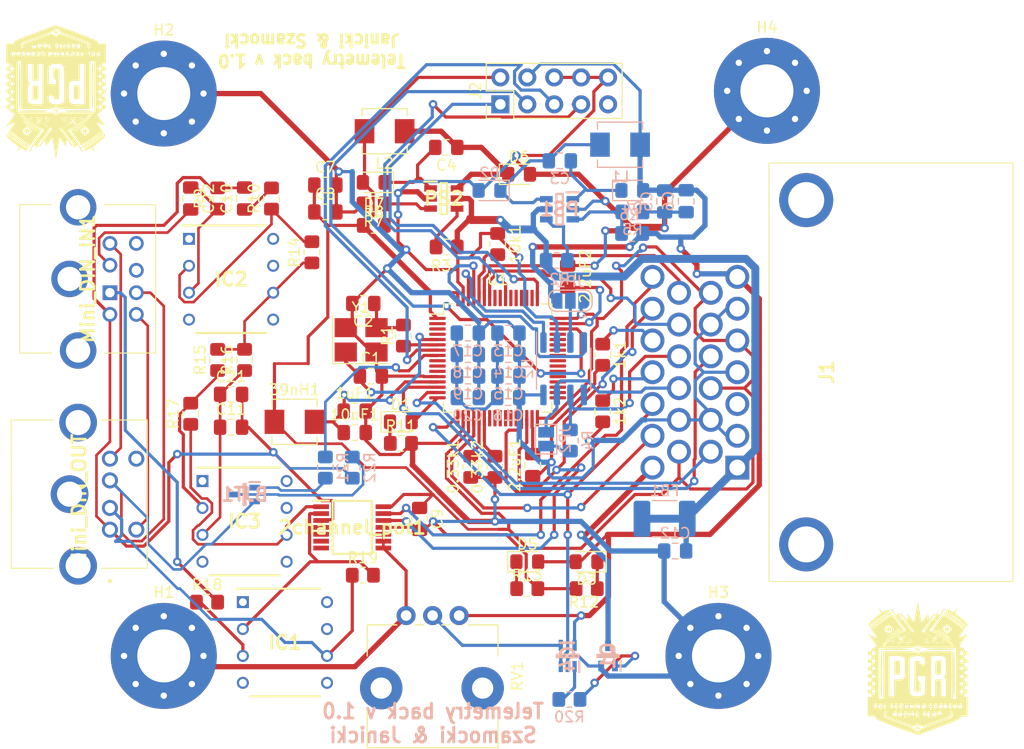
<source format=kicad_pcb>
(kicad_pcb (version 20171130) (host pcbnew "(5.1.10)-1")
  (layers (0 F.Cu signal) (31 B.Cu signal) (34 B.Paste user) (35 F.Paste user) (36 B.SilkS user) (37 F.SilkS user) (38 B.Mask user) (39 F.Mask user) (44 Edge.Cuts user))
  (net 0 "")
  (net 1 TIM2_ETR)
  (net 2 GND)
  (net 3 TIM3_ETR)
  (net 4 "Net-(10k1-Pad2)")
  (net 5 +3.3VA)
  (net 6 VSS_IN_1)
  (net 7 VSS_IN_2)
  (net 8 "Net-(2.2uF1-Pad2)")
  (net 9 "Net-(2.2uF2-Pad2)")
  (net 10 +3V3)
  (net 11 RCC_OSC_IN)
  (net 12 "Net-(C3-Pad1)")
  (net 13 "Net-(C4-Pad2)")
  (net 14 +5V)
  (net 15 +12V)
  (net 16 "Net-(D1-Pad1)")
  (net 17 LED_STATUS)
  (net 18 "Net-(D3-Pad1)")
  (net 19 "Net-(D5-Pad1)")
  (net 20 CAN_H1)
  (net 21 CAN_L1)
  (net 22 12C1_SCL)
  (net 23 I2C1_SDA)
  (net 24 I2C2_SCL)
  (net 25 12C2_SDA)
  (net 26 SWCLK)
  (net 27 SWDIO)
  (net 28 NRST)
  (net 29 SWO)
  (net 30 "Net-(JP1-Pad2)")
  (net 31 "Net-(JP2-Pad1)")
  (net 32 RCC_OSC_OUT)
  (net 33 "Net-(PS1-Pad4)")
  (net 34 "Net-(PS1-Pad3)")
  (net 35 "Net-(U1-Pad2)")
  (net 36 "Net-(U1-Pad3)")
  (net 37 "Net-(U1-Pad4)")
  (net 38 "Net-(U1-Pad9)")
  (net 39 "Net-(U1-Pad10)")
  (net 40 "Net-(U1-Pad11)")
  (net 41 "Net-(U1-Pad23)")
  (net 42 "Net-(U1-Pad24)")
  (net 43 "Net-(U1-Pad25)")
  (net 44 "Net-(U1-Pad26)")
  (net 45 "Net-(U1-Pad27)")
  (net 46 "Net-(U1-Pad28)")
  (net 47 "Net-(U1-Pad33)")
  (net 48 "Net-(U1-Pad34)")
  (net 49 "Net-(U1-Pad35)")
  (net 50 "Net-(U1-Pad36)")
  (net 51 "Net-(U1-Pad37)")
  (net 52 "Net-(U1-Pad38)")
  (net 53 "Net-(U1-Pad39)")
  (net 54 "Net-(U1-Pad40)")
  (net 55 "Net-(U1-Pad41)")
  (net 56 "Net-(U1-Pad42)")
  (net 57 "Net-(U1-Pad43)")
  (net 58 USB_OTG_FS_DM)
  (net 59 USB_OTG_FS_DP)
  (net 60 "Net-(U1-Pad50)")
  (net 61 "Net-(U1-Pad51)")
  (net 62 "Net-(U1-Pad52)")
  (net 63 "Net-(U1-Pad53)")
  (net 64 "Net-(U1-Pad54)")
  (net 65 "Net-(U1-Pad56)")
  (net 66 "Net-(U1-Pad57)")
  (net 67 CAN1_RX)
  (net 68 CAN1_TX)
  (net 69 "Net-(U2-Pad5)")
  (net 70 "Net-(C2-Pad1)")
  (net 71 "Net-(C3-Pad2)")
  (net 72 "Net-(C4-Pad1)")
  (net 73 "Net-(PS2-Pad4)")
  (net 74 "Net-(PS2-Pad3)")
  (net 75 "Net-(J1-Pad3)")
  (net 76 "Net-(2channel_pot1-Pad1)")
  (net 77 "Net-(2channel_pot1-Pad2)")
  (net 78 "Net-(2channel_pot1-Pad4)")
  (net 79 "Net-(2channel_pot1-Pad5)")
  (net 80 "Net-(2channel_pot1-Pad6)")
  (net 81 "Net-(2channel_pot1-Pad7)")
  (net 82 GND_SPK)
  (net 83 GND_MIC&ANC)
  (net 84 "Net-(C10-Pad1)")
  (net 85 "Net-(C11-Pad1)")
  (net 86 V_ANC)
  (net 87 "Net-(C22-Pad1)")
  (net 88 "Net-(IC1-Pad1)")
  (net 89 "Net-(IC1-Pad3)")
  (net 90 "Net-(IC1-Pad4)")
  (net 91 "Net-(IC1-Pad5)")
  (net 92 V_OUT)
  (net 93 "Net-(IC1-Pad7)")
  (net 94 "Net-(IC1-Pad8)")
  (net 95 "Net-(IC2-Pad1)")
  (net 96 "Net-(IC2-Pad2)")
  (net 97 "Net-(IC2-Pad4)")
  (net 98 "Net-(IC2-Pad5)")
  (net 99 "Net-(IC2-Pad6)")
  (net 100 "Net-(IC2-Pad7)")
  (net 101 "Net-(IC2-Pad8)")
  (net 102 "Net-(IC3-Pad8)")
  (net 103 "Net-(IC3-Pad7)")
  (net 104 "Net-(IC3-Pad5)")
  (net 105 "Net-(IC3-Pad4)")
  (net 106 "Net-(IC3-Pad2)")
  (net 107 "Net-(IC3-Pad1)")
  (net 108 "Net-(J2-Pad9)")
  (net 109 V_MIC)
  (net 110 SPK+)
  (net 111 TX_DATA)
  (net 112 "Net-(Mini_DIN_IN1-Pad7)")
  (net 113 "Net-(Mini_DIN_IN1-Pad8)")
  (net 114 "Net-(Mini_DIN_IN1-PadMH1)")
  (net 115 "Net-(Mini_DIN_IN1-PadMH2)")
  (net 116 "Net-(Mini_DIN_IN1-PadMH3)")
  (net 117 "Net-(Mini_DIN_OUT1-Pad6)")
  (net 118 "Net-(Mini_DIN_OUT1-PadMH1)")
  (net 119 "Net-(Mini_DIN_OUT1-PadMH2)")
  (net 120 "Net-(Mini_DIN_OUT1-PadMH3)")
  (net 121 PTT)
  (net 122 "Net-(IC4-Pad1)")
  (net 123 BREAK_PRESSURE_0)
  (net 124 "Net-(IC4-Pad4)")
  (net 125 ADC1_IN0_AMORKI)
  (net 126 ADC2_IN1_AMORKI)
  (net 127 BREAK_PRESSURE_ADC)
  (net 128 LED_GND)
  (net 129 "Net-(Q1-Pad1)")
  (net 130 "Net-(BJT1-Pad1)")
  (net 131 "Net-(BJT1-Pad3)")
  (module SamacSys_Parts:logo (layer F.Cu) (at 106.68 80.01)
    (fp_text reference G*** hide)
    (fp_text value LOGO hide)
  )
  (module SamacSys_Parts:logo (layer F.Cu) (at 25.4 25.4 180)
    (fp_text reference G*** hide)
    (fp_text value LOGO hide)
  )
  (module Potentiometer_THT:Potentiometer_Alps_RK09L_Single_Vertical (layer F.Cu) (at 58.42 74.93 270)
    (fp_text reference RV1 (at 5.725 -10.5 90) (layer F.SilkS))
    (fp_text value R_POT)
    (pad 3 thru_hole circle (at 0 -5 270) (size 1.8 1.8) (drill 1) (layers *.Cu *.Mask) (net 14 +5V))
    (pad 2 thru_hole circle (at 0 -2.5 270) (size 1.8 1.8) (drill 1) (layers *.Cu *.Mask) (net 124 "Net-(IC4-Pad4)"))
    (pad 1 thru_hole circle (at 0 0 270) (size 1.8 1.8) (drill 1) (layers *.Cu *.Mask) (net 2 GND))
    (pad "" thru_hole circle (at 6.85 -7.22 270) (size 4 4) (drill 2) (layers *.Cu *.Mask))
    (pad "" thru_hole circle (at 6.85 2.35 270) (size 4 4) (drill 2) (layers *.Cu *.Mask))
  )
  (module SamacSys_Parts:57500711 (layer F.Cu) (at 30.48 64.77 270)
    (fp_text reference Mini_DIN_OUT1 (at -1.3 2.905 90) (layer F.SilkS) (effects (font (size 1.27 1.27) (thickness 0.254))))
    (fp_text value 5750071-1 hide)
    (pad 1 thru_hole circle (at 0 0 270) (size 1.509 1.509) (drill 0.97) (layers *.Cu *.Mask) (net 92 V_OUT))
    (pad 2 thru_hole circle (at -2.6 0 270) (size 1.509 1.509) (drill 0.97) (layers *.Cu *.Mask) (net 82 GND_SPK))
    (pad 3 thru_hole circle (at 2.05 0 270) (size 1.509 1.509) (drill 0.97) (layers *.Cu *.Mask) (net 83 GND_MIC&ANC))
    (pad 4 thru_hole circle (at -4.65 0 270) (size 1.509 1.509) (drill 0.97) (layers *.Cu *.Mask) (net 110 SPK+))
    (pad 5 thru_hole circle (at 2.05 -2.49 270) (size 1.509 1.509) (drill 0.97) (layers *.Cu *.Mask) (net 111 TX_DATA))
    (pad 6 thru_hole circle (at -4.65 -2.49 270) (size 1.509 1.509) (drill 0.97) (layers *.Cu *.Mask) (net 117 "Net-(Mini_DIN_OUT1-Pad6)"))
    (pad MH1 thru_hole circle (at 5.46 3 270) (size 3.555 3.555) (drill 2.37) (layers *.Cu *.Mask) (net 118 "Net-(Mini_DIN_OUT1-PadMH1)"))
    (pad MH2 thru_hole circle (at -1.3 3.81 270) (size 3.555 3.555) (drill 2.37) (layers *.Cu *.Mask) (net 119 "Net-(Mini_DIN_OUT1-PadMH2)"))
    (pad MH3 thru_hole circle (at -8.06 3 270) (size 3.555 3.555) (drill 2.37) (layers *.Cu *.Mask) (net 120 "Net-(Mini_DIN_OUT1-PadMH3)"))
  )
  (module Resistor_SMD:R_0805_2012Metric_Pad1.20x1.40mm_HandSolder (layer F.Cu) (at 55.372 38.1)
    (fp_text reference R8 (at 0 -1.27) (layer F.SilkS))
    (fp_text value R)
    (pad 2 smd roundrect (at 1 0) (size 1.2 1.4) (layers F.Cu F.Paste F.Mask) (roundrect_rratio 0.208333) (net 74 "Net-(PS2-Pad3)"))
    (pad 1 smd roundrect (at -1 0) (size 1.2 1.4) (layers F.Cu F.Paste F.Mask) (roundrect_rratio 0.208333) (net 10 +3V3))
  )
  (module Resistor_SMD:R_0805_2012Metric_Pad1.20x1.40mm_HandSolder (layer F.Cu) (at 55.356 36.068 180)
    (fp_text reference R7 (at 0 -1.65) (layer F.SilkS))
    (fp_text value R)
    (pad 2 smd roundrect (at 1 0 180) (size 1.2 1.4) (layers F.Cu F.Paste F.Mask) (roundrect_rratio 0.208333) (net 2 GND))
    (pad 1 smd roundrect (at -1 0 180) (size 1.2 1.4) (layers F.Cu F.Paste F.Mask) (roundrect_rratio 0.208333) (net 74 "Net-(PS2-Pad3)"))
  )
  (module Resistor_SMD:R_0805_2012Metric_Pad1.20x1.40mm_HandSolder (layer B.Cu) (at 79.74 38.862 180)
    (fp_text reference R6 (at 0.238 1.778) (layer B.SilkS) (effects (justify mirror)))
    (fp_text value R)
    (pad 2 smd roundrect (at 1 0 180) (size 1.2 1.4) (layers B.Cu B.Paste B.Mask) (roundrect_rratio 0.208333) (net 34 "Net-(PS1-Pad3)"))
    (pad 1 smd roundrect (at -1 0 180) (size 1.2 1.4) (layers B.Cu B.Paste B.Mask) (roundrect_rratio 0.208333) (net 14 +5V))
  )
  (module Resistor_SMD:R_0805_2012Metric_Pad1.20x1.40mm_HandSolder (layer B.Cu) (at 79.772 36.83)
    (fp_text reference R5 (at 0 1.65) (layer B.SilkS) (effects (justify mirror)))
    (fp_text value R)
    (pad 2 smd roundrect (at 1 0) (size 1.2 1.4) (layers B.Cu B.Paste B.Mask) (roundrect_rratio 0.208333) (net 2 GND))
    (pad 1 smd roundrect (at -1 0) (size 1.2 1.4) (layers B.Cu B.Paste B.Mask) (roundrect_rratio 0.208333) (net 34 "Net-(PS1-Pad3)"))
  )
  (module Resistor_SMD:R_0805_2012Metric_Pad1.20x1.40mm_HandSolder (layer B.Cu) (at 72.628 41.402)
    (fp_text reference R2 (at 0.27 1.778) (layer B.SilkS) (effects (justify mirror)))
    (fp_text value 100k)
    (pad 2 smd roundrect (at 1 0) (size 1.2 1.4) (layers B.Cu B.Paste B.Mask) (roundrect_rratio 0.208333) (net 33 "Net-(PS1-Pad4)"))
    (pad 1 smd roundrect (at -1 0) (size 1.2 1.4) (layers B.Cu B.Paste B.Mask) (roundrect_rratio 0.208333) (net 15 +12V))
  )
  (module Inductor_SMD:L_Vishay_IHLP-1616 (layer F.Cu) (at 56.388 29.21 180)
    (fp_text reference L2 (at 0 -3.032) (layer F.SilkS))
    (fp_text value 10uH)
    (pad 2 smd rect (at 1.89225 0 180) (size 1.8545 2.286) (layers F.Cu F.Paste F.Mask) (net 10 +3V3))
    (pad 1 smd rect (at -1.89225 0 180) (size 1.8545 2.286) (layers F.Cu F.Paste F.Mask) (net 72 "Net-(C4-Pad1)"))
  )
  (module Diode_SMD:D_0805_2012Metric_Pad1.15x1.40mm_HandSolder (layer F.Cu) (at 55.363 34.036 180)
    (fp_text reference D7 (at -0.009 -2.032) (layer F.SilkS))
    (fp_text value 1N4148)
    (pad 2 smd roundrect (at 1.025 0 180) (size 1.15 1.4) (layers F.Cu F.Paste F.Mask) (roundrect_rratio 0.217391) (net 10 +3V3))
    (pad 1 smd roundrect (at -1.025 0 180) (size 1.15 1.4) (layers F.Cu F.Paste F.Mask) (roundrect_rratio 0.217391) (net 13 "Net-(C4-Pad2)"))
  )
  (module Diode_SMD:D_0805_2012Metric_Pad1.15x1.40mm_HandSolder (layer F.Cu) (at 69.079 33.274)
    (fp_text reference D6 (at 0 -1.65) (layer F.SilkS))
    (fp_text value D_Schottky)
    (pad 2 smd roundrect (at 1.025 0) (size 1.15 1.4) (layers F.Cu F.Paste F.Mask) (roundrect_rratio 0.217391) (net 2 GND))
    (pad 1 smd roundrect (at -1.025 0) (size 1.15 1.4) (layers F.Cu F.Paste F.Mask) (roundrect_rratio 0.217391) (net 72 "Net-(C4-Pad1)"))
  )
  (module Diode_SMD:D_0805_2012Metric_Pad1.15x1.40mm_HandSolder (layer B.Cu) (at 79.756 34.798)
    (fp_text reference D4 (at 0 1.65) (layer B.SilkS) (effects (justify mirror)))
    (fp_text value 1N4148)
    (pad 2 smd roundrect (at 1.025 0) (size 1.15 1.4) (layers B.Cu B.Paste B.Mask) (roundrect_rratio 0.217391) (net 14 +5V))
    (pad 1 smd roundrect (at -1.025 0) (size 1.15 1.4) (layers B.Cu B.Paste B.Mask) (roundrect_rratio 0.217391) (net 71 "Net-(C3-Pad2)"))
  )
  (module Diode_SMD:D_0805_2012Metric_Pad1.15x1.40mm_HandSolder (layer B.Cu) (at 66.285 34.798 180)
    (fp_text reference D2 (at 0 1.65) (layer B.SilkS) (effects (justify mirror)))
    (fp_text value D_Schottky)
    (pad 2 smd roundrect (at 1.025 0 180) (size 1.15 1.4) (layers B.Cu B.Paste B.Mask) (roundrect_rratio 0.217391) (net 2 GND))
    (pad 1 smd roundrect (at -1.025 0 180) (size 1.15 1.4) (layers B.Cu B.Paste B.Mask) (roundrect_rratio 0.217391) (net 12 "Net-(C3-Pad1)"))
  )
  (module Capacitor_SMD:C_0805_2012Metric_Pad1.18x1.45mm_HandSolder (layer F.Cu) (at 50.8 34.29)
    (fp_text reference C7 (at 0 -1.68) (layer F.SilkS))
    (fp_text value 10uF)
    (pad 2 smd roundrect (at 1.0375 0) (size 1.175 1.45) (layers F.Cu F.Paste F.Mask) (roundrect_rratio 0.212766) (net 2 GND))
    (pad 1 smd roundrect (at -1.0375 0) (size 1.175 1.45) (layers F.Cu F.Paste F.Mask) (roundrect_rratio 0.212766) (net 10 +3V3))
  )
  (module Capacitor_SMD:C_0805_2012Metric_Pad1.18x1.45mm_HandSolder (layer B.Cu) (at 84.836 35.814 270)
    (fp_text reference C6 (at 0 1.68 270) (layer B.SilkS) (effects (justify mirror)))
    (fp_text value 10uF)
    (pad 2 smd roundrect (at 1.0375 0 270) (size 1.175 1.45) (layers B.Cu B.Paste B.Mask) (roundrect_rratio 0.212766) (net 2 GND))
    (pad 1 smd roundrect (at -1.0375 0 270) (size 1.175 1.45) (layers B.Cu B.Paste B.Mask) (roundrect_rratio 0.212766) (net 14 +5V))
  )
  (module Capacitor_SMD:C_0805_2012Metric_Pad1.18x1.45mm_HandSolder (layer B.Cu) (at 82.804 35.8355 270)
    (fp_text reference C5 (at 0 1.68 270) (layer B.SilkS) (effects (justify mirror)))
    (fp_text value 10uF)
    (pad 2 smd roundrect (at 1.0375 0 270) (size 1.175 1.45) (layers B.Cu B.Paste B.Mask) (roundrect_rratio 0.212766) (net 2 GND))
    (pad 1 smd roundrect (at -1.0375 0 270) (size 1.175 1.45) (layers B.Cu B.Paste B.Mask) (roundrect_rratio 0.212766) (net 14 +5V))
  )
  (module Capacitor_SMD:C_0805_2012Metric_Pad1.18x1.45mm_HandSolder (layer F.Cu) (at 62.2085 30.734 180)
    (fp_text reference C4 (at 0 -1.68) (layer F.SilkS))
    (fp_text value 100nF)
    (pad 2 smd roundrect (at 1.0375 0 180) (size 1.175 1.45) (layers F.Cu F.Paste F.Mask) (roundrect_rratio 0.212766) (net 13 "Net-(C4-Pad2)"))
    (pad 1 smd roundrect (at -1.0375 0 180) (size 1.175 1.45) (layers F.Cu F.Paste F.Mask) (roundrect_rratio 0.212766) (net 72 "Net-(C4-Pad1)"))
  )
  (module Capacitor_SMD:C_0805_2012Metric_Pad1.18x1.45mm_HandSolder (layer B.Cu) (at 72.9195 32.004)
    (fp_text reference C3 (at 0 1.68) (layer B.SilkS) (effects (justify mirror)))
    (fp_text value 100nF)
    (pad 2 smd roundrect (at 1.0375 0) (size 1.175 1.45) (layers B.Cu B.Paste B.Mask) (roundrect_rratio 0.212766) (net 71 "Net-(C3-Pad2)"))
    (pad 1 smd roundrect (at -1.0375 0) (size 1.175 1.45) (layers B.Cu B.Paste B.Mask) (roundrect_rratio 0.212766) (net 12 "Net-(C3-Pad1)"))
  )
  (module Resistor_SMD:R_0805_2012Metric_Pad1.20x1.40mm_HandSolder (layer F.Cu) (at 76.962 55.642 270)
    (fp_text reference 1k2 (at 0 -1.65 90) (layer F.SilkS))
    (fp_text value R)
    (pad 2 smd roundrect (at 1 0 270) (size 1.2 1.4) (layers F.Cu F.Paste F.Mask) (roundrect_rratio 0.208333) (net 2 GND))
    (pad 1 smd roundrect (at -1 0 270) (size 1.2 1.4) (layers F.Cu F.Paste F.Mask) (roundrect_rratio 0.208333) (net 7 VSS_IN_2))
  )
  (module Capacitor_SMD:C_0805_2012Metric_Pad1.18x1.45mm_HandSolder (layer F.Cu) (at 73.66 42.926 270)
    (fp_text reference 2.2uF2 (at 0 -1.68 90) (layer F.SilkS))
    (fp_text value C_Small)
    (pad 2 smd roundrect (at 1.0375 0 270) (size 1.175 1.45) (layers F.Cu F.Paste F.Mask) (roundrect_rratio 0.212766) (net 9 "Net-(2.2uF2-Pad2)"))
    (pad 1 smd roundrect (at -1.0375 0 270) (size 1.175 1.45) (layers F.Cu F.Paste F.Mask) (roundrect_rratio 0.212766) (net 2 GND))
  )
  (module Resistor_SMD:R_0805_2012Metric_Pad1.20x1.40mm_HandSolder (layer F.Cu) (at 67.056 39.862 270)
    (fp_text reference 10k1 (at 0 -1.65 90) (layer F.SilkS))
    (fp_text value R)
    (pad 1 smd roundrect (at -1 0 270) (size 1.2 1.4) (layers F.Cu F.Paste F.Mask) (roundrect_rratio 0.208333) (net 2 GND))
    (pad 2 smd roundrect (at 1 0 270) (size 1.2 1.4) (layers F.Cu F.Paste F.Mask) (roundrect_rratio 0.208333) (net 4 "Net-(10k1-Pad2)"))
  )
  (module Resistor_SMD:R_0805_2012Metric_Pad1.20x1.40mm_HandSolder (layer F.Cu) (at 76.962 50.308 270)
    (fp_text reference 1k1 (at -0.016 -1.65 90) (layer F.SilkS))
    (fp_text value R)
    (pad 1 smd roundrect (at -1 0 270) (size 1.2 1.4) (layers F.Cu F.Paste F.Mask) (roundrect_rratio 0.208333) (net 6 VSS_IN_1))
    (pad 2 smd roundrect (at 1 0 270) (size 1.2 1.4) (layers F.Cu F.Paste F.Mask) (roundrect_rratio 0.208333) (net 2 GND))
  )
  (module Capacitor_SMD:C_0805_2012Metric_Pad1.18x1.45mm_HandSolder (layer F.Cu) (at 70.358 60.7275 90)
    (fp_text reference 2.2uF1 (at 0 -1.68 90) (layer F.SilkS))
    (fp_text value C_Small)
    (pad 1 smd roundrect (at -1.0375 0 90) (size 1.175 1.45) (layers F.Cu F.Paste F.Mask) (roundrect_rratio 0.212766) (net 2 GND))
    (pad 2 smd roundrect (at 1.0375 0 90) (size 1.175 1.45) (layers F.Cu F.Paste F.Mask) (roundrect_rratio 0.212766) (net 8 "Net-(2.2uF1-Pad2)"))
  )
  (module Capacitor_SMD:C_0805_2012Metric_Pad1.18x1.45mm_HandSolder (layer F.Cu) (at 55.0965 52.324)
    (fp_text reference C1 (at 0 -1.68) (layer F.SilkS))
    (fp_text value 1uF)
    (pad 1 smd roundrect (at -1.0375 0) (size 1.175 1.45) (layers F.Cu F.Paste F.Mask) (roundrect_rratio 0.212766) (net 11 RCC_OSC_IN))
    (pad 2 smd roundrect (at 1.0375 0) (size 1.175 1.45) (layers F.Cu F.Paste F.Mask) (roundrect_rratio 0.212766) (net 2 GND))
  )
  (module Capacitor_SMD:C_0805_2012Metric_Pad1.18x1.45mm_HandSolder (layer B.Cu) (at 68.072 48.26)
    (fp_text reference C13 (at 0 1.68) (layer B.SilkS) (effects (justify mirror)))
    (fp_text value 100nF)
    (pad 2 smd roundrect (at 1.0375 0) (size 1.175 1.45) (layers B.Cu B.Paste B.Mask) (roundrect_rratio 0.212766) (net 2 GND))
    (pad 1 smd roundrect (at -1.0375 0) (size 1.175 1.45) (layers B.Cu B.Paste B.Mask) (roundrect_rratio 0.212766) (net 10 +3V3))
  )
  (module Capacitor_SMD:C_0805_2012Metric_Pad1.18x1.45mm_HandSolder (layer B.Cu) (at 68.072 50.292)
    (fp_text reference C14 (at 0 1.68) (layer B.SilkS) (effects (justify mirror)))
    (fp_text value 100nF)
    (pad 1 smd roundrect (at -1.0375 0) (size 1.175 1.45) (layers B.Cu B.Paste B.Mask) (roundrect_rratio 0.212766) (net 10 +3V3))
    (pad 2 smd roundrect (at 1.0375 0) (size 1.175 1.45) (layers B.Cu B.Paste B.Mask) (roundrect_rratio 0.212766) (net 2 GND))
  )
  (module Capacitor_SMD:C_0805_2012Metric_Pad1.18x1.45mm_HandSolder (layer F.Cu) (at 50.8 36.83)
    (fp_text reference C8 (at 0 -1.68) (layer F.SilkS))
    (fp_text value 10uF)
    (pad 2 smd roundrect (at 1.0375 0) (size 1.175 1.45) (layers F.Cu F.Paste F.Mask) (roundrect_rratio 0.212766) (net 2 GND))
    (pad 1 smd roundrect (at -1.0375 0) (size 1.175 1.45) (layers F.Cu F.Paste F.Mask) (roundrect_rratio 0.212766) (net 10 +3V3))
  )
  (module Capacitor_SMD:C_0805_2012Metric_Pad1.18x1.45mm_HandSolder (layer B.Cu) (at 83.7985 68.834 180)
    (fp_text reference C12 (at 0 1.68) (layer B.SilkS) (effects (justify mirror)))
    (fp_text value 100nF)
    (pad 2 smd roundrect (at 1.0375 0 180) (size 1.175 1.45) (layers B.Cu B.Paste B.Mask) (roundrect_rratio 0.212766) (net 2 GND))
    (pad 1 smd roundrect (at -1.0375 0 180) (size 1.175 1.45) (layers B.Cu B.Paste B.Mask) (roundrect_rratio 0.212766) (net 15 +12V))
  )
  (module Capacitor_SMD:C_0805_2012Metric_Pad1.18x1.45mm_HandSolder (layer B.Cu) (at 68.072 52.324)
    (fp_text reference C15 (at 0 1.68) (layer B.SilkS) (effects (justify mirror)))
    (fp_text value 100nF)
    (pad 2 smd roundrect (at 1.0375 0) (size 1.175 1.45) (layers B.Cu B.Paste B.Mask) (roundrect_rratio 0.212766) (net 2 GND))
    (pad 1 smd roundrect (at -1.0375 0) (size 1.175 1.45) (layers B.Cu B.Paste B.Mask) (roundrect_rratio 0.212766) (net 10 +3V3))
  )
  (module Capacitor_SMD:C_0805_2012Metric_Pad1.18x1.45mm_HandSolder (layer F.Cu) (at 54.3775 45.466 180)
    (fp_text reference C2 (at 0 -1.68) (layer F.SilkS))
    (fp_text value 1uF)
    (pad 1 smd roundrect (at -1.0375 0 180) (size 1.175 1.45) (layers F.Cu F.Paste F.Mask) (roundrect_rratio 0.212766) (net 70 "Net-(C2-Pad1)"))
    (pad 2 smd roundrect (at 1.0375 0 180) (size 1.175 1.45) (layers F.Cu F.Paste F.Mask) (roundrect_rratio 0.212766) (net 2 GND))
  )
  (module Diode_SMD:D_0805_2012Metric_Pad1.15x1.40mm_HandSolder (layer F.Cu) (at 69.85 69.85)
    (fp_text reference D5 (at 0 -1.65) (layer F.SilkS))
    (fp_text value LED_5V)
    (pad 1 smd roundrect (at -1.025 0) (size 1.15 1.4) (layers F.Cu F.Paste F.Mask) (roundrect_rratio 0.217391) (net 19 "Net-(D5-Pad1)"))
    (pad 2 smd roundrect (at 1.025 0) (size 1.15 1.4) (layers F.Cu F.Paste F.Mask) (roundrect_rratio 0.217391) (net 14 +5V))
  )
  (module Capacitor_SMD:C_0805_2012Metric_Pad1.18x1.45mm_HandSolder (layer B.Cu) (at 64.2405 48.26)
    (fp_text reference C17 (at 0 1.68) (layer B.SilkS) (effects (justify mirror)))
    (fp_text value 100nF)
    (pad 2 smd roundrect (at 1.0375 0) (size 1.175 1.45) (layers B.Cu B.Paste B.Mask) (roundrect_rratio 0.212766) (net 2 GND))
    (pad 1 smd roundrect (at -1.0375 0) (size 1.175 1.45) (layers B.Cu B.Paste B.Mask) (roundrect_rratio 0.212766) (net 10 +3V3))
  )
  (module MountingHole:MountingHole_5mm_Pad_Via (layer F.Cu) (at 92.456 25.4)
    (fp_text reference H4 (at 0 -6) (layer F.SilkS))
    (fp_text value MountingHole_Pad)
    (pad 1 thru_hole circle (at 2.65165 -2.65165) (size 0.9 0.9) (drill 0.6) (layers *.Cu *.Mask) (net 2 GND))
    (pad 1 thru_hole circle (at 0 -3.75) (size 0.9 0.9) (drill 0.6) (layers *.Cu *.Mask) (net 2 GND))
    (pad 1 thru_hole circle (at -2.65165 -2.65165) (size 0.9 0.9) (drill 0.6) (layers *.Cu *.Mask) (net 2 GND))
    (pad 1 thru_hole circle (at -3.75 0) (size 0.9 0.9) (drill 0.6) (layers *.Cu *.Mask) (net 2 GND))
    (pad 1 thru_hole circle (at -2.65165 2.65165) (size 0.9 0.9) (drill 0.6) (layers *.Cu *.Mask) (net 2 GND))
    (pad 1 thru_hole circle (at 0 3.75) (size 0.9 0.9) (drill 0.6) (layers *.Cu *.Mask) (net 2 GND))
    (pad 1 thru_hole circle (at 2.65165 2.65165) (size 0.9 0.9) (drill 0.6) (layers *.Cu *.Mask) (net 2 GND))
    (pad 1 thru_hole circle (at 3.75 0) (size 0.9 0.9) (drill 0.6) (layers *.Cu *.Mask) (net 2 GND))
    (pad 1 thru_hole circle (at 0 0) (size 10 10) (drill 5) (layers *.Cu *.Mask) (net 2 GND))
  )
  (module Capacitor_SMD:C_0805_2012Metric_Pad1.18x1.45mm_HandSolder (layer B.Cu) (at 64.2405 54.356)
    (fp_text reference C20 (at 0 1.68) (layer B.SilkS) (effects (justify mirror)))
    (fp_text value 100nF)
    (pad 1 smd roundrect (at -1.0375 0) (size 1.175 1.45) (layers B.Cu B.Paste B.Mask) (roundrect_rratio 0.212766) (net 10 +3V3))
    (pad 2 smd roundrect (at 1.0375 0) (size 1.175 1.45) (layers B.Cu B.Paste B.Mask) (roundrect_rratio 0.212766) (net 2 GND))
  )
  (module MountingHole:MountingHole_5mm_Pad_Via (layer F.Cu) (at 35.56 25.654)
    (fp_text reference H2 (at 0 -6) (layer F.SilkS))
    (fp_text value MountingHole_Pad)
    (pad 1 thru_hole circle (at 2.65165 -2.65165) (size 0.9 0.9) (drill 0.6) (layers *.Cu *.Mask) (net 2 GND))
    (pad 1 thru_hole circle (at 0 -3.75) (size 0.9 0.9) (drill 0.6) (layers *.Cu *.Mask) (net 2 GND))
    (pad 1 thru_hole circle (at -2.65165 -2.65165) (size 0.9 0.9) (drill 0.6) (layers *.Cu *.Mask) (net 2 GND))
    (pad 1 thru_hole circle (at -3.75 0) (size 0.9 0.9) (drill 0.6) (layers *.Cu *.Mask) (net 2 GND))
    (pad 1 thru_hole circle (at -2.65165 2.65165) (size 0.9 0.9) (drill 0.6) (layers *.Cu *.Mask) (net 2 GND))
    (pad 1 thru_hole circle (at 0 3.75) (size 0.9 0.9) (drill 0.6) (layers *.Cu *.Mask) (net 2 GND))
    (pad 1 thru_hole circle (at 2.65165 2.65165) (size 0.9 0.9) (drill 0.6) (layers *.Cu *.Mask) (net 2 GND))
    (pad 1 thru_hole circle (at 3.75 0) (size 0.9 0.9) (drill 0.6) (layers *.Cu *.Mask) (net 2 GND))
    (pad 1 thru_hole circle (at 0 0) (size 10 10) (drill 5) (layers *.Cu *.Mask) (net 2 GND))
  )
  (module Resistor_SMD:R_0805_2012Metric_Pad1.20x1.40mm_HandSolder (layer B.Cu) (at 73.914 58.404 90)
    (fp_text reference R4 (at 0 1.65 90) (layer B.SilkS) (effects (justify mirror)))
    (fp_text value R)
    (pad 2 smd roundrect (at 1 0 90) (size 1.2 1.4) (layers B.Cu B.Paste B.Mask) (roundrect_rratio 0.208333) (net 21 CAN_L1))
    (pad 1 smd roundrect (at -1 0 90) (size 1.2 1.4) (layers B.Cu B.Paste B.Mask) (roundrect_rratio 0.208333) (net 31 "Net-(JP2-Pad1)"))
  )
  (module Resistor_SMD:R_0805_2012Metric_Pad1.20x1.40mm_HandSolder (layer F.Cu) (at 57.928 58.674)
    (fp_text reference R11 (at 0 -1.65) (layer F.SilkS))
    (fp_text value R)
    (pad 1 smd roundrect (at -1 0) (size 1.2 1.4) (layers F.Cu F.Paste F.Mask) (roundrect_rratio 0.208333) (net 16 "Net-(D1-Pad1)"))
    (pad 2 smd roundrect (at 1 0) (size 1.2 1.4) (layers F.Cu F.Paste F.Mask) (roundrect_rratio 0.208333) (net 2 GND))
  )
  (module Capacitor_SMD:C_0805_2012Metric_Pad1.18x1.45mm_HandSolder (layer B.Cu) (at 64.2405 50.292)
    (fp_text reference C18 (at -0.00644 1.68) (layer B.SilkS) (effects (justify mirror)))
    (fp_text value 100nF)
    (pad 1 smd roundrect (at -1.0375 0) (size 1.175 1.45) (layers B.Cu B.Paste B.Mask) (roundrect_rratio 0.212766) (net 10 +3V3))
    (pad 2 smd roundrect (at 1.0375 0) (size 1.175 1.45) (layers B.Cu B.Paste B.Mask) (roundrect_rratio 0.212766) (net 2 GND))
  )
  (module Diode_SMD:D_0805_2012Metric_Pad1.15x1.40mm_HandSolder (layer F.Cu) (at 75.438 69.85 180)
    (fp_text reference D3 (at 0 -1.65) (layer F.SilkS))
    (fp_text value LED_5V)
    (pad 2 smd roundrect (at 1.025 0 180) (size 1.15 1.4) (layers F.Cu F.Paste F.Mask) (roundrect_rratio 0.217391) (net 14 +5V))
    (pad 1 smd roundrect (at -1.025 0 180) (size 1.15 1.4) (layers F.Cu F.Paste F.Mask) (roundrect_rratio 0.217391) (net 18 "Net-(D3-Pad1)"))
  )
  (module MountingHole:MountingHole_5mm_Pad_Via (layer F.Cu) (at 35.56 78.74)
    (fp_text reference H1 (at 0 -6) (layer F.SilkS))
    (fp_text value MountingHole_Pad)
    (pad 1 thru_hole circle (at 0 0) (size 10 10) (drill 5) (layers *.Cu *.Mask) (net 2 GND))
    (pad 1 thru_hole circle (at 3.75 0) (size 0.9 0.9) (drill 0.6) (layers *.Cu *.Mask) (net 2 GND))
    (pad 1 thru_hole circle (at 2.65165 2.65165) (size 0.9 0.9) (drill 0.6) (layers *.Cu *.Mask) (net 2 GND))
    (pad 1 thru_hole circle (at 0 3.75) (size 0.9 0.9) (drill 0.6) (layers *.Cu *.Mask) (net 2 GND))
    (pad 1 thru_hole circle (at -2.65165 2.65165) (size 0.9 0.9) (drill 0.6) (layers *.Cu *.Mask) (net 2 GND))
    (pad 1 thru_hole circle (at -3.75 0) (size 0.9 0.9) (drill 0.6) (layers *.Cu *.Mask) (net 2 GND))
    (pad 1 thru_hole circle (at -2.65165 -2.65165) (size 0.9 0.9) (drill 0.6) (layers *.Cu *.Mask) (net 2 GND))
    (pad 1 thru_hole circle (at 0 -3.75) (size 0.9 0.9) (drill 0.6) (layers *.Cu *.Mask) (net 2 GND))
    (pad 1 thru_hole circle (at 2.65165 -2.65165) (size 0.9 0.9) (drill 0.6) (layers *.Cu *.Mask) (net 2 GND))
  )
  (module Package_QFP:LQFP-64_10x10mm_P0.5mm (layer F.Cu) (at 67.05092 50.62474)
    (fp_text reference U1 (at 0 -7.4) (layer F.SilkS))
    (fp_text value STM32F405RGTx)
    (pad 1 smd roundrect (at -5.675 -3.75) (size 1.55 0.3) (layers F.Cu F.Paste F.Mask) (net 10 +3V3))
    (pad 2 smd roundrect (at -5.675 -3.25) (size 1.55 0.3) (layers F.Cu F.Paste F.Mask) (net 35 "Net-(U1-Pad2)"))
    (pad 3 smd roundrect (at -5.675 -2.75) (size 1.55 0.3) (layers F.Cu F.Paste F.Mask) (net 36 "Net-(U1-Pad3)"))
    (pad 4 smd roundrect (at -5.675 -2.25) (size 1.55 0.3) (layers F.Cu F.Paste F.Mask) (net 37 "Net-(U1-Pad4)"))
    (pad 5 smd roundrect (at -5.675 -1.75) (size 1.55 0.3) (layers F.Cu F.Paste F.Mask) (net 11 RCC_OSC_IN))
    (pad 6 smd roundrect (at -5.675 -1.25) (size 1.55 0.3) (layers F.Cu F.Paste F.Mask) (net 32 RCC_OSC_OUT))
    (pad 7 smd roundrect (at -5.675 -0.75) (size 1.55 0.3) (layers F.Cu F.Paste F.Mask) (net 28 NRST))
    (pad 8 smd roundrect (at -5.675 -0.25) (size 1.55 0.3) (layers F.Cu F.Paste F.Mask) (net 121 PTT))
    (pad 9 smd roundrect (at -5.675 0.25) (size 1.55 0.3) (layers F.Cu F.Paste F.Mask) (net 38 "Net-(U1-Pad9)"))
    (pad 10 smd roundrect (at -5.675 0.75) (size 1.55 0.3) (layers F.Cu F.Paste F.Mask) (net 39 "Net-(U1-Pad10)"))
    (pad 11 smd roundrect (at -5.675 1.25) (size 1.55 0.3) (layers F.Cu F.Paste F.Mask) (net 40 "Net-(U1-Pad11)"))
    (pad 12 smd roundrect (at -5.675 1.75) (size 1.55 0.3) (layers F.Cu F.Paste F.Mask) (net 2 GND))
    (pad 13 smd roundrect (at -5.675 2.25) (size 1.55 0.3) (layers F.Cu F.Paste F.Mask) (net 5 +3.3VA))
    (pad 14 smd roundrect (at -5.675 2.75) (size 1.55 0.3) (layers F.Cu F.Paste F.Mask) (net 125 ADC1_IN0_AMORKI))
    (pad 15 smd roundrect (at -5.675 3.25) (size 1.55 0.3) (layers F.Cu F.Paste F.Mask) (net 126 ADC2_IN1_AMORKI))
    (pad 16 smd roundrect (at -5.675 3.75) (size 1.55 0.3) (layers F.Cu F.Paste F.Mask) (net 17 LED_STATUS))
    (pad 17 smd roundrect (at -3.75 5.675) (size 0.3 1.55) (layers F.Cu F.Paste F.Mask) (net 123 BREAK_PRESSURE_0))
    (pad 18 smd roundrect (at -3.25 5.675) (size 0.3 1.55) (layers F.Cu F.Paste F.Mask) (net 2 GND))
    (pad 19 smd roundrect (at -2.75 5.675) (size 0.3 1.55) (layers F.Cu F.Paste F.Mask) (net 10 +3V3))
    (pad 20 smd roundrect (at -2.25 5.675) (size 0.3 1.55) (layers F.Cu F.Paste F.Mask) (net 127 BREAK_PRESSURE_ADC))
    (pad 21 smd roundrect (at -1.75 5.675) (size 0.3 1.55) (layers F.Cu F.Paste F.Mask) (net 1 TIM2_ETR))
    (pad 22 smd roundrect (at -1.25 5.675) (size 0.3 1.55) (layers F.Cu F.Paste F.Mask) (net 3 TIM3_ETR))
    (pad 23 smd roundrect (at -0.75 5.675) (size 0.3 1.55) (layers F.Cu F.Paste F.Mask) (net 41 "Net-(U1-Pad23)"))
    (pad 24 smd roundrect (at -0.25 5.675) (size 0.3 1.55) (layers F.Cu F.Paste F.Mask) (net 42 "Net-(U1-Pad24)"))
    (pad 25 smd roundrect (at 0.25 5.675) (size 0.3 1.55) (layers F.Cu F.Paste F.Mask) (net 43 "Net-(U1-Pad25)"))
    (pad 26 smd roundrect (at 0.75 5.675) (size 0.3 1.55) (layers F.Cu F.Paste F.Mask) (net 44 "Net-(U1-Pad26)"))
    (pad 27 smd roundrect (at 1.25 5.675) (size 0.3 1.55) (layers F.Cu F.Paste F.Mask) (net 45 "Net-(U1-Pad27)"))
    (pad 28 smd roundrect (at 1.75 5.675) (size 0.3 1.55) (layers F.Cu F.Paste F.Mask) (net 46 "Net-(U1-Pad28)"))
    (pad 29 smd roundrect (at 2.25 5.675) (size 0.3 1.55) (layers F.Cu F.Paste F.Mask) (net 24 I2C2_SCL))
    (pad 30 smd roundrect (at 2.75 5.675) (size 0.3 1.55) (layers F.Cu F.Paste F.Mask) (net 25 12C2_SDA))
    (pad 31 smd roundrect (at 3.25 5.675) (size 0.3 1.55) (layers F.Cu F.Paste F.Mask) (net 8 "Net-(2.2uF1-Pad2)"))
    (pad 32 smd roundrect (at 3.75 5.675) (size 0.3 1.55) (layers F.Cu F.Paste F.Mask) (net 10 +3V3))
    (pad 33 smd roundrect (at 5.675 3.75) (size 1.55 0.3) (layers F.Cu F.Paste F.Mask) (net 47 "Net-(U1-Pad33)"))
    (pad 34 smd roundrect (at 5.675 3.25) (size 1.55 0.3) (layers F.Cu F.Paste F.Mask) (net 48 "Net-(U1-Pad34)"))
    (pad 35 smd roundrect (at 5.675 2.75) (size 1.55 0.3) (layers F.Cu F.Paste F.Mask) (net 49 "Net-(U1-Pad35)"))
    (pad 36 smd roundrect (at 5.675 2.25) (size 1.55 0.3) (layers F.Cu F.Paste F.Mask) (net 50 "Net-(U1-Pad36)"))
    (pad 37 smd roundrect (at 5.675 1.75) (size 1.55 0.3) (layers F.Cu F.Paste F.Mask) (net 51 "Net-(U1-Pad37)"))
    (pad 38 smd roundrect (at 5.675 1.25) (size 1.55 0.3) (layers F.Cu F.Paste F.Mask) (net 52 "Net-(U1-Pad38)"))
    (pad 39 smd roundrect (at 5.675 0.75) (size 1.55 0.3) (layers F.Cu F.Paste F.Mask) (net 53 "Net-(U1-Pad39)"))
    (pad 40 smd roundrect (at 5.675 0.25) (size 1.55 0.3) (layers F.Cu F.Paste F.Mask) (net 54 "Net-(U1-Pad40)"))
    (pad 41 smd roundrect (at 5.675 -0.25) (size 1.55 0.3) (layers F.Cu F.Paste F.Mask) (net 55 "Net-(U1-Pad41)"))
    (pad 42 smd roundrect (at 5.675 -0.75) (size 1.55 0.3) (layers F.Cu F.Paste F.Mask) (net 56 "Net-(U1-Pad42)"))
    (pad 43 smd roundrect (at 5.675 -1.25) (size 1.55 0.3) (layers F.Cu F.Paste F.Mask) (net 57 "Net-(U1-Pad43)"))
    (pad 44 smd roundrect (at 5.675 -1.75) (size 1.55 0.3) (layers F.Cu F.Paste F.Mask) (net 58 USB_OTG_FS_DM))
    (pad 45 smd roundrect (at 5.675 -2.25) (size 1.55 0.3) (layers F.Cu F.Paste F.Mask) (net 59 USB_OTG_FS_DP))
    (pad 46 smd roundrect (at 5.675 -2.75) (size 1.55 0.3) (layers F.Cu F.Paste F.Mask) (net 27 SWDIO))
    (pad 47 smd roundrect (at 5.675 -3.25) (size 1.55 0.3) (layers F.Cu F.Paste F.Mask) (net 9 "Net-(2.2uF2-Pad2)"))
    (pad 48 smd roundrect (at 5.675 -3.75) (size 1.55 0.3) (layers F.Cu F.Paste F.Mask) (net 10 +3V3))
    (pad 49 smd roundrect (at 3.75 -5.675) (size 0.3 1.55) (layers F.Cu F.Paste F.Mask) (net 26 SWCLK))
    (pad 50 smd roundrect (at 3.25 -5.675) (size 0.3 1.55) (layers F.Cu F.Paste F.Mask) (net 60 "Net-(U1-Pad50)"))
    (pad 51 smd roundrect (at 2.75 -5.675) (size 0.3 1.55) (layers F.Cu F.Paste F.Mask) (net 61 "Net-(U1-Pad51)"))
    (pad 52 smd roundrect (at 2.25 -5.675) (size 0.3 1.55) (layers F.Cu F.Paste F.Mask) (net 62 "Net-(U1-Pad52)"))
    (pad 53 smd roundrect (at 1.75 -5.675) (size 0.3 1.55) (layers F.Cu F.Paste F.Mask) (net 63 "Net-(U1-Pad53)"))
    (pad 54 smd roundrect (at 1.25 -5.675) (size 0.3 1.55) (layers F.Cu F.Paste F.Mask) (net 64 "Net-(U1-Pad54)"))
    (pad 55 smd roundrect (at 0.75 -5.675) (size 0.3 1.55) (layers F.Cu F.Paste F.Mask) (net 29 SWO))
    (pad 56 smd roundrect (at 0.25 -5.675) (size 0.3 1.55) (layers F.Cu F.Paste F.Mask) (net 65 "Net-(U1-Pad56)"))
    (pad 57 smd roundrect (at -0.25 -5.675) (size 0.3 1.55) (layers F.Cu F.Paste F.Mask) (net 66 "Net-(U1-Pad57)"))
    (pad 58 smd roundrect (at -0.75 -5.675) (size 0.3 1.55) (layers F.Cu F.Paste F.Mask) (net 22 12C1_SCL))
    (pad 59 smd roundrect (at -1.25 -5.675) (size 0.3 1.55) (layers F.Cu F.Paste F.Mask) (net 23 I2C1_SDA))
    (pad 60 smd roundrect (at -1.75 -5.675) (size 0.3 1.55) (layers F.Cu F.Paste F.Mask) (net 4 "Net-(10k1-Pad2)"))
    (pad 61 smd roundrect (at -2.25 -5.675) (size 0.3 1.55) (layers F.Cu F.Paste F.Mask) (net 67 CAN1_RX))
    (pad 62 smd roundrect (at -2.75 -5.675) (size 0.3 1.55) (layers F.Cu F.Paste F.Mask) (net 68 CAN1_TX))
    (pad 63 smd roundrect (at -3.25 -5.675) (size 0.3 1.55) (layers F.Cu F.Paste F.Mask) (net 2 GND))
    (pad 64 smd roundrect (at -3.75 -5.675) (size 0.3 1.55) (layers F.Cu F.Paste F.Mask) (net 10 +3V3))
  )
  (module Resistor_SMD:R_0805_2012Metric_Pad1.20x1.40mm_HandSolder (layer F.Cu) (at 64.516 60.89 90)
    (fp_text reference 0.33k1 (at 0 -1.65 90) (layer F.SilkS))
    (fp_text value R)
    (pad 2 smd roundrect (at 1 0 90) (size 1.2 1.4) (layers F.Cu F.Paste F.Mask) (roundrect_rratio 0.208333) (net 1 TIM2_ETR))
    (pad 1 smd roundrect (at -1 0 90) (size 1.2 1.4) (layers F.Cu F.Paste F.Mask) (roundrect_rratio 0.208333) (net 2 GND))
  )
  (module Resistor_SMD:R_0805_2012Metric_Pad1.20x1.40mm_HandSolder (layer F.Cu) (at 66.802 60.89 90)
    (fp_text reference 0.33k2 (at 0 -1.65 90) (layer F.SilkS))
    (fp_text value R)
    (pad 1 smd roundrect (at -1 0 90) (size 1.2 1.4) (layers F.Cu F.Paste F.Mask) (roundrect_rratio 0.208333) (net 2 GND))
    (pad 2 smd roundrect (at 1 0 90) (size 1.2 1.4) (layers F.Cu F.Paste F.Mask) (roundrect_rratio 0.208333) (net 3 TIM3_ETR))
  )
  (module Capacitor_SMD:C_0805_2012Metric_Pad1.18x1.45mm_HandSolder (layer F.Cu) (at 53.5725 57.658)
    (fp_text reference 10nF1 (at 0 -1.68) (layer F.SilkS))
    (fp_text value C1)
    (pad 1 smd roundrect (at -1.0375 0) (size 1.175 1.45) (layers F.Cu F.Paste F.Mask) (roundrect_rratio 0.212766) (net 5 +3.3VA))
    (pad 2 smd roundrect (at 1.0375 0) (size 1.175 1.45) (layers F.Cu F.Paste F.Mask) (roundrect_rratio 0.212766) (net 2 GND))
  )
  (module Capacitor_SMD:C_0805_2012Metric_Pad1.18x1.45mm_HandSolder (layer F.Cu) (at 53.5725 55.626)
    (fp_text reference 1uF1 (at 0 -1.68) (layer F.SilkS))
    (fp_text value C1)
    (pad 2 smd roundrect (at 1.0375 0) (size 1.175 1.45) (layers F.Cu F.Paste F.Mask) (roundrect_rratio 0.212766) (net 2 GND))
    (pad 1 smd roundrect (at -1.0375 0) (size 1.175 1.45) (layers F.Cu F.Paste F.Mask) (roundrect_rratio 0.212766) (net 5 +3.3VA))
  )
  (module Inductor_SMD:L_Vishay_IHLP-1616 (layer F.Cu) (at 47.89175 56.642)
    (fp_text reference 39nH1 (at 0 -3.032) (layer F.SilkS))
    (fp_text value 39nH)
    (pad 1 smd rect (at -1.89225 0) (size 1.8545 2.286) (layers F.Cu F.Paste F.Mask) (net 10 +3V3))
    (pad 2 smd rect (at 1.89225 0) (size 1.8545 2.286) (layers F.Cu F.Paste F.Mask) (net 5 +3.3VA))
  )
  (module Capacitor_SMD:C_0805_2012Metric_Pad1.18x1.45mm_HandSolder (layer B.Cu) (at 68.0505 54.356)
    (fp_text reference C16 (at 0 1.68) (layer B.SilkS) (effects (justify mirror)))
    (fp_text value 100nF)
    (pad 2 smd roundrect (at 1.0375 0) (size 1.175 1.45) (layers B.Cu B.Paste B.Mask) (roundrect_rratio 0.212766) (net 2 GND))
    (pad 1 smd roundrect (at -1.0375 0) (size 1.175 1.45) (layers B.Cu B.Paste B.Mask) (roundrect_rratio 0.212766) (net 10 +3V3))
  )
  (module Capacitor_SMD:C_0805_2012Metric_Pad1.18x1.45mm_HandSolder (layer B.Cu) (at 64.262 52.324)
    (fp_text reference C19 (at 0 1.68) (layer B.SilkS) (effects (justify mirror)))
    (fp_text value 100nF)
    (pad 2 smd roundrect (at 1.0375 0) (size 1.175 1.45) (layers B.Cu B.Paste B.Mask) (roundrect_rratio 0.212766) (net 2 GND))
    (pad 1 smd roundrect (at -1.0375 0) (size 1.175 1.45) (layers B.Cu B.Paste B.Mask) (roundrect_rratio 0.212766) (net 10 +3V3))
  )
  (module Diode_SMD:D_0805_2012Metric_Pad1.15x1.40mm_HandSolder (layer F.Cu) (at 57.921 56.642)
    (fp_text reference D1 (at 0 -1.65) (layer F.SilkS))
    (fp_text value LED_5V)
    (pad 1 smd roundrect (at -1.025 0) (size 1.15 1.4) (layers F.Cu F.Paste F.Mask) (roundrect_rratio 0.217391) (net 16 "Net-(D1-Pad1)"))
    (pad 2 smd roundrect (at 1.025 0) (size 1.15 1.4) (layers F.Cu F.Paste F.Mask) (roundrect_rratio 0.217391) (net 17 LED_STATUS))
  )
  (module Capacitor_SMD:C_1812_4532Metric_Pad1.57x3.40mm_HandSolder (layer B.Cu) (at 82.804 65.786 180)
    (fp_text reference FB1 (at 0 2.65) (layer B.SilkS) (effects (justify mirror)))
    (fp_text value Ferrite_Bead)
    (pad 1 smd roundrect (at -2.1375 0 180) (size 1.575 3.4) (layers B.Cu B.Paste B.Mask) (roundrect_rratio 0.15873) (net 15 +12V))
    (pad 2 smd roundrect (at 2.1375 0 180) (size 1.575 3.4) (layers B.Cu B.Paste B.Mask) (roundrect_rratio 0.15873) (net 15 +12V))
  )
  (module MountingHole:MountingHole_5mm_Pad_Via (layer F.Cu) (at 87.884 78.74)
    (fp_text reference H3 (at 0 -6) (layer F.SilkS))
    (fp_text value MountingHole_Pad)
    (pad 1 thru_hole circle (at 0 0) (size 10 10) (drill 5) (layers *.Cu *.Mask) (net 2 GND))
    (pad 1 thru_hole circle (at 3.75 0) (size 0.9 0.9) (drill 0.6) (layers *.Cu *.Mask) (net 2 GND))
    (pad 1 thru_hole circle (at 2.65165 2.65165) (size 0.9 0.9) (drill 0.6) (layers *.Cu *.Mask) (net 2 GND))
    (pad 1 thru_hole circle (at 0 3.75) (size 0.9 0.9) (drill 0.6) (layers *.Cu *.Mask) (net 2 GND))
    (pad 1 thru_hole circle (at -2.65165 2.65165) (size 0.9 0.9) (drill 0.6) (layers *.Cu *.Mask) (net 2 GND))
    (pad 1 thru_hole circle (at -3.75 0) (size 0.9 0.9) (drill 0.6) (layers *.Cu *.Mask) (net 2 GND))
    (pad 1 thru_hole circle (at -2.65165 -2.65165) (size 0.9 0.9) (drill 0.6) (layers *.Cu *.Mask) (net 2 GND))
    (pad 1 thru_hole circle (at 0 -3.75) (size 0.9 0.9) (drill 0.6) (layers *.Cu *.Mask) (net 2 GND))
    (pad 1 thru_hole circle (at 2.65165 -2.65165) (size 0.9 0.9) (drill 0.6) (layers *.Cu *.Mask) (net 2 GND))
  )
  (module Konektor:64734231 (layer F.Cu) (at 89.662 60.96 90)
    (fp_text reference J1 (at 9 8.438 90) (layer F.SilkS) (effects (font (size 1.27 1.27) (thickness 0.254))))
    (fp_text value Conn_01x26_Male hide)
    (pad 1 thru_hole rect (at 0 0 90) (size 2.25 2.25) (drill 1.5) (layers *.Cu *.Mask) (net 15 +12V))
    (pad 2 thru_hole circle (at 3 0 90) (size 2.25 2.25) (drill 1.5) (layers *.Cu *.Mask) (net 2 GND))
    (pad 3 thru_hole circle (at 6 0 90) (size 2.25 2.25) (drill 1.5) (layers *.Cu *.Mask) (net 75 "Net-(J1-Pad3)"))
    (pad 4 thru_hole circle (at 9 0 90) (size 2.25 2.25) (drill 1.5) (layers *.Cu *.Mask) (net 2 GND))
    (pad 5 thru_hole circle (at 12 0 90) (size 2.25 2.25) (drill 1.5) (layers *.Cu *.Mask) (net 10 +3V3))
    (pad 6 thru_hole circle (at 15 0 90) (size 2.25 2.25) (drill 1.5) (layers *.Cu *.Mask) (net 2 GND))
    (pad 7 thru_hole circle (at 18 0 90) (size 2.25 2.25) (drill 1.5) (layers *.Cu *.Mask) (net 14 +5V))
    (pad 8 thru_hole circle (at 16.5 -2.5 90) (size 2.25 2.25) (drill 1.5) (layers *.Cu *.Mask) (net 10 +3V3))
    (pad 9 thru_hole circle (at 13.5 -2.5 90) (size 2.25 2.25) (drill 1.5) (layers *.Cu *.Mask) (net 2 GND))
    (pad 10 thru_hole circle (at 10.5 -2.5 90) (size 2.25 2.25) (drill 1.5) (layers *.Cu *.Mask) (net 125 ADC1_IN0_AMORKI))
    (pad 11 thru_hole circle (at 7.5 -2.5 90) (size 2.25 2.25) (drill 1.5) (layers *.Cu *.Mask) (net 10 +3V3))
    (pad 12 thru_hole circle (at 4.5 -2.5 90) (size 2.25 2.25) (drill 1.5) (layers *.Cu *.Mask) (net 2 GND))
    (pad 13 thru_hole circle (at 1.5 -2.5 90) (size 2.25 2.25) (drill 1.5) (layers *.Cu *.Mask) (net 126 ADC2_IN1_AMORKI))
    (pad 14 thru_hole circle (at 1.5 -5.5 90) (size 2.25 2.25) (drill 1.5) (layers *.Cu *.Mask) (net 10 +3V3))
    (pad 15 thru_hole circle (at 4.5 -5.5 90) (size 2.25 2.25) (drill 1.5) (layers *.Cu *.Mask) (net 2 GND))
    (pad 16 thru_hole circle (at 7.5 -5.5 90) (size 2.25 2.25) (drill 1.5) (layers *.Cu *.Mask) (net 20 CAN_H1))
    (pad 17 thru_hole circle (at 10.5 -5.5 90) (size 2.25 2.25) (drill 1.5) (layers *.Cu *.Mask) (net 21 CAN_L1))
    (pad 18 thru_hole circle (at 13.5 -5.5 90) (size 2.25 2.25) (drill 1.5) (layers *.Cu *.Mask) (net 22 12C1_SCL))
    (pad 19 thru_hole circle (at 16.5 -5.5 90) (size 2.25 2.25) (drill 1.5) (layers *.Cu *.Mask) (net 23 I2C1_SDA))
    (pad 20 thru_hole circle (at 18 -8 90) (size 2.25 2.25) (drill 1.5) (layers *.Cu *.Mask) (net 24 I2C2_SCL))
    (pad 21 thru_hole circle (at 15 -8 90) (size 2.25 2.25) (drill 1.5) (layers *.Cu *.Mask) (net 25 12C2_SDA))
    (pad 22 thru_hole circle (at 12 -8 90) (size 2.25 2.25) (drill 1.5) (layers *.Cu *.Mask) (net 6 VSS_IN_1))
    (pad 23 thru_hole circle (at 9 -8 90) (size 2.25 2.25) (drill 1.5) (layers *.Cu *.Mask) (net 7 VSS_IN_2))
    (pad 24 thru_hole circle (at 6 -8 90) (size 2.25 2.25) (drill 1.5) (layers *.Cu *.Mask) (net 123 BREAK_PRESSURE_0))
    (pad 25 thru_hole circle (at 3 -8 90) (size 2.25 2.25) (drill 1.5) (layers *.Cu *.Mask) (net 127 BREAK_PRESSURE_ADC))
    (pad 26 thru_hole circle (at 0 -8 90) (size 2.25 2.25) (drill 1.5) (layers *.Cu *.Mask) (net 128 LED_GND))
    (pad MH1 thru_hole circle (at -7.25 6.5 90) (size 5.1 5.1) (drill 3.4) (layers *.Cu *.Mask))
    (pad MH2 thru_hole circle (at 25.25 6.5 90) (size 5.1 5.1) (drill 3.4) (layers *.Cu *.Mask))
  )
  (module Jumper:SolderJumper-3_P1.3mm_Open_RoundedPad1.0x1.5mm (layer B.Cu) (at 73.914 45.212 180)
    (fp_text reference JP1 (at 0 1.8 180) (layer B.SilkS) (effects (justify mirror)))
    (fp_text value Jumper_3_Bridged12)
    (pad 1 smd custom (at -1.3 0 180) (size 1 0.5) (layers B.Cu B.Mask) (net 10 +3V3) (options (clearance outline) (anchor rect)) (primitives (gr_circle (center 0 -0.25) (end 0.5 -0.25) (width 0)) (gr_circle (center 0 0.25) (end 0.5 0.25) (width 0)) (gr_poly (pts (xy 0.55 0.75) (xy 0 0.75) (xy 0 -0.75) (xy 0.55 -0.75)) (width 0))))
    (pad 3 smd custom (at 1.3 0 180) (size 1 0.5) (layers B.Cu B.Mask) (net 14 +5V) (options (clearance outline) (anchor rect)) (primitives (gr_circle (center 0 -0.25) (end 0.5 -0.25) (width 0)) (gr_circle (center 0 0.25) (end 0.5 0.25) (width 0)) (gr_poly (pts (xy -0.55 0.75) (xy 0 0.75) (xy 0 -0.75) (xy -0.55 -0.75)) (width 0))))
    (pad 2 smd rect (at 0 0 180) (size 1 1.5) (layers B.Cu B.Mask) (net 30 "Net-(JP1-Pad2)"))
  )
  (module Jumper:SolderJumper-2_P1.3mm_Open_Pad1.0x1.5mm (layer B.Cu) (at 71.628 58.278 90)
    (fp_text reference JP2 (at 0 1.8 90) (layer B.SilkS) (effects (justify mirror)))
    (fp_text value Jumper)
    (pad 2 smd rect (at 0.65 0 90) (size 1 1.5) (layers B.Cu B.Mask) (net 20 CAN_H1))
    (pad 1 smd rect (at -0.65 0 90) (size 1 1.5) (layers B.Cu B.Mask) (net 31 "Net-(JP2-Pad1)"))
  )
  (module Inductor_SMD:L_Vishay_IHLP-1616 (layer B.Cu) (at 78.60025 30.48)
    (fp_text reference L1 (at 0 3.032) (layer B.SilkS) (effects (justify mirror)))
    (fp_text value 10uH)
    (pad 2 smd rect (at 1.89225 0) (size 1.8545 2.286) (layers B.Cu B.Paste B.Mask) (net 14 +5V))
    (pad 1 smd rect (at -1.89225 0) (size 1.8545 2.286) (layers B.Cu B.Paste B.Mask) (net 12 "Net-(C3-Pad1)"))
  )
  (module Resistor_SMD:R_0805_2012Metric_Pad1.20x1.40mm_HandSolder (layer F.Cu) (at 58.166 48.498 90)
    (fp_text reference R1 (at 0 -1.524 90) (layer F.SilkS))
    (fp_text value R_Small)
    (pad 2 smd roundrect (at 1 0 90) (size 1.2 1.4) (layers F.Cu F.Paste F.Mask) (roundrect_rratio 0.208333) (net 70 "Net-(C2-Pad1)"))
    (pad 1 smd roundrect (at -1 0 90) (size 1.2 1.4) (layers F.Cu F.Paste F.Mask) (roundrect_rratio 0.208333) (net 32 RCC_OSC_OUT))
  )
  (module Resistor_SMD:R_0805_2012Metric_Pad1.20x1.40mm_HandSolder (layer F.Cu) (at 62.246 40.132 180)
    (fp_text reference R3 (at 0.524 -1.778) (layer F.SilkS))
    (fp_text value 100k)
    (pad 1 smd roundrect (at -1 0 180) (size 1.2 1.4) (layers F.Cu F.Paste F.Mask) (roundrect_rratio 0.208333) (net 15 +12V))
    (pad 2 smd roundrect (at 1 0 180) (size 1.2 1.4) (layers F.Cu F.Paste F.Mask) (roundrect_rratio 0.208333) (net 73 "Net-(PS2-Pad4)"))
  )
  (module Resistor_SMD:R_0805_2012Metric_Pad1.20x1.40mm_HandSolder (layer F.Cu) (at 75.454 72.39 180)
    (fp_text reference R12 (at 0.27 -1.27) (layer F.SilkS))
    (fp_text value R)
    (pad 2 smd roundrect (at 1 0 180) (size 1.2 1.4) (layers F.Cu F.Paste F.Mask) (roundrect_rratio 0.208333) (net 2 GND))
    (pad 1 smd roundrect (at -1 0 180) (size 1.2 1.4) (layers F.Cu F.Paste F.Mask) (roundrect_rratio 0.208333) (net 18 "Net-(D3-Pad1)"))
  )
  (module Resistor_SMD:R_0805_2012Metric_Pad1.20x1.40mm_HandSolder (layer F.Cu) (at 69.85 72.39)
    (fp_text reference R13 (at 0 -1.27) (layer F.SilkS))
    (fp_text value R)
    (pad 1 smd roundrect (at -1 0) (size 1.2 1.4) (layers F.Cu F.Paste F.Mask) (roundrect_rratio 0.208333) (net 19 "Net-(D5-Pad1)"))
    (pad 2 smd roundrect (at 1 0) (size 1.2 1.4) (layers F.Cu F.Paste F.Mask) (roundrect_rratio 0.208333) (net 2 GND))
  )
  (module Package_SO:SOIC-8_3.9x4.9mm_P1.27mm (layer B.Cu) (at 73.279 51.627 270)
    (fp_text reference U2 (at 0 3.4 90) (layer B.SilkS) (effects (justify mirror)))
    (fp_text value MCP2561-E-SN)
    (pad 1 smd roundrect (at -2.475 1.905 270) (size 1.95 0.6) (layers B.Cu B.Paste B.Mask) (net 68 CAN1_TX))
    (pad 2 smd roundrect (at -2.475 0.635 270) (size 1.95 0.6) (layers B.Cu B.Paste B.Mask) (net 2 GND))
    (pad 3 smd roundrect (at -2.475 -0.635 270) (size 1.95 0.6) (layers B.Cu B.Paste B.Mask) (net 30 "Net-(JP1-Pad2)"))
    (pad 4 smd roundrect (at -2.475 -1.905 270) (size 1.95 0.6) (layers B.Cu B.Paste B.Mask) (net 67 CAN1_RX))
    (pad 5 smd roundrect (at 2.475 -1.905 270) (size 1.95 0.6) (layers B.Cu B.Paste B.Mask) (net 69 "Net-(U2-Pad5)"))
    (pad 6 smd roundrect (at 2.475 -0.635 270) (size 1.95 0.6) (layers B.Cu B.Paste B.Mask) (net 21 CAN_L1))
    (pad 7 smd roundrect (at 2.475 0.635 270) (size 1.95 0.6) (layers B.Cu B.Paste B.Mask) (net 20 CAN_H1))
    (pad 8 smd roundrect (at 2.475 1.905 270) (size 1.95 0.6) (layers B.Cu B.Paste B.Mask) (net 2 GND))
  )
  (module Crystal:Crystal_SMD_3225-4Pin_3.2x2.5mm_HandSoldering (layer F.Cu) (at 54.176 48.902)
    (fp_text reference Y1 (at 0 -3.05) (layer F.SilkS))
    (fp_text value Crystal_GND24_Small)
    (pad 1 smd rect (at -1.45 1.15) (size 2.1 1.8) (layers F.Cu F.Paste F.Mask) (net 11 RCC_OSC_IN))
    (pad 2 smd rect (at 1.45 1.15) (size 2.1 1.8) (layers F.Cu F.Paste F.Mask) (net 2 GND))
    (pad 3 smd rect (at 1.45 -1.15) (size 2.1 1.8) (layers F.Cu F.Paste F.Mask) (net 70 "Net-(C2-Pad1)"))
    (pad 4 smd rect (at -1.45 -1.15) (size 2.1 1.8) (layers F.Cu F.Paste F.Mask) (net 2 GND))
  )
  (module SamacSys_Parts:SOP65P640X110-14N (layer F.Cu) (at 53.34 66.605001)
    (fp_text reference 2channel_pot1 (at 0 0) (layer F.SilkS) (effects (font (size 1.27 1.27) (thickness 0.254))))
    (fp_text value MAX5478EUD+T hide)
    (pad 1 smd rect (at -2.938 -1.95 90) (size 0.45 1.475) (layers F.Cu F.Paste F.Mask) (net 76 "Net-(2channel_pot1-Pad1)"))
    (pad 2 smd rect (at -2.938 -1.3 90) (size 0.45 1.475) (layers F.Cu F.Paste F.Mask) (net 77 "Net-(2channel_pot1-Pad2)"))
    (pad 3 smd rect (at -2.938 -0.65 90) (size 0.45 1.475) (layers F.Cu F.Paste F.Mask) (net 83 GND_MIC&ANC))
    (pad 4 smd rect (at -2.938 0 90) (size 0.45 1.475) (layers F.Cu F.Paste F.Mask) (net 78 "Net-(2channel_pot1-Pad4)"))
    (pad 5 smd rect (at -2.938 0.65 90) (size 0.45 1.475) (layers F.Cu F.Paste F.Mask) (net 79 "Net-(2channel_pot1-Pad5)"))
    (pad 6 smd rect (at -2.938 1.3 90) (size 0.45 1.475) (layers F.Cu F.Paste F.Mask) (net 80 "Net-(2channel_pot1-Pad6)"))
    (pad 7 smd rect (at -2.938 1.95 90) (size 0.45 1.475) (layers F.Cu F.Paste F.Mask) (net 81 "Net-(2channel_pot1-Pad7)"))
    (pad 8 smd rect (at 2.938 1.95 90) (size 0.45 1.475) (layers F.Cu F.Paste F.Mask) (net 2 GND))
    (pad 9 smd rect (at 2.938 1.3 90) (size 0.45 1.475) (layers F.Cu F.Paste F.Mask) (net 2 GND))
    (pad 10 smd rect (at 2.938 0.65 90) (size 0.45 1.475) (layers F.Cu F.Paste F.Mask) (net 2 GND))
    (pad 11 smd rect (at 2.938 0 90) (size 0.45 1.475) (layers F.Cu F.Paste F.Mask) (net 2 GND))
    (pad 12 smd rect (at 2.938 -0.65 90) (size 0.45 1.475) (layers F.Cu F.Paste F.Mask) (net 25 12C2_SDA))
    (pad 13 smd rect (at 2.938 -1.3 90) (size 0.45 1.475) (layers F.Cu F.Paste F.Mask) (net 24 I2C2_SCL))
    (pad 14 smd rect (at 2.938 -1.95 90) (size 0.45 1.475) (layers F.Cu F.Paste F.Mask) (net 10 +3V3))
  )
  (module SamacSys_Parts:SOT65P210X110-3N (layer B.Cu) (at 43.18 63.5 180)
    (fp_text reference BJT1 (at 0 0 180) (layer B.SilkS) (effects (font (size 1.27 1.27) (thickness 0.254)) (justify mirror)))
    (fp_text value BC846BW,115 hide)
    (pad 1 smd rect (at -0.95 0.65 90) (size 0.55 1) (layers B.Cu B.Paste B.Mask) (net 130 "Net-(BJT1-Pad1)"))
    (pad 2 smd rect (at -0.95 -0.65 90) (size 0.55 1) (layers B.Cu B.Paste B.Mask) (net 82 GND_SPK))
    (pad 3 smd rect (at 0.95 0 90) (size 0.55 1) (layers B.Cu B.Paste B.Mask) (net 131 "Net-(BJT1-Pad3)"))
  )
  (module Capacitor_SMD:C_0805_2012Metric_Pad1.18x1.45mm_HandSolder (layer F.Cu) (at 59.69 65.8075 270)
    (fp_text reference C9 (at 0 -1.68 90) (layer F.SilkS))
    (fp_text value 0.1uF)
    (pad 1 smd roundrect (at -1.0375 0 270) (size 1.175 1.45) (layers F.Cu F.Paste F.Mask) (roundrect_rratio 0.212766) (net 10 +3V3))
    (pad 2 smd roundrect (at 1.0375 0 270) (size 1.175 1.45) (layers F.Cu F.Paste F.Mask) (roundrect_rratio 0.212766) (net 2 GND))
  )
  (module Capacitor_SMD:C_0805_2012Metric_Pad1.18x1.45mm_HandSolder (layer F.Cu) (at 43.18 35.56 90)
    (fp_text reference C10 (at 0 -1.68 90) (layer F.SilkS))
    (fp_text value C)
    (pad 1 smd roundrect (at -1.0375 0 90) (size 1.175 1.45) (layers F.Cu F.Paste F.Mask) (roundrect_rratio 0.212766) (net 84 "Net-(C10-Pad1)"))
    (pad 2 smd roundrect (at 1.0375 0 90) (size 1.175 1.45) (layers F.Cu F.Paste F.Mask) (roundrect_rratio 0.212766) (net 83 GND_MIC&ANC))
  )
  (module Capacitor_SMD:C_0805_2012Metric_Pad1.18x1.45mm_HandSolder (layer F.Cu) (at 41.91 57.15)
    (fp_text reference C11 (at 0 -1.68) (layer F.SilkS))
    (fp_text value C)
    (pad 2 smd roundrect (at 1.0375 0) (size 1.175 1.45) (layers F.Cu F.Paste F.Mask) (roundrect_rratio 0.212766) (net 83 GND_MIC&ANC))
    (pad 1 smd roundrect (at -1.0375 0) (size 1.175 1.45) (layers F.Cu F.Paste F.Mask) (roundrect_rratio 0.212766) (net 85 "Net-(C11-Pad1)"))
  )
  (module Capacitor_SMD:C_0805_2012Metric_Pad1.18x1.45mm_HandSolder (layer F.Cu) (at 41.91 54.045001)
    (fp_text reference C21 (at 0 -1.68) (layer F.SilkS))
    (fp_text value C)
    (pad 1 smd roundrect (at -1.0375 0) (size 1.175 1.45) (layers F.Cu F.Paste F.Mask) (roundrect_rratio 0.212766) (net 85 "Net-(C11-Pad1)"))
    (pad 2 smd roundrect (at 1.0375 0) (size 1.175 1.45) (layers F.Cu F.Paste F.Mask) (roundrect_rratio 0.212766) (net 83 GND_MIC&ANC))
  )
  (module Capacitor_SMD:C_0805_2012Metric_Pad1.18x1.45mm_HandSolder (layer F.Cu) (at 38.1 35.56 270)
    (fp_text reference C22 (at 0 -1.68 90) (layer F.SilkS))
    (fp_text value C)
    (pad 2 smd roundrect (at 1.0375 0 270) (size 1.175 1.45) (layers F.Cu F.Paste F.Mask) (roundrect_rratio 0.212766) (net 86 V_ANC))
    (pad 1 smd roundrect (at -1.0375 0 270) (size 1.175 1.45) (layers F.Cu F.Paste F.Mask) (roundrect_rratio 0.212766) (net 87 "Net-(C22-Pad1)"))
  )
  (module DIP794W53P254L959H508Q8N (layer F.Cu) (at 46.99 77.47)
    (fp_text reference IC1 (at 0 0) (layer F.SilkS) (effects (font (size 1.27 1.27) (thickness 0.254))))
    (fp_text value LM741CN_NOPB hide)
    (pad 1 thru_hole rect (at -3.97 -3.81) (size 1.13 1.13) (drill 0.73) (layers *.Cu *.Mask) (net 88 "Net-(IC1-Pad1)"))
    (pad 2 thru_hole circle (at -3.97 -1.27) (size 1.13 1.13) (drill 0.73) (layers *.Cu *.Mask) (net 77 "Net-(2channel_pot1-Pad2)"))
    (pad 3 thru_hole circle (at -3.97 1.27) (size 1.13 1.13) (drill 0.73) (layers *.Cu *.Mask) (net 89 "Net-(IC1-Pad3)"))
    (pad 4 thru_hole circle (at -3.97 3.81) (size 1.13 1.13) (drill 0.73) (layers *.Cu *.Mask) (net 90 "Net-(IC1-Pad4)"))
    (pad 5 thru_hole circle (at 3.97 3.81) (size 1.13 1.13) (drill 0.73) (layers *.Cu *.Mask) (net 91 "Net-(IC1-Pad5)"))
    (pad 6 thru_hole circle (at 3.97 1.27) (size 1.13 1.13) (drill 0.73) (layers *.Cu *.Mask) (net 92 V_OUT))
    (pad 7 thru_hole circle (at 3.97 -1.27) (size 1.13 1.13) (drill 0.73) (layers *.Cu *.Mask) (net 93 "Net-(IC1-Pad7)"))
    (pad 8 thru_hole circle (at 3.97 -3.81) (size 1.13 1.13) (drill 0.73) (layers *.Cu *.Mask) (net 94 "Net-(IC1-Pad8)"))
  )
  (module DIP794W53P254L959H508Q8N (layer F.Cu) (at 41.91 43.18)
    (fp_text reference IC2 (at 0 0) (layer F.SilkS) (effects (font (size 1.27 1.27) (thickness 0.254))))
    (fp_text value LM741CN_NOPB hide)
    (pad 1 thru_hole rect (at -3.97 -3.81) (size 1.13 1.13) (drill 0.73) (layers *.Cu *.Mask) (net 95 "Net-(IC2-Pad1)"))
    (pad 2 thru_hole circle (at -3.97 -1.27) (size 1.13 1.13) (drill 0.73) (layers *.Cu *.Mask) (net 96 "Net-(IC2-Pad2)"))
    (pad 3 thru_hole circle (at -3.97 1.27) (size 1.13 1.13) (drill 0.73) (layers *.Cu *.Mask) (net 87 "Net-(C22-Pad1)"))
    (pad 4 thru_hole circle (at -3.97 3.81) (size 1.13 1.13) (drill 0.73) (layers *.Cu *.Mask) (net 97 "Net-(IC2-Pad4)"))
    (pad 5 thru_hole circle (at 3.97 3.81) (size 1.13 1.13) (drill 0.73) (layers *.Cu *.Mask) (net 98 "Net-(IC2-Pad5)"))
    (pad 6 thru_hole circle (at 3.97 1.27) (size 1.13 1.13) (drill 0.73) (layers *.Cu *.Mask) (net 99 "Net-(IC2-Pad6)"))
    (pad 7 thru_hole circle (at 3.97 -1.27) (size 1.13 1.13) (drill 0.73) (layers *.Cu *.Mask) (net 100 "Net-(IC2-Pad7)"))
    (pad 8 thru_hole circle (at 3.97 -3.81) (size 1.13 1.13) (drill 0.73) (layers *.Cu *.Mask) (net 101 "Net-(IC2-Pad8)"))
  )
  (module DIP794W53P254L959H508Q8N (layer F.Cu) (at 43.18 66.04)
    (fp_text reference IC3 (at 0 0) (layer F.SilkS) (effects (font (size 1.27 1.27) (thickness 0.254))))
    (fp_text value LM741CN_NOPB hide)
    (pad 8 thru_hole circle (at 3.97 -3.81) (size 1.13 1.13) (drill 0.73) (layers *.Cu *.Mask) (net 102 "Net-(IC3-Pad8)"))
    (pad 7 thru_hole circle (at 3.97 -1.27) (size 1.13 1.13) (drill 0.73) (layers *.Cu *.Mask) (net 103 "Net-(IC3-Pad7)"))
    (pad 6 thru_hole circle (at 3.97 1.27) (size 1.13 1.13) (drill 0.73) (layers *.Cu *.Mask) (net 76 "Net-(2channel_pot1-Pad1)"))
    (pad 5 thru_hole circle (at 3.97 3.81) (size 1.13 1.13) (drill 0.73) (layers *.Cu *.Mask) (net 104 "Net-(IC3-Pad5)"))
    (pad 4 thru_hole circle (at -3.97 3.81) (size 1.13 1.13) (drill 0.73) (layers *.Cu *.Mask) (net 105 "Net-(IC3-Pad4)"))
    (pad 3 thru_hole circle (at -3.97 1.27) (size 1.13 1.13) (drill 0.73) (layers *.Cu *.Mask) (net 85 "Net-(C11-Pad1)"))
    (pad 2 thru_hole circle (at -3.97 -1.27) (size 1.13 1.13) (drill 0.73) (layers *.Cu *.Mask) (net 106 "Net-(IC3-Pad2)"))
    (pad 1 thru_hole rect (at -3.97 -3.81) (size 1.13 1.13) (drill 0.73) (layers *.Cu *.Mask) (net 107 "Net-(IC3-Pad1)"))
  )
  (module Connector_PinHeader_2.54mm:PinHeader_2x05_P2.54mm_Vertical (layer F.Cu) (at 67.31 26.67 90)
    (fp_text reference J2 (at 1.27 -2.33 90) (layer F.SilkS))
    (fp_text value Conn_02x05_Odd_Even)
    (pad 1 thru_hole rect (at 0 0 90) (size 1.7 1.7) (drill 1) (layers *.Cu *.Mask) (net 26 SWCLK))
    (pad 2 thru_hole oval (at 2.54 0 90) (size 1.7 1.7) (drill 1) (layers *.Cu *.Mask) (net 10 +3V3))
    (pad 3 thru_hole oval (at 0 2.54 90) (size 1.7 1.7) (drill 1) (layers *.Cu *.Mask) (net 27 SWDIO))
    (pad 4 thru_hole oval (at 2.54 2.54 90) (size 1.7 1.7) (drill 1) (layers *.Cu *.Mask) (net 14 +5V))
    (pad 5 thru_hole oval (at 0 5.08 90) (size 1.7 1.7) (drill 1) (layers *.Cu *.Mask) (net 28 NRST))
    (pad 6 thru_hole oval (at 2.54 5.08 90) (size 1.7 1.7) (drill 1) (layers *.Cu *.Mask) (net 2 GND))
    (pad 7 thru_hole oval (at 0 7.62 90) (size 1.7 1.7) (drill 1) (layers *.Cu *.Mask) (net 29 SWO))
    (pad 8 thru_hole oval (at 2.54 7.62 90) (size 1.7 1.7) (drill 1) (layers *.Cu *.Mask) (net 2 GND))
    (pad 9 thru_hole oval (at 0 10.16 90) (size 1.7 1.7) (drill 1) (layers *.Cu *.Mask) (net 108 "Net-(J2-Pad9)"))
    (pad 10 thru_hole oval (at 2.54 10.16 90) (size 1.7 1.7) (drill 1) (layers *.Cu *.Mask) (net 2 GND))
  )
  (module SamacSys_Parts:57492681 (layer F.Cu) (at 30.48 44.45 90)
    (fp_text reference Mini_DIN_IN1 (at 1.3 -2.095 90) (layer F.SilkS) (effects (font (size 1.27 1.27) (thickness 0.254))))
    (fp_text value 5749268-1 hide)
    (pad 1 thru_hole rect (at 0 0 90) (size 1.39 1.39) (drill 0.89) (layers *.Cu *.Mask) (net 109 V_MIC))
    (pad 2 thru_hole circle (at 2.6 0 90) (size 1.39 1.39) (drill 0.89) (layers *.Cu *.Mask) (net 86 V_ANC))
    (pad 3 thru_hole circle (at -2.05 0 90) (size 1.39 1.39) (drill 0.89) (layers *.Cu *.Mask) (net 83 GND_MIC&ANC))
    (pad 4 thru_hole circle (at 0 2.49 90) (size 1.39 1.39) (drill 0.89) (layers *.Cu *.Mask) (net 82 GND_SPK))
    (pad 5 thru_hole circle (at 4.65 0 90) (size 1.39 1.39) (drill 0.89) (layers *.Cu *.Mask) (net 110 SPK+))
    (pad 6 thru_hole circle (at -2.05 2.49 90) (size 1.39 1.39) (drill 0.89) (layers *.Cu *.Mask) (net 111 TX_DATA))
    (pad 7 thru_hole circle (at 2.11 2.49 90) (size 1.39 1.39) (drill 0.89) (layers *.Cu *.Mask) (net 112 "Net-(Mini_DIN_IN1-Pad7)"))
    (pad 8 thru_hole circle (at 4.65 2.49 90) (size 1.39 1.39) (drill 0.89) (layers *.Cu *.Mask) (net 113 "Net-(Mini_DIN_IN1-Pad8)"))
    (pad MH1 thru_hole circle (at 8.06 -3 90) (size 3.44 3.44) (drill 2.29) (layers *.Cu *.Mask) (net 114 "Net-(Mini_DIN_IN1-PadMH1)"))
    (pad MH2 thru_hole circle (at 1.3 -3.81 90) (size 3.44 3.44) (drill 2.29) (layers *.Cu *.Mask) (net 115 "Net-(Mini_DIN_IN1-PadMH2)"))
    (pad MH3 thru_hole circle (at -5.46 -3 90) (size 3.44 3.44) (drill 2.29) (layers *.Cu *.Mask) (net 116 "Net-(Mini_DIN_IN1-PadMH3)"))
  )
  (module Resistor_SMD:R_0805_2012Metric_Pad1.20x1.40mm_HandSolder (layer F.Cu) (at 40.64 35.56 90)
    (fp_text reference R9 (at 0 -1.65 90) (layer F.SilkS))
    (fp_text value 1M)
    (pad 1 smd roundrect (at -1 0 90) (size 1.2 1.4) (layers F.Cu F.Paste F.Mask) (roundrect_rratio 0.208333) (net 87 "Net-(C22-Pad1)"))
    (pad 2 smd roundrect (at 1 0 90) (size 1.2 1.4) (layers F.Cu F.Paste F.Mask) (roundrect_rratio 0.208333) (net 83 GND_MIC&ANC))
  )
  (module Resistor_SMD:R_0805_2012Metric_Pad1.20x1.40mm_HandSolder (layer F.Cu) (at 45.72 35.56 90)
    (fp_text reference R10 (at 0 -1.65 90) (layer F.SilkS))
    (fp_text value R)
    (pad 2 smd roundrect (at 1 0 90) (size 1.2 1.4) (layers F.Cu F.Paste F.Mask) (roundrect_rratio 0.208333) (net 84 "Net-(C10-Pad1)"))
    (pad 1 smd roundrect (at -1 0 90) (size 1.2 1.4) (layers F.Cu F.Paste F.Mask) (roundrect_rratio 0.208333) (net 96 "Net-(IC2-Pad2)"))
  )
  (module Resistor_SMD:R_0805_2012Metric_Pad1.20x1.40mm_HandSolder (layer F.Cu) (at 49.53 40.64 90)
    (fp_text reference R14 (at 0 -1.65 90) (layer F.SilkS))
    (fp_text value R)
    (pad 1 smd roundrect (at -1 0 90) (size 1.2 1.4) (layers F.Cu F.Paste F.Mask) (roundrect_rratio 0.208333) (net 99 "Net-(IC2-Pad6)"))
    (pad 2 smd roundrect (at 1 0 90) (size 1.2 1.4) (layers F.Cu F.Paste F.Mask) (roundrect_rratio 0.208333) (net 96 "Net-(IC2-Pad2)"))
  )
  (module Resistor_SMD:R_0805_2012Metric_Pad1.20x1.40mm_HandSolder (layer F.Cu) (at 40.64 50.8 90)
    (fp_text reference R15 (at 0 -1.65 90) (layer F.SilkS))
    (fp_text value R)
    (pad 1 smd roundrect (at -1 0 90) (size 1.2 1.4) (layers F.Cu F.Paste F.Mask) (roundrect_rratio 0.208333) (net 106 "Net-(IC3-Pad2)"))
    (pad 2 smd roundrect (at 1 0 90) (size 1.2 1.4) (layers F.Cu F.Paste F.Mask) (roundrect_rratio 0.208333) (net 99 "Net-(IC2-Pad6)"))
  )
  (module Resistor_SMD:R_0805_2012Metric_Pad1.20x1.40mm_HandSolder (layer F.Cu) (at 43.18 50.8 90)
    (fp_text reference R16 (at 0 -1.65 90) (layer F.SilkS))
    (fp_text value R)
    (pad 2 smd roundrect (at 1 0 90) (size 1.2 1.4) (layers F.Cu F.Paste F.Mask) (roundrect_rratio 0.208333) (net 99 "Net-(IC2-Pad6)"))
    (pad 1 smd roundrect (at -1 0 90) (size 1.2 1.4) (layers F.Cu F.Paste F.Mask) (roundrect_rratio 0.208333) (net 85 "Net-(C11-Pad1)"))
  )
  (module Resistor_SMD:R_0805_2012Metric_Pad1.20x1.40mm_HandSolder (layer F.Cu) (at 38.1 55.88 90)
    (fp_text reference R17 (at 0 -1.65 90) (layer F.SilkS))
    (fp_text value R)
    (pad 2 smd roundrect (at 1 0 90) (size 1.2 1.4) (layers F.Cu F.Paste F.Mask) (roundrect_rratio 0.208333) (net 106 "Net-(IC3-Pad2)"))
    (pad 1 smd roundrect (at -1 0 90) (size 1.2 1.4) (layers F.Cu F.Paste F.Mask) (roundrect_rratio 0.208333) (net 76 "Net-(2channel_pot1-Pad1)"))
  )
  (module Resistor_SMD:R_0805_2012Metric_Pad1.20x1.40mm_HandSolder (layer F.Cu) (at 39.64 73.66)
    (fp_text reference R18 (at 0 -1.65) (layer F.SilkS))
    (fp_text value R)
    (pad 1 smd roundrect (at -1 0) (size 1.2 1.4) (layers F.Cu F.Paste F.Mask) (roundrect_rratio 0.208333) (net 89 "Net-(IC1-Pad3)"))
    (pad 2 smd roundrect (at 1 0) (size 1.2 1.4) (layers F.Cu F.Paste F.Mask) (roundrect_rratio 0.208333) (net 109 V_MIC))
  )
  (module Resistor_SMD:R_0805_2012Metric_Pad1.20x1.40mm_HandSolder (layer F.Cu) (at 54.34 71.12)
    (fp_text reference R19 (at 0 -1.65) (layer F.SilkS))
    (fp_text value R?)
    (pad 2 smd roundrect (at 1 0) (size 1.2 1.4) (layers F.Cu F.Paste F.Mask) (roundrect_rratio 0.208333) (net 77 "Net-(2channel_pot1-Pad2)"))
    (pad 1 smd roundrect (at -1 0) (size 1.2 1.4) (layers F.Cu F.Paste F.Mask) (roundrect_rratio 0.208333) (net 92 V_OUT))
  )
  (module SamacSys_Parts:SOT95P280X145-6N (layer B.Cu) (at 72.898 36.576 180)
    (fp_text reference PS1 (at 0 0) (layer B.SilkS) (effects (font (size 1.27 1.27) (thickness 0.254)) (justify mirror)))
    (fp_text value MP2359DT-LF-P hide)
    (pad 6 smd rect (at 1.25 0.95 90) (size 0.6 1.2) (layers B.Cu B.Paste B.Mask) (net 12 "Net-(C3-Pad1)"))
    (pad 5 smd rect (at 1.25 0 90) (size 0.6 1.2) (layers B.Cu B.Paste B.Mask) (net 15 +12V))
    (pad 4 smd rect (at 1.25 -0.95 90) (size 0.6 1.2) (layers B.Cu B.Paste B.Mask) (net 33 "Net-(PS1-Pad4)"))
    (pad 3 smd rect (at -1.25 -0.95 90) (size 0.6 1.2) (layers B.Cu B.Paste B.Mask) (net 34 "Net-(PS1-Pad3)"))
    (pad 2 smd rect (at -1.25 0 90) (size 0.6 1.2) (layers B.Cu B.Paste B.Mask) (net 2 GND))
    (pad 1 smd rect (at -1.25 0.95 90) (size 0.6 1.2) (layers B.Cu B.Paste B.Mask) (net 71 "Net-(C3-Pad2)"))
  )
  (module SamacSys_Parts:SOT95P280X145-6N (layer F.Cu) (at 61.976 35.56)
    (fp_text reference PS2 (at 0 0) (layer F.SilkS) (effects (font (size 1.27 1.27) (thickness 0.254))))
    (fp_text value MP2359DT-LF-P hide)
    (pad 1 smd rect (at -1.25 -0.95 90) (size 0.6 1.2) (layers F.Cu F.Paste F.Mask) (net 13 "Net-(C4-Pad2)"))
    (pad 2 smd rect (at -1.25 0 90) (size 0.6 1.2) (layers F.Cu F.Paste F.Mask) (net 2 GND))
    (pad 3 smd rect (at -1.25 0.95 90) (size 0.6 1.2) (layers F.Cu F.Paste F.Mask) (net 74 "Net-(PS2-Pad3)"))
    (pad 4 smd rect (at 1.25 0.95 90) (size 0.6 1.2) (layers F.Cu F.Paste F.Mask) (net 73 "Net-(PS2-Pad4)"))
    (pad 5 smd rect (at 1.25 0 90) (size 0.6 1.2) (layers F.Cu F.Paste F.Mask) (net 15 +12V))
    (pad 6 smd rect (at 1.25 -0.95 90) (size 0.6 1.2) (layers F.Cu F.Paste F.Mask) (net 72 "Net-(C4-Pad1)"))
  )
  (module SamacSys_Parts:NCX2200GW (layer B.Cu) (at 73.66 78.74 90)
    (fp_text reference IC4 (at 0 0 90) (layer B.SilkS) (effects (font (size 1.27 1.27) (thickness 0.254)) (justify mirror)))
    (fp_text value NCX2200GW,125 hide)
    (pad 1 smd rect (at -1 0.65) (size 0.4 1.05) (layers B.Cu B.Paste B.Mask) (net 122 "Net-(IC4-Pad1)"))
    (pad 2 smd rect (at -1 0) (size 0.4 1.05) (layers B.Cu B.Paste B.Mask) (net 2 GND))
    (pad 3 smd rect (at -1 -0.65) (size 0.4 1.05) (layers B.Cu B.Paste B.Mask) (net 123 BREAK_PRESSURE_0))
    (pad 4 smd rect (at 1 -0.65) (size 0.4 1.05) (layers B.Cu B.Paste B.Mask) (net 124 "Net-(IC4-Pad4)"))
    (pad 5 smd rect (at 1 0.65) (size 0.4 1.05) (layers B.Cu B.Paste B.Mask) (net 14 +5V))
  )
  (module SamacSys_Parts:PMF250XNEX (layer B.Cu) (at 77.47 78.74 90)
    (fp_text reference Q1 (at 0 0 90) (layer B.SilkS) (effects (font (size 1.27 1.27) (thickness 0.254)) (justify mirror)))
    (fp_text value PMF250XNEX hide)
    (pad 1 smd rect (at -0.95 0.65) (size 0.55 1) (layers B.Cu B.Paste B.Mask) (net 129 "Net-(Q1-Pad1)"))
    (pad 2 smd rect (at -0.95 -0.65) (size 0.55 1) (layers B.Cu B.Paste B.Mask) (net 2 GND))
    (pad 3 smd rect (at 0.95 0) (size 0.55 1) (layers B.Cu B.Paste B.Mask) (net 128 LED_GND))
  )
  (module Resistor_SMD:R_0805_2012Metric_Pad1.20x1.40mm_HandSolder (layer B.Cu) (at 73.825001 82.844999)
    (fp_text reference R20 (at 0 1.65) (layer B.SilkS) (effects (justify mirror)))
    (fp_text value 3.3k)
    (pad 1 smd roundrect (at -1 0) (size 1.2 1.4) (layers B.Cu B.Paste B.Mask) (roundrect_rratio 0.208333) (net 122 "Net-(IC4-Pad1)"))
    (pad 2 smd roundrect (at 1 0) (size 1.2 1.4) (layers B.Cu B.Paste B.Mask) (roundrect_rratio 0.208333) (net 129 "Net-(Q1-Pad1)"))
  )
  (module Resistor_SMD:R_0805_2012Metric_Pad1.20x1.40mm_HandSolder (layer B.Cu) (at 50.8 60.96 90)
    (fp_text reference R21 (at 0 1.65 90) (layer B.SilkS) (effects (justify mirror)))
    (fp_text value 4.7k)
    (pad 2 smd roundrect (at 1 0 90) (size 1.2 1.4) (layers B.Cu B.Paste B.Mask) (roundrect_rratio 0.208333) (net 121 PTT))
    (pad 1 smd roundrect (at -1 0 90) (size 1.2 1.4) (layers B.Cu B.Paste B.Mask) (roundrect_rratio 0.208333) (net 130 "Net-(BJT1-Pad1)"))
  )
  (module Resistor_SMD:R_0805_2012Metric_Pad1.20x1.40mm_HandSolder (layer B.Cu) (at 53.34 60.96 90)
    (fp_text reference R22 (at 0 1.65 90) (layer B.SilkS) (effects (justify mirror)))
    (fp_text value 1k)
    (pad 1 smd roundrect (at -1 0 90) (size 1.2 1.4) (layers B.Cu B.Paste B.Mask) (roundrect_rratio 0.208333) (net 83 GND_MIC&ANC))
    (pad 2 smd roundrect (at 1 0 90) (size 1.2 1.4) (layers B.Cu B.Paste B.Mask) (roundrect_rratio 0.208333) (net 131 "Net-(BJT1-Pad3)"))
  )
  (gr_text "Telemetry back v 1.0\nSzamocki & Janicki\n" (at 60.96 85.09) (layer B.SilkS) (effects (font (size 1.4 1.3) (thickness 0.275)) (justify mirror)))
  (gr_text "Telemetry back v 1.0\nJanicki & Szamocki\n" (at 49.53 21.59 180) (layer F.SilkS) (effects (font (size 1.2 1.1) (thickness 0.275))))
  (segment (start 65.30092 56.29974) (end 65.30092 58.90508) (width 0.3) (layer F.Cu) (net 1))
  (segment (start 64.516 59.69) (end 65.30092 58.90508) (width 0.3) (layer F.Cu) (net 1))
  (segment (start 64.516 59.89) (end 64.516 59.69) (width 0.3) (layer F.Cu) (net 1))
  (via (at 77.216 35.814) (size 0.8) (drill 0.4) (layers F.Cu B.Cu) (net 2))
  (segment (start 80.518 37.084) (end 80.772 36.83) (width 0.3) (layer B.Cu) (net 2))
  (segment (start 77.216 35.814) (end 77.089 35.941) (width 0.3) (layer B.Cu) (net 2))
  (segment (start 82.8255 36.8515) (end 82.804 36.873) (width 0.3) (layer B.Cu) (net 2))
  (segment (start 84.836 36.8515) (end 82.8255 36.8515) (width 0.3) (layer B.Cu) (net 2))
  (segment (start 82.761 36.83) (end 82.804 36.873) (width 0.3) (layer B.Cu) (net 2))
  (segment (start 80.772 36.83) (end 82.761 36.83) (width 0.3) (layer B.Cu) (net 2))
  (via (at 57.658 35.052) (size 0.8) (drill 0.4) (layers F.Cu B.Cu) (net 2))
  (segment (start 57.785 34.925) (end 57.658 35.052) (width 0.5) (layer F.Cu) (net 2))
  (segment (start 59.501 34.925) (end 57.785 34.925) (width 0.5) (layer F.Cu) (net 2))
  (via (at 82.804 38.354) (size 0.8) (drill 0.4) (layers F.Cu B.Cu) (net 2))
  (segment (start 82.55 38.1) (end 82.804 38.354) (width 0.3) (layer F.Cu) (net 2))
  (segment (start 79.502 38.1) (end 82.55 38.1) (width 0.3) (layer F.Cu) (net 2))
  (segment (start 82.804 38.354) (end 82.804 36.873) (width 0.3) (layer B.Cu) (net 2))
  (segment (start 69.342 54.102) (end 69.088 54.356) (width 0.3) (layer B.Cu) (net 2))
  (segment (start 71.374 54.102) (end 69.342 54.102) (width 0.3) (layer B.Cu) (net 2))
  (segment (start 53.34 47.138) (end 52.726 47.752) (width 0.3) (layer F.Cu) (net 2))
  (segment (start 53.34 45.466) (end 53.34 47.138) (width 0.3) (layer F.Cu) (net 2))
  (segment (start 55.176 50.052) (end 55.626 50.052) (width 0.3) (layer F.Cu) (net 2))
  (segment (start 52.876 47.752) (end 55.176 50.052) (width 0.3) (layer F.Cu) (net 2))
  (segment (start 52.726 47.752) (end 52.876 47.752) (width 0.3) (layer F.Cu) (net 2))
  (segment (start 55.626 51.816) (end 56.134 52.324) (width 0.3) (layer F.Cu) (net 2))
  (segment (start 55.626 50.052) (end 55.626 51.816) (width 0.3) (layer F.Cu) (net 2))
  (segment (start 60.103438 52.37474) (end 61.37592 52.37474) (width 0.3) (layer F.Cu) (net 2))
  (segment (start 60.052698 52.324) (end 60.103438 52.37474) (width 0.3) (layer F.Cu) (net 2))
  (segment (start 56.134 52.324) (end 60.052698 52.324) (width 0.3) (layer F.Cu) (net 2))
  (segment (start 56.134 54.102) (end 54.61 55.626) (width 0.3) (layer F.Cu) (net 2))
  (segment (start 56.134 52.324) (end 56.134 54.102) (width 0.3) (layer F.Cu) (net 2))
  (segment (start 54.61 55.626) (end 54.61 57.658) (width 0.3) (layer F.Cu) (net 2))
  (segment (start 57.87799 59.72401) (end 58.928 58.674) (width 0.3) (layer F.Cu) (net 2))
  (segment (start 55.95101 59.72401) (end 57.87799 59.72401) (width 0.3) (layer F.Cu) (net 2))
  (segment (start 54.61 58.383) (end 55.95101 59.72401) (width 0.3) (layer F.Cu) (net 2))
  (segment (start 54.61 57.658) (end 54.61 58.383) (width 0.3) (layer F.Cu) (net 2))
  (segment (start 80.978998 56.46) (end 84.162 56.46) (width 0.3) (layer B.Cu) (net 2))
  (segment (start 84.162 56.46) (end 87.162 56.46) (width 0.3) (layer B.Cu) (net 2))
  (segment (start 88.662 57.96) (end 89.662 57.96) (width 0.3) (layer B.Cu) (net 2))
  (segment (start 87.162 56.46) (end 88.662 57.96) (width 0.3) (layer B.Cu) (net 2))
  (segment (start 86.478998 51.96) (end 89.662 51.96) (width 0.3) (layer B.Cu) (net 2))
  (segment (start 85.686999 52.751999) (end 86.478998 51.96) (width 0.3) (layer B.Cu) (net 2))
  (segment (start 85.686999 54.364999) (end 85.686999 52.751999) (width 0.3) (layer B.Cu) (net 2))
  (segment (start 87.162 55.84) (end 85.686999 54.364999) (width 0.3) (layer B.Cu) (net 2))
  (segment (start 87.162 56.46) (end 87.162 55.84) (width 0.3) (layer B.Cu) (net 2))
  (segment (start 85.686999 51.168001) (end 86.478998 51.96) (width 0.3) (layer B.Cu) (net 2))
  (segment (start 85.686999 48.935001) (end 85.686999 51.168001) (width 0.3) (layer B.Cu) (net 2))
  (segment (start 87.162 47.46) (end 85.686999 48.935001) (width 0.3) (layer B.Cu) (net 2))
  (segment (start 88.662 45.96) (end 89.662 45.96) (width 0.3) (layer B.Cu) (net 2))
  (segment (start 87.162 47.46) (end 88.662 45.96) (width 0.3) (layer B.Cu) (net 2))
  (segment (start 69.1095 52.324) (end 69.1095 50.292) (width 0.3) (layer B.Cu) (net 2))
  (segment (start 69.1095 50.292) (end 69.1095 48.26) (width 0.3) (layer B.Cu) (net 2))
  (segment (start 69.088 52.3455) (end 69.1095 52.324) (width 0.3) (layer B.Cu) (net 2))
  (segment (start 69.088 54.356) (end 69.088 52.3455) (width 0.3) (layer B.Cu) (net 2))
  (segment (start 65.278 52.3455) (end 65.2995 52.324) (width 0.3) (layer B.Cu) (net 2))
  (segment (start 65.278 54.356) (end 65.278 52.3455) (width 0.3) (layer B.Cu) (net 2))
  (segment (start 65.278 52.3025) (end 65.2995 52.324) (width 0.3) (layer B.Cu) (net 2))
  (segment (start 65.278 50.292) (end 65.278 52.3025) (width 0.3) (layer B.Cu) (net 2))
  (segment (start 65.278 48.26) (end 65.278 48.514) (width 0.3) (layer B.Cu) (net 2))
  (segment (start 65.278 48.514) (end 65.278 50.292) (width 0.3) (layer B.Cu) (net 2))
  (via (at 72.136 60.452) (size 0.8) (drill 0.4) (layers F.Cu B.Cu) (net 2))
  (segment (start 70.823 61.765) (end 72.136 60.452) (width 0.3) (layer F.Cu) (net 2))
  (segment (start 70.358 61.765) (end 70.823 61.765) (width 0.3) (layer F.Cu) (net 2))
  (segment (start 66.35301 47.18499) (end 65.278 48.26) (width 0.3) (layer B.Cu) (net 2))
  (segment (start 68.03449 47.18499) (end 66.35301 47.18499) (width 0.3) (layer B.Cu) (net 2))
  (segment (start 69.1095 48.26) (end 68.03449 47.18499) (width 0.3) (layer B.Cu) (net 2))
  (via (at 76.2 41.91) (size 0.8) (drill 0.4) (layers F.Cu B.Cu) (net 2))
  (segment (start 76.1785 41.8885) (end 76.2 41.91) (width 0.3) (layer F.Cu) (net 2))
  (segment (start 73.66 41.8885) (end 76.1785 41.8885) (width 0.3) (layer F.Cu) (net 2))
  (segment (start 77.216 40.894) (end 77.216 38.608) (width 0.3) (layer B.Cu) (net 2))
  (via (at 77.216 38.608) (size 0.8) (drill 0.4) (layers F.Cu B.Cu) (net 2))
  (segment (start 76.2 41.91) (end 77.216 40.894) (width 0.3) (layer B.Cu) (net 2))
  (segment (start 77.216 35.814) (end 79.502 38.1) (width 0.3) (layer F.Cu) (net 2))
  (segment (start 65.437998 38.862) (end 67.056 38.862) (width 0.3) (layer F.Cu) (net 2))
  (segment (start 63.300919 43.434039) (end 63.300919 42.269079) (width 0.3) (layer F.Cu) (net 2))
  (segment (start 63.80092 43.93404) (end 63.300919 43.434039) (width 0.3) (layer F.Cu) (net 2))
  (segment (start 63.80092 44.94974) (end 63.80092 43.93404) (width 0.3) (layer F.Cu) (net 2))
  (via (at 58.42 40.386) (size 0.8) (drill 0.4) (layers F.Cu B.Cu) (net 2))
  (segment (start 60.303079 42.269079) (end 58.42 40.386) (width 0.3) (layer F.Cu) (net 2))
  (segment (start 63.300919 42.269079) (end 60.303079 42.269079) (width 0.3) (layer F.Cu) (net 2))
  (via (at 56.642 42.164) (size 0.8) (drill 0.4) (layers F.Cu B.Cu) (net 2))
  (segment (start 56.642 42.164) (end 53.34 45.466) (width 0.3) (layer F.Cu) (net 2))
  (via (at 57.658 37.084) (size 0.8) (drill 0.4) (layers F.Cu B.Cu) (net 2))
  (segment (start 57.658 39.624) (end 57.658 37.084) (width 0.3) (layer F.Cu) (net 2))
  (segment (start 58.42 40.386) (end 57.658 39.624) (width 0.3) (layer F.Cu) (net 2))
  (segment (start 57.658 37.084) (end 57.658 35.052) (width 0.3) (layer B.Cu) (net 2))
  (segment (start 65.278 48.26) (end 65.278 47.244) (width 0.3) (layer B.Cu) (net 2))
  (via (at 75.669669 58.397669) (size 0.8) (drill 0.4) (layers F.Cu B.Cu) (net 2))
  (segment (start 76.962 57.105338) (end 75.669669 58.397669) (width 0.3) (layer F.Cu) (net 2))
  (segment (start 76.962 56.642) (end 76.962 57.105338) (width 0.3) (layer F.Cu) (net 2))
  (segment (start 59.16886 58.91486) (end 58.928 58.674) (width 0.3) (layer F.Cu) (net 2))
  (via (at 66.802 63.962) (size 0.8) (drill 0.4) (layers F.Cu B.Cu) (net 2))
  (via (at 66.802 66.04) (size 0.8) (drill 0.4) (layers F.Cu B.Cu) (net 2))
  (segment (start 66.802 64.262) (end 66.802 66.04) (width 0.3) (layer B.Cu) (net 2))
  (segment (start 58.928 59.12712) (end 58.928 58.674) (width 0.3) (layer F.Cu) (net 2))
  (via (at 69.088 41.148) (size 0.8) (drill 0.4) (layers F.Cu B.Cu) (net 2))
  (segment (start 76.211999 53.036335) (end 72.136 57.112334) (width 0.3) (layer F.Cu) (net 2))
  (segment (start 72.136 57.112334) (end 72.136 60.452) (width 0.3) (layer F.Cu) (net 2))
  (segment (start 76.211999 52.058001) (end 76.211999 53.036335) (width 0.3) (layer F.Cu) (net 2))
  (segment (start 76.962 51.308) (end 76.211999 52.058001) (width 0.3) (layer F.Cu) (net 2))
  (via (at 68.834 31.496) (size 0.8) (drill 0.4) (layers F.Cu B.Cu) (net 2))
  (segment (start 65.532 34.798) (end 68.834 31.496) (width 0.3) (layer B.Cu) (net 2))
  (segment (start 65.26 34.798) (end 65.532 34.798) (width 0.3) (layer B.Cu) (net 2))
  (segment (start 68.834 32.004) (end 70.104 33.274) (width 0.3) (layer F.Cu) (net 2))
  (segment (start 68.834 31.496) (end 68.834 32.004) (width 0.3) (layer F.Cu) (net 2))
  (segment (start 55.88 66.605001) (end 58.9795 66.605001) (width 0.25) (layer F.Cu) (net 2))
  (segment (start 56.278 66.605001) (end 56.278 67.255001) (width 0.25) (layer F.Cu) (net 2))
  (segment (start 56.278 67.255001) (end 56.278 67.905001) (width 0.25) (layer F.Cu) (net 2))
  (segment (start 56.278 67.905001) (end 56.278 68.555001) (width 0.25) (layer F.Cu) (net 2))
  (segment (start 59.450001 66.605001) (end 59.69 66.845) (width 0.25) (layer F.Cu) (net 2))
  (segment (start 56.278 66.605001) (end 59.450001 66.605001) (width 0.25) (layer F.Cu) (net 2))
  (segment (start 59.69 66.845) (end 60.155 66.845) (width 0.25) (layer F.Cu) (net 2))
  (segment (start 60.155 66.845) (end 60.96 66.04) (width 0.25) (layer F.Cu) (net 2))
  (segment (start 60.96 66.04) (end 60.96 66.04) (width 0.25) (layer F.Cu) (net 2))
  (via (at 60.96 66.04) (size 0.8) (drill 0.4) (layers F.Cu B.Cu) (net 2))
  (segment (start 60.96 66.04) (end 66.802 66.04) (width 0.3) (layer B.Cu) (net 2))
  (segment (start 74.454 72.39) (end 70.85 72.39) (width 0.3) (layer F.Cu) (net 2))
  (segment (start 67.888555 67.290009) (end 62.210009 67.290009) (width 0.3) (layer F.Cu) (net 2))
  (segment (start 69.75001 69.151464) (end 67.888555 67.290009) (width 0.3) (layer F.Cu) (net 2))
  (segment (start 69.75001 71.29001) (end 69.75001 69.151464) (width 0.3) (layer F.Cu) (net 2))
  (segment (start 70.85 72.39) (end 69.75001 71.29001) (width 0.3) (layer F.Cu) (net 2))
  (segment (start 62.210009 67.290009) (end 60.96 66.04) (width 0.3) (layer F.Cu) (net 2))
  (segment (start 52.07 33.02) (end 52.07 33.02) (width 0.3) (layer F.Cu) (net 2))
  (segment (start 58.750001 33.959999) (end 57.658 35.052) (width 0.3) (layer B.Cu) (net 2))
  (segment (start 64.421999 33.959999) (end 58.750001 33.959999) (width 0.3) (layer B.Cu) (net 2))
  (segment (start 65.26 34.798) (end 64.421999 33.959999) (width 0.3) (layer B.Cu) (net 2))
  (segment (start 72.644 49.152) (end 72.644 47.244) (width 0.3) (layer B.Cu) (net 2))
  (segment (start 65.437998 38.862) (end 65.437998 40.132) (width 0.3) (layer F.Cu) (net 2))
  (segment (start 67.056 39.116) (end 67.056 38.862) (width 0.3) (layer F.Cu) (net 2))
  (segment (start 69.088 41.148) (end 67.056 39.116) (width 0.3) (layer F.Cu) (net 2))
  (segment (start 72.644 47.244) (end 72.14399 46.74399) (width 0.3) (layer B.Cu) (net 2))
  (segment (start 70.668776 46.74399) (end 69.609746 45.68496) (width 0.3) (layer B.Cu) (net 2))
  (segment (start 72.14399 46.74399) (end 70.668776 46.74399) (width 0.3) (layer B.Cu) (net 2))
  (segment (start 63.300919 42.269079) (end 63.300919 41.18201) (width 0.3) (layer F.Cu) (net 2))
  (segment (start 64.387988 41.18201) (end 65.437998 40.132) (width 0.3) (layer F.Cu) (net 2))
  (segment (start 63.300919 41.18201) (end 64.387988 41.18201) (width 0.3) (layer F.Cu) (net 2))
  (segment (start 69.088 42.577998) (end 69.088 41.148) (width 0.3) (layer B.Cu) (net 2))
  (segment (start 69.609746 43.099744) (end 69.088 42.577998) (width 0.3) (layer B.Cu) (net 2))
  (segment (start 69.609746 45.68496) (end 69.609746 43.099744) (width 0.3) (layer B.Cu) (net 2))
  (segment (start 77.47 24.13) (end 74.93 24.13) (width 0.3) (layer F.Cu) (net 2))
  (segment (start 74.93 24.13) (end 72.39 24.13) (width 0.3) (layer F.Cu) (net 2))
  (via (at 52.07 33.02) (size 0.8) (drill 0.4) (layers F.Cu B.Cu) (net 2))
  (segment (start 52.07 33.02) (end 53.34 33.02) (width 0.3) (layer B.Cu) (net 2))
  (segment (start 51.8375 34.29) (end 51.8375 36.83) (width 0.3) (layer F.Cu) (net 2))
  (segment (start 53.594 36.83) (end 54.356 36.068) (width 0.3) (layer F.Cu) (net 2))
  (segment (start 51.8375 36.83) (end 53.594 36.83) (width 0.3) (layer F.Cu) (net 2))
  (segment (start 51.8375 34.29) (end 51.8375 33.2525) (width 0.3) (layer F.Cu) (net 2))
  (segment (start 51.8375 33.2525) (end 52.07 33.02) (width 0.3) (layer F.Cu) (net 2))
  (segment (start 71.880002 31.496) (end 68.834 31.496) (width 0.3) (layer F.Cu) (net 2))
  (segment (start 76.130001 27.246001) (end 71.880002 31.496) (width 0.3) (layer F.Cu) (net 2))
  (segment (start 76.130001 25.469999) (end 76.130001 27.246001) (width 0.3) (layer F.Cu) (net 2))
  (segment (start 77.47 24.13) (end 76.130001 25.469999) (width 0.3) (layer F.Cu) (net 2))
  (segment (start 71.857022 60.730978) (end 72.136 60.452) (width 0.3) (layer B.Cu) (net 2))
  (segment (start 72.254989 61.934991) (end 71.857022 61.537024) (width 0.3) (layer B.Cu) (net 2))
  (segment (start 71.857022 61.537024) (end 71.857022 60.730978) (width 0.3) (layer B.Cu) (net 2))
  (segment (start 75.065011 61.934991) (end 72.254989 61.934991) (width 0.3) (layer B.Cu) (net 2))
  (segment (start 76.069668 60.930334) (end 75.065011 61.934991) (width 0.3) (layer B.Cu) (net 2))
  (segment (start 76.069668 58.797668) (end 76.069668 60.930334) (width 0.3) (layer B.Cu) (net 2))
  (segment (start 75.669669 58.397669) (end 76.069668 58.797668) (width 0.3) (layer B.Cu) (net 2))
  (segment (start 76.05288 35.814) (end 77.216 35.814) (width 0.3) (layer B.Cu) (net 2))
  (segment (start 75.29088 36.576) (end 76.05288 35.814) (width 0.3) (layer B.Cu) (net 2))
  (segment (start 74.148 36.576) (end 75.29088 36.576) (width 0.3) (layer B.Cu) (net 2))
  (segment (start 60.136 35.56) (end 59.501 34.925) (width 0.5) (layer F.Cu) (net 2))
  (segment (start 60.726 35.56) (end 60.136 35.56) (width 0.5) (layer F.Cu) (net 2))
  (segment (start 63.80092 57.35708) (end 62.484 58.674) (width 0.3) (layer F.Cu) (net 2))
  (segment (start 63.80092 56.29974) (end 63.80092 57.35708) (width 0.3) (layer F.Cu) (net 2))
  (segment (start 62.484 58.674) (end 58.928 58.674) (width 0.3) (layer F.Cu) (net 2))
  (segment (start 64.516 61.89) (end 66.802 61.89) (width 0.3) (layer F.Cu) (net 2))
  (segment (start 66.04 66.04) (end 64.171764 66.04) (width 0.3) (layer F.Cu) (net 2))
  (segment (start 66.802 66.04) (end 66.04 66.04) (width 0.3) (layer F.Cu) (net 2))
  (segment (start 66.04 66.04) (end 65.84088 66.04) (width 0.3) (layer F.Cu) (net 2))
  (segment (start 64.171764 66.04) (end 61.46001 63.328246) (width 0.3) (layer F.Cu) (net 2))
  (segment (start 58.928 60.76088) (end 58.928 58.674) (width 0.3) (layer F.Cu) (net 2))
  (segment (start 61.46001 63.29289) (end 58.928 60.76088) (width 0.3) (layer F.Cu) (net 2))
  (segment (start 61.46001 63.328246) (end 61.46001 63.29289) (width 0.3) (layer F.Cu) (net 2))
  (segment (start 73.66 79.034998) (end 73.66 79.74) (width 0.3) (layer B.Cu) (net 2))
  (segment (start 73.954998 78.74) (end 73.66 79.034998) (width 0.3) (layer B.Cu) (net 2))
  (segment (start 58.42 70.697001) (end 58.42 74.93) (width 0.3) (layer F.Cu) (net 2))
  (segment (start 56.278 68.555001) (end 58.42 70.697001) (width 0.3) (layer F.Cu) (net 2))
  (segment (start 74.918002 66.04) (end 66.802 66.04) (width 0.5) (layer B.Cu) (net 2))
  (segment (start 77.712002 68.834) (end 74.918002 66.04) (width 0.5) (layer B.Cu) (net 2))
  (segment (start 82.761 68.834) (end 77.712002 68.834) (width 0.5) (layer B.Cu) (net 2))
  (segment (start 59.069422 60.76088) (end 59.034066 60.76088) (width 0.5) (layer F.Cu) (net 2))
  (segment (start 59.034066 60.76088) (end 58.981033 60.707847) (width 0.5) (layer F.Cu) (net 2))
  (segment (start 64.348542 66.04) (end 59.069422 60.76088) (width 0.5) (layer F.Cu) (net 2))
  (segment (start 66.802 66.04) (end 64.348542 66.04) (width 0.5) (layer F.Cu) (net 2))
  (segment (start 59.034066 58.780066) (end 58.928 58.674) (width 0.5) (layer F.Cu) (net 2))
  (segment (start 59.034066 60.76088) (end 59.034066 58.780066) (width 0.5) (layer F.Cu) (net 2))
  (segment (start 82.761 73.617) (end 87.884 78.74) (width 0.5) (layer B.Cu) (net 2))
  (segment (start 82.761 68.834) (end 82.761 73.617) (width 0.5) (layer B.Cu) (net 2))
  (segment (start 82.804 35.052) (end 92.456 25.4) (width 0.5) (layer F.Cu) (net 2))
  (segment (start 82.804 38.354) (end 82.804 35.052) (width 0.5) (layer F.Cu) (net 2))
  (segment (start 44.704 25.654) (end 52.07 33.02) (width 0.5) (layer F.Cu) (net 2))
  (segment (start 35.56 25.654) (end 44.704 25.654) (width 0.5) (layer F.Cu) (net 2))
  (segment (start 53.594999 79.755001) (end 58.42 74.93) (width 0.5) (layer F.Cu) (net 2))
  (segment (start 36.575001 79.755001) (end 53.594999 79.755001) (width 0.5) (layer F.Cu) (net 2))
  (segment (start 35.56 78.74) (end 36.575001 79.755001) (width 0.5) (layer F.Cu) (net 2))
  (segment (start 85.983999 80.640001) (end 87.884 78.74) (width 0.5) (layer B.Cu) (net 2))
  (segment (start 77.484999 80.640001) (end 85.983999 80.640001) (width 0.5) (layer B.Cu) (net 2))
  (segment (start 76.82 79.975002) (end 77.484999 80.640001) (width 0.5) (layer B.Cu) (net 2))
  (segment (start 76.82 79.69) (end 76.82 79.975002) (width 0.5) (layer B.Cu) (net 2))
  (segment (start 74.665002 78.74) (end 75.615002 79.69) (width 0.3) (layer B.Cu) (net 2))
  (segment (start 75.615002 79.69) (end 76.82 79.69) (width 0.3) (layer B.Cu) (net 2))
  (segment (start 73.954998 78.74) (end 74.665002 78.74) (width 0.3) (layer B.Cu) (net 2))
  (segment (start 79.756 38.354) (end 77.216 35.814) (width 0.5) (layer F.Cu) (net 2))
  (segment (start 82.804 38.354) (end 79.756 38.354) (width 0.5) (layer F.Cu) (net 2))
  (segment (start 77.216 35.814) (end 74.676 33.274) (width 0.5) (layer F.Cu) (net 2))
  (segment (start 74.676 33.274) (end 70.104 33.274) (width 0.5) (layer F.Cu) (net 2))
  (segment (start 78.994 38.608) (end 79.502 38.1) (width 0.5) (layer F.Cu) (net 2))
  (segment (start 77.216 38.608) (end 78.994 38.608) (width 0.5) (layer F.Cu) (net 2))
  (segment (start 78.762331 58.397669) (end 75.669669 58.397669) (width 0.5) (layer B.Cu) (net 2))
  (segment (start 80.7 56.46) (end 78.762331 58.397669) (width 0.5) (layer B.Cu) (net 2))
  (segment (start 80.978998 56.46) (end 80.7 56.46) (width 0.5) (layer B.Cu) (net 2))
  (segment (start 62.484 44.45) (end 58.928 44.45) (width 0.5) (layer B.Cu) (net 2))
  (segment (start 65.278 47.244) (end 62.484 44.45) (width 0.5) (layer B.Cu) (net 2))
  (segment (start 58.928 44.45) (end 56.642 42.164) (width 0.5) (layer B.Cu) (net 2))
  (segment (start 56.642 42.164) (end 58.42 40.386) (width 0.5) (layer B.Cu) (net 2))
  (segment (start 53.34 35.871685) (end 53.34 33.02) (width 0.5) (layer B.Cu) (net 2))
  (segment (start 57.854315 40.386) (end 53.34 35.871685) (width 0.5) (layer B.Cu) (net 2))
  (segment (start 58.42 40.386) (end 57.854315 40.386) (width 0.5) (layer B.Cu) (net 2))
  (segment (start 71.091998 60.452) (end 72.136 60.452) (width 0.5) (layer B.Cu) (net 2))
  (segment (start 69.088 58.448002) (end 71.091998 60.452) (width 0.5) (layer B.Cu) (net 2))
  (segment (start 69.088 54.356) (end 69.088 58.448002) (width 0.5) (layer B.Cu) (net 2))
  (segment (start 66.802 61.89) (end 66.802 63.962) (width 0.3) (layer F.Cu) (net 2))
  (segment (start 65.80092 58.88892) (end 66.802 59.89) (width 0.3) (layer F.Cu) (net 3))
  (segment (start 65.80092 56.29974) (end 65.80092 58.88892) (width 0.3) (layer F.Cu) (net 3))
  (segment (start 66.078002 40.862) (end 67.056 40.862) (width 0.3) (layer F.Cu) (net 4))
  (segment (start 65.30092 44.94974) (end 65.30092 42.909082) (width 0.3) (layer F.Cu) (net 4))
  (segment (start 66.078002 40.862) (end 65.780003 41.159999) (width 0.3) (layer F.Cu) (net 4))
  (segment (start 65.780003 42.429999) (end 65.30092 42.909082) (width 0.3) (layer F.Cu) (net 4))
  (segment (start 65.780003 41.159999) (end 65.780003 42.429999) (width 0.3) (layer F.Cu) (net 4))
  (segment (start 51.519 56.642) (end 52.535 55.626) (width 0.3) (layer F.Cu) (net 5))
  (segment (start 51.519 56.642) (end 52.535 57.658) (width 0.3) (layer F.Cu) (net 5))
  (segment (start 49.784 56.642) (end 51.519 56.642) (width 0.3) (layer F.Cu) (net 5))
  (via (at 56.896 54.61) (size 0.8) (drill 0.4) (layers F.Cu B.Cu) (net 5))
  (segment (start 56.896 54.311334) (end 56.896 54.61) (width 0.3) (layer F.Cu) (net 5))
  (segment (start 58.332594 52.87474) (end 56.896 54.311334) (width 0.3) (layer F.Cu) (net 5))
  (segment (start 61.37592 52.87474) (end 58.332594 52.87474) (width 0.3) (layer F.Cu) (net 5))
  (segment (start 56.896 54.61) (end 53.594 54.61) (width 0.3) (layer B.Cu) (net 5))
  (via (at 52.578 54.102) (size 0.8) (drill 0.4) (layers F.Cu B.Cu) (net 5))
  (segment (start 53.086 54.61) (end 52.578 54.102) (width 0.3) (layer B.Cu) (net 5))
  (segment (start 53.594 54.61) (end 53.086 54.61) (width 0.3) (layer B.Cu) (net 5))
  (segment (start 52.578 55.583) (end 52.535 55.626) (width 0.3) (layer F.Cu) (net 5))
  (segment (start 52.578 54.102) (end 52.578 55.583) (width 0.3) (layer F.Cu) (net 5))
  (via (at 77.99 48.006) (size 0.8) (drill 0.4) (layers F.Cu B.Cu) (net 6))
  (segment (start 76.962 49.034) (end 77.99 48.006) (width 0.3) (layer F.Cu) (net 6))
  (segment (start 76.962 49.308) (end 76.962 49.034) (width 0.3) (layer F.Cu) (net 6))
  (segment (start 80.708 48.006) (end 81.662 48.96) (width 0.3) (layer B.Cu) (net 6))
  (segment (start 77.99 48.006) (end 80.708 48.006) (width 0.3) (layer B.Cu) (net 6))
  (via (at 77.978 52.578) (size 0.8) (drill 0.4) (layers F.Cu B.Cu) (net 7))
  (segment (start 77.978 53.626) (end 77.978 52.578) (width 0.3) (layer F.Cu) (net 7))
  (segment (start 76.962 54.642) (end 77.978 53.626) (width 0.3) (layer F.Cu) (net 7))
  (segment (start 81.044 52.578) (end 81.662 51.96) (width 0.3) (layer B.Cu) (net 7))
  (segment (start 77.978 52.578) (end 81.044 52.578) (width 0.3) (layer B.Cu) (net 7))
  (segment (start 70.30092 57.175798) (end 70.30092 56.29974) (width 0.3) (layer F.Cu) (net 8))
  (segment (start 70.358 57.232878) (end 70.30092 57.175798) (width 0.3) (layer F.Cu) (net 8))
  (segment (start 70.358 59.69) (end 70.358 57.232878) (width 0.3) (layer F.Cu) (net 8))
  (via (at 76.708 44.196) (size 0.8) (drill 0.4) (layers F.Cu B.Cu) (net 9))
  (segment (start 76.4755 43.9635) (end 76.708 44.196) (width 0.3) (layer F.Cu) (net 9))
  (segment (start 73.66 43.9635) (end 76.4755 43.9635) (width 0.3) (layer F.Cu) (net 9))
  (via (at 75.692 47.244) (size 0.8) (drill 0.4) (layers F.Cu B.Cu) (net 9))
  (segment (start 76.708 46.228) (end 75.692 47.244) (width 0.3) (layer B.Cu) (net 9))
  (segment (start 76.708 44.196) (end 76.708 46.228) (width 0.3) (layer B.Cu) (net 9))
  (segment (start 75.56126 47.37474) (end 75.692 47.244) (width 0.3) (layer F.Cu) (net 9))
  (segment (start 72.72592 47.37474) (end 75.56126 47.37474) (width 0.3) (layer F.Cu) (net 9))
  (segment (start 54.372 38.1) (end 54.372 38.116) (width 0.5) (layer F.Cu) (net 10))
  (segment (start 54.372 38.116) (end 60.706 44.45) (width 0.5) (layer F.Cu) (net 10))
  (segment (start 61.35274 46.87474) (end 61.37592 46.87474) (width 0.3) (layer F.Cu) (net 10))
  (segment (start 60.706 46.228) (end 61.35274 46.87474) (width 0.3) (layer F.Cu) (net 10))
  (segment (start 60.706 44.45) (end 60.706 46.228) (width 0.3) (layer F.Cu) (net 10))
  (segment (start 63.30092 44.50492) (end 63.30092 44.94974) (width 0.3) (layer F.Cu) (net 10))
  (segment (start 63.246 44.45) (end 63.30092 44.50492) (width 0.3) (layer F.Cu) (net 10))
  (segment (start 60.706 44.45) (end 63.246 44.45) (width 0.3) (layer F.Cu) (net 10))
  (segment (start 86.478998 48.96) (end 89.662 48.96) (width 0.3) (layer F.Cu) (net 10))
  (segment (start 85.686999 48.168001) (end 86.478998 48.96) (width 0.3) (layer F.Cu) (net 10))
  (segment (start 85.686999 45.935001) (end 85.686999 48.168001) (width 0.3) (layer F.Cu) (net 10))
  (segment (start 87.162 44.46) (end 85.686999 45.935001) (width 0.3) (layer F.Cu) (net 10))
  (segment (start 91.137001 52.668001) (end 90.345002 53.46) (width 0.3) (layer F.Cu) (net 10))
  (segment (start 91.137001 50.435001) (end 91.137001 52.668001) (width 0.3) (layer F.Cu) (net 10))
  (segment (start 89.662 48.96) (end 91.137001 50.435001) (width 0.3) (layer F.Cu) (net 10))
  (segment (start 87.162 53.46) (end 87.162 53.554) (width 0.3) (layer B.Cu) (net 10))
  (segment (start 84.162 61.904002) (end 84.162 59.46) (width 0.3) (layer F.Cu) (net 10))
  (segment (start 85.237999 62.980001) (end 84.162 61.904002) (width 0.3) (layer F.Cu) (net 10))
  (segment (start 90.522001 62.980001) (end 85.237999 62.980001) (width 0.3) (layer F.Cu) (net 10))
  (segment (start 91.137001 62.365001) (end 90.522001 62.980001) (width 0.3) (layer F.Cu) (net 10))
  (segment (start 91.137001 54.251999) (end 91.137001 62.365001) (width 0.3) (layer F.Cu) (net 10))
  (segment (start 90.345002 53.46) (end 91.137001 54.251999) (width 0.3) (layer F.Cu) (net 10))
  (segment (start 87.162 53.46) (end 90.345002 53.46) (width 0.3) (layer F.Cu) (net 10))
  (via (at 74.93 46.482) (size 0.8) (drill 0.4) (layers F.Cu B.Cu) (net 10))
  (segment (start 74.53726 46.87474) (end 74.93 46.482) (width 0.3) (layer F.Cu) (net 10))
  (segment (start 72.72592 46.87474) (end 74.53726 46.87474) (width 0.3) (layer F.Cu) (net 10))
  (segment (start 74.93 45.496) (end 75.214 45.212) (width 0.3) (layer B.Cu) (net 10))
  (segment (start 74.93 46.482) (end 74.93 45.496) (width 0.3) (layer B.Cu) (net 10))
  (segment (start 76.442001 46.883999) (end 76.040002 46.482) (width 0.3) (layer F.Cu) (net 10))
  (segment (start 76.040002 46.482) (end 74.93 46.482) (width 0.3) (layer F.Cu) (net 10))
  (via (at 80.772 40.20099) (size 0.8) (drill 0.4) (layers F.Cu B.Cu) (net 10))
  (segment (start 82.017002 40.132) (end 80.772 40.132) (width 0.3) (layer F.Cu) (net 10))
  (segment (start 86.345002 44.46) (end 82.017002 40.132) (width 0.3) (layer F.Cu) (net 10))
  (segment (start 87.162 44.46) (end 86.345002 44.46) (width 0.3) (layer F.Cu) (net 10))
  (segment (start 80.359693 40.534989) (end 78.984682 41.91) (width 0.3) (layer B.Cu) (net 10))
  (segment (start 80.623011 40.534989) (end 80.359693 40.534989) (width 0.3) (layer B.Cu) (net 10))
  (segment (start 80.772 40.386) (end 80.623011 40.534989) (width 0.3) (layer B.Cu) (net 10))
  (segment (start 80.772 40.132) (end 80.772 40.386) (width 0.3) (layer B.Cu) (net 10))
  (via (at 78.232 41.91) (size 0.8) (drill 0.4) (layers F.Cu B.Cu) (net 10))
  (segment (start 78.984682 41.91) (end 78.232 41.91) (width 0.3) (layer B.Cu) (net 10))
  (segment (start 77.030881 46.883999) (end 76.442001 46.883999) (width 0.3) (layer F.Cu) (net 10))
  (segment (start 78.74 45.17488) (end 77.030881 46.883999) (width 0.3) (layer F.Cu) (net 10))
  (segment (start 78.74 42.418) (end 78.74 45.17488) (width 0.3) (layer F.Cu) (net 10))
  (segment (start 78.232 41.91) (end 78.74 42.418) (width 0.3) (layer F.Cu) (net 10))
  (segment (start 45.9995 56.642) (end 45.9995 51.145454) (width 0.3) (layer F.Cu) (net 10))
  (segment (start 45.9995 51.145454) (end 49.184546 51.145454) (width 0.25) (layer F.Cu) (net 10))
  (segment (start 52.35801 58.70801) (end 48.06551 58.70801) (width 0.25) (layer F.Cu) (net 10))
  (segment (start 58.42 60.96) (end 54.61 60.96) (width 0.25) (layer F.Cu) (net 10))
  (segment (start 48.06551 58.70801) (end 45.9995 56.642) (width 0.25) (layer F.Cu) (net 10))
  (segment (start 54.61 60.96) (end 52.35801 58.70801) (width 0.25) (layer F.Cu) (net 10))
  (segment (start 67.162001 66.790001) (end 64.250001 66.790001) (width 0.25) (layer F.Cu) (net 10))
  (segment (start 59.575001 64.655001) (end 59.69 64.77) (width 0.25) (layer F.Cu) (net 10))
  (segment (start 59.69 64.77) (end 60.96 63.5) (width 0.25) (layer F.Cu) (net 10))
  (segment (start 60.96 63.5) (end 58.42 60.96) (width 0.25) (layer F.Cu) (net 10))
  (segment (start 64.250001 66.790001) (end 60.96 63.5) (width 0.25) (layer F.Cu) (net 10))
  (segment (start 82.566002 63.5) (end 84.162 61.904002) (width 0.3) (layer F.Cu) (net 10))
  (segment (start 80.01 63.5) (end 82.566002 63.5) (width 0.3) (layer F.Cu) (net 10))
  (segment (start 74.93 68.58) (end 80.01 63.5) (width 0.3) (layer F.Cu) (net 10))
  (segment (start 69.885666 68.58) (end 74.93 68.58) (width 0.3) (layer F.Cu) (net 10))
  (segment (start 68.095667 66.790001) (end 69.885666 68.58) (width 0.3) (layer F.Cu) (net 10))
  (segment (start 67.162001 66.790001) (end 68.095667 66.790001) (width 0.3) (layer F.Cu) (net 10))
  (segment (start 67.150002 65.278) (end 65.786 65.278) (width 0.3) (layer F.Cu) (net 10))
  (segment (start 68.095667 66.223665) (end 67.150002 65.278) (width 0.3) (layer F.Cu) (net 10))
  (segment (start 68.095667 66.790001) (end 68.095667 66.223665) (width 0.3) (layer F.Cu) (net 10))
  (segment (start 57.035001 64.655001) (end 58.190002 63.5) (width 0.3) (layer F.Cu) (net 10))
  (segment (start 56.278 64.655001) (end 57.035001 64.655001) (width 0.3) (layer F.Cu) (net 10))
  (segment (start 58.190002 63.5) (end 59.69 63.5) (width 0.3) (layer F.Cu) (net 10))
  (segment (start 59.69 63.5) (end 60.96 63.5) (width 0.3) (layer F.Cu) (net 10))
  (segment (start 76.442001 47.604001) (end 76.442001 47.232001) (width 0.3) (layer F.Cu) (net 10))
  (segment (start 75.91199 48.134012) (end 76.442001 47.604001) (width 0.3) (layer F.Cu) (net 10))
  (segment (start 75.91199 51.65089) (end 75.91199 48.134012) (width 0.3) (layer F.Cu) (net 10))
  (segment (start 75.711989 51.850891) (end 75.91199 51.65089) (width 0.3) (layer F.Cu) (net 10))
  (segment (start 76.442001 47.232001) (end 76.442001 46.883999) (width 0.3) (layer F.Cu) (net 10))
  (segment (start 75.711989 52.764729) (end 75.711989 51.850891) (width 0.3) (layer F.Cu) (net 10))
  (segment (start 72.176978 56.29974) (end 75.711989 52.764729) (width 0.3) (layer F.Cu) (net 10))
  (segment (start 70.80092 56.29974) (end 72.176978 56.29974) (width 0.3) (layer F.Cu) (net 10))
  (segment (start 59.57575 24.13) (end 67.31 24.13) (width 0.3) (layer F.Cu) (net 10))
  (segment (start 54.49575 29.21) (end 59.57575 24.13) (width 0.3) (layer F.Cu) (net 10))
  (segment (start 49.7625 34.29) (end 49.7625 36.83) (width 0.3) (layer F.Cu) (net 10))
  (segment (start 54.295 33.993) (end 54.338 34.036) (width 0.3) (layer F.Cu) (net 10))
  (segment (start 54.49575 33.87825) (end 54.338 34.036) (width 0.3) (layer F.Cu) (net 10))
  (segment (start 54.49575 29.21) (end 54.49575 33.87825) (width 0.3) (layer F.Cu) (net 10))
  (segment (start 54.338 34.036) (end 54.338 34.3295) (width 0.3) (layer F.Cu) (net 10))
  (segment (start 55.30601 37.16599) (end 54.372 38.1) (width 0.3) (layer F.Cu) (net 10))
  (segment (start 55.30601 35.00401) (end 55.30601 37.16599) (width 0.3) (layer F.Cu) (net 10))
  (segment (start 54.338 34.036) (end 55.30601 35.00401) (width 0.3) (layer F.Cu) (net 10))
  (segment (start 51.0325 38.1) (end 49.7625 36.83) (width 0.3) (layer F.Cu) (net 10))
  (segment (start 54.372 38.1) (end 51.0325 38.1) (width 0.3) (layer F.Cu) (net 10))
  (segment (start 51.0325 46.7575) (end 49.184546 48.605454) (width 0.3) (layer F.Cu) (net 10))
  (segment (start 51.0325 38.1) (end 51.0325 46.7575) (width 0.3) (layer F.Cu) (net 10))
  (segment (start 49.184546 48.605454) (end 49.184546 51.145454) (width 0.3) (layer F.Cu) (net 10))
  (segment (start 63.203 52.3455) (end 63.2245 52.324) (width 0.3) (layer B.Cu) (net 10))
  (segment (start 63.203 54.356) (end 63.203 52.3455) (width 0.3) (layer B.Cu) (net 10))
  (segment (start 63.2245 50.3135) (end 63.203 50.292) (width 0.3) (layer B.Cu) (net 10))
  (segment (start 63.2245 52.324) (end 63.2245 50.3135) (width 0.3) (layer B.Cu) (net 10))
  (segment (start 63.203 50.292) (end 63.203 48.26) (width 0.3) (layer B.Cu) (net 10))
  (segment (start 67.0345 48.26) (end 67.0345 50.292) (width 0.3) (layer B.Cu) (net 10))
  (segment (start 67.0345 50.292) (end 67.0345 52.324) (width 0.3) (layer B.Cu) (net 10))
  (segment (start 67.0345 54.3345) (end 67.013 54.356) (width 0.3) (layer B.Cu) (net 10))
  (segment (start 67.0345 52.324) (end 67.0345 54.3345) (width 0.3) (layer B.Cu) (net 10))
  (segment (start 65.93799 55.43101) (end 67.013 54.356) (width 0.3) (layer B.Cu) (net 10))
  (segment (start 64.27801 55.43101) (end 65.93799 55.43101) (width 0.3) (layer B.Cu) (net 10))
  (segment (start 63.203 54.356) (end 64.27801 55.43101) (width 0.3) (layer B.Cu) (net 10))
  (segment (start 64.30092 57.61908) (end 62.23 59.69) (width 0.3) (layer F.Cu) (net 10))
  (segment (start 64.30092 56.29974) (end 64.30092 57.61908) (width 0.3) (layer F.Cu) (net 10))
  (segment (start 65.548334 65.278) (end 65.786 65.278) (width 0.3) (layer F.Cu) (net 10))
  (segment (start 62.23 61.959666) (end 65.548334 65.278) (width 0.3) (layer F.Cu) (net 10))
  (segment (start 62.23 59.69) (end 62.23 61.959666) (width 0.3) (layer F.Cu) (net 10))
  (segment (start 52.726 50.991) (end 54.059 52.324) (width 0.3) (layer F.Cu) (net 11))
  (segment (start 52.726 50.052) (end 52.726 50.991) (width 0.3) (layer F.Cu) (net 11))
  (via (at 55.118 53.848) (size 0.8) (drill 0.4) (layers F.Cu B.Cu) (net 11))
  (segment (start 54.059 52.789) (end 55.118 53.848) (width 0.3) (layer F.Cu) (net 11))
  (segment (start 54.059 52.324) (end 54.059 52.789) (width 0.3) (layer F.Cu) (net 11))
  (via (at 59.69 48.62474) (size 0.8) (drill 0.4) (layers F.Cu B.Cu) (net 11))
  (segment (start 59.69 49.276) (end 59.69 48.62474) (width 0.3) (layer B.Cu) (net 11))
  (segment (start 59.94 48.87474) (end 61.37592 48.87474) (width 0.3) (layer F.Cu) (net 11))
  (segment (start 59.69 48.62474) (end 59.94 48.87474) (width 0.3) (layer F.Cu) (net 11))
  (segment (start 55.118 53.848) (end 57.912 53.848) (width 0.3) (layer B.Cu) (net 11))
  (segment (start 59.69 52.07) (end 59.69 49.276) (width 0.3) (layer B.Cu) (net 11))
  (segment (start 57.912 53.848) (end 59.69 52.07) (width 0.3) (layer B.Cu) (net 11))
  (segment (start 70.104 32.004) (end 67.31 34.798) (width 0.3) (layer B.Cu) (net 12))
  (segment (start 71.882 32.004) (end 70.104 32.004) (width 0.3) (layer B.Cu) (net 12))
  (segment (start 73.406 30.48) (end 71.882 32.004) (width 0.3) (layer B.Cu) (net 12))
  (segment (start 76.708 30.48) (end 73.406 30.48) (width 0.3) (layer B.Cu) (net 12))
  (segment (start 70.748 35.626) (end 71.648 35.626) (width 0.3) (layer B.Cu) (net 12))
  (segment (start 70.423 35.951) (end 70.748 35.626) (width 0.3) (layer B.Cu) (net 12))
  (segment (start 68.463 35.951) (end 67.31 34.798) (width 0.3) (layer B.Cu) (net 12))
  (segment (start 70.423 35.951) (end 68.463 35.951) (width 0.3) (layer B.Cu) (net 12))
  (segment (start 59.12 34.036) (end 59.501 33.655) (width 0.3) (layer F.Cu) (net 13))
  (segment (start 56.388 34.036) (end 59.12 34.036) (width 0.3) (layer F.Cu) (net 13))
  (segment (start 59.501 32.404) (end 61.171 30.734) (width 0.3) (layer F.Cu) (net 13))
  (segment (start 59.501 33.655) (end 59.501 32.404) (width 0.3) (layer F.Cu) (net 13))
  (segment (start 59.771 33.655) (end 60.726 34.61) (width 0.3) (layer F.Cu) (net 13))
  (segment (start 59.501 33.655) (end 59.771 33.655) (width 0.3) (layer F.Cu) (net 13))
  (segment (start 82.8255 34.7765) (end 82.804 34.798) (width 0.3) (layer B.Cu) (net 14))
  (segment (start 84.836 34.7765) (end 82.8255 34.7765) (width 0.3) (layer B.Cu) (net 14))
  (segment (start 82.804 34.798) (end 80.781 34.798) (width 0.3) (layer B.Cu) (net 14))
  (segment (start 85.8305 34.7765) (end 84.836 34.7765) (width 0.5) (layer B.Cu) (net 14))
  (segment (start 85.509999 39.204001) (end 86.614 38.1) (width 0.5) (layer B.Cu) (net 14))
  (segment (start 86.614 35.56) (end 85.8305 34.7765) (width 0.5) (layer B.Cu) (net 14))
  (segment (start 82.053998 38.862) (end 82.395999 39.204001) (width 0.5) (layer B.Cu) (net 14))
  (segment (start 86.614 38.1) (end 86.614 35.56) (width 0.5) (layer B.Cu) (net 14))
  (segment (start 80.74 38.862) (end 82.053998 38.862) (width 0.5) (layer B.Cu) (net 14))
  (segment (start 80.8025 34.7765) (end 80.781 34.798) (width 0.5) (layer B.Cu) (net 14))
  (segment (start 84.836 34.7765) (end 80.8025 34.7765) (width 0.5) (layer B.Cu) (net 14))
  (segment (start 80.4925 34.5095) (end 80.781 34.798) (width 0.5) (layer B.Cu) (net 14))
  (segment (start 80.4925 30.48) (end 80.4925 34.5095) (width 0.5) (layer B.Cu) (net 14))
  (via (at 70.358 40.132) (size 0.8) (drill 0.4) (layers F.Cu B.Cu) (net 14))
  (via (at 79.502 40.132) (size 0.8) (drill 0.4) (layers F.Cu B.Cu) (net 14))
  (segment (start 70.358 40.132) (end 79.502 40.132) (width 0.5) (layer F.Cu) (net 14))
  (segment (start 79.502 40.1) (end 80.74 38.862) (width 0.5) (layer B.Cu) (net 14))
  (segment (start 79.502 40.132) (end 79.502 40.1) (width 0.5) (layer B.Cu) (net 14))
  (via (at 85.852 42.672) (size 0.8) (drill 0.4) (layers F.Cu B.Cu) (net 14))
  (segment (start 89.374 42.672) (end 85.852 42.672) (width 0.5) (layer B.Cu) (net 14))
  (segment (start 89.662 42.96) (end 89.374 42.672) (width 0.5) (layer B.Cu) (net 14))
  (via (at 84.328 40.284999) (size 0.8) (drill 0.4) (layers F.Cu B.Cu) (net 14))
  (segment (start 85.852 41.808999) (end 84.328 40.284999) (width 0.5) (layer F.Cu) (net 14))
  (segment (start 85.852 42.672) (end 85.852 41.808999) (width 0.5) (layer F.Cu) (net 14))
  (segment (start 84.239999 39.204001) (end 85.509999 39.204001) (width 0.5) (layer B.Cu) (net 14))
  (segment (start 84.328 39.292002) (end 84.239999 39.204001) (width 0.5) (layer B.Cu) (net 14))
  (segment (start 84.328 40.284999) (end 84.328 39.292002) (width 0.5) (layer B.Cu) (net 14))
  (segment (start 82.395999 39.204001) (end 84.239999 39.204001) (width 0.5) (layer B.Cu) (net 14))
  (segment (start 70.875 69.85) (end 74.413 69.85) (width 0.3) (layer F.Cu) (net 14))
  (segment (start 74.839454 69.85) (end 74.413 69.85) (width 0.3) (layer F.Cu) (net 14))
  (segment (start 72.614 45.212) (end 72.06063 44.65863) (width 0.5) (layer B.Cu) (net 14))
  (segment (start 72.06063 44.65863) (end 72.06063 43.50937) (width 0.5) (layer B.Cu) (net 14))
  (segment (start 70.358 41.921966) (end 70.358 40.132) (width 0.5) (layer B.Cu) (net 14))
  (segment (start 71.945404 43.50937) (end 70.358 41.921966) (width 0.5) (layer B.Cu) (net 14))
  (segment (start 72.06063 43.50937) (end 71.945404 43.50937) (width 0.5) (layer B.Cu) (net 14))
  (segment (start 69.85 24.13) (end 71.12 22.86) (width 0.3) (layer B.Cu) (net 14))
  (segment (start 80.4925 25.376498) (end 80.4925 30.48) (width 0.3) (layer B.Cu) (net 14))
  (segment (start 77.976002 22.86) (end 80.4925 25.376498) (width 0.3) (layer B.Cu) (net 14))
  (segment (start 71.12 22.86) (end 77.976002 22.86) (width 0.3) (layer B.Cu) (net 14))
  (segment (start 63.42 74.93) (end 74.93 74.93) (width 0.3) (layer F.Cu) (net 14))
  (segment (start 77.47 67.31) (end 77.424727 67.264727) (width 0.3) (layer F.Cu) (net 14))
  (segment (start 77.424727 67.264727) (end 74.839454 69.85) (width 0.3) (layer F.Cu) (net 14))
  (segment (start 91.737011 62.613533) (end 91.737011 45.035011) (width 0.5) (layer F.Cu) (net 14))
  (segment (start 87.085817 67.264727) (end 91.737011 62.613533) (width 0.5) (layer F.Cu) (net 14))
  (segment (start 91.737011 45.035011) (end 89.662 42.96) (width 0.5) (layer F.Cu) (net 14))
  (segment (start 77.424727 67.264727) (end 87.085817 67.264727) (width 0.5) (layer F.Cu) (net 14))
  (via (at 74.93 74.93) (size 0.8) (drill 0.4) (layers F.Cu B.Cu) (net 14))
  (segment (start 74.31 75.55) (end 74.93 74.93) (width 0.3) (layer B.Cu) (net 14))
  (segment (start 74.31 77.74) (end 74.31 75.55) (width 0.3) (layer B.Cu) (net 14))
  (segment (start 77.50401 67.34401) (end 77.47 67.31) (width 0.5) (layer F.Cu) (net 14))
  (segment (start 77.50401 73.129956) (end 77.50401 67.34401) (width 0.5) (layer F.Cu) (net 14))
  (segment (start 75.703966 74.93) (end 77.50401 73.129956) (width 0.5) (layer F.Cu) (net 14))
  (segment (start 74.93 74.93) (end 75.703966 74.93) (width 0.5) (layer F.Cu) (net 14))
  (segment (start 71.628 39.686) (end 70.423 38.481) (width 0.5) (layer B.Cu) (net 15))
  (segment (start 71.628 41.402) (end 71.628 39.686) (width 0.5) (layer B.Cu) (net 15))
  (segment (start 63.246 38.67) (end 64.451 37.465) (width 0.5) (layer F.Cu) (net 15))
  (segment (start 63.246 40.132) (end 63.246 38.67) (width 0.5) (layer F.Cu) (net 15))
  (segment (start 84.836 65.8915) (end 84.9415 65.786) (width 0.5) (layer B.Cu) (net 15))
  (segment (start 84.836 68.834) (end 84.836 65.8915) (width 0.5) (layer B.Cu) (net 15))
  (segment (start 84.9415 65.6805) (end 89.662 60.96) (width 0.75) (layer B.Cu) (net 15))
  (segment (start 84.9415 65.786) (end 84.9415 65.6805) (width 0.75) (layer B.Cu) (net 15))
  (segment (start 84.9415 65.786) (end 80.6665 65.786) (width 0.75) (layer B.Cu) (net 15))
  (segment (start 90.478001 41.259999) (end 80.660001 41.259999) (width 0.75) (layer B.Cu) (net 15))
  (segment (start 80.660001 41.259999) (end 78.994 42.926) (width 0.75) (layer B.Cu) (net 15))
  (segment (start 91.362001 42.143999) (end 90.478001 41.259999) (width 0.75) (layer B.Cu) (net 15))
  (segment (start 91.362001 59.259999) (end 91.362001 42.143999) (width 0.75) (layer B.Cu) (net 15))
  (segment (start 89.662 60.96) (end 91.362001 59.259999) (width 0.75) (layer B.Cu) (net 15))
  (segment (start 78.994 42.926) (end 72.644 42.926) (width 0.75) (layer B.Cu) (net 15))
  (segment (start 71.628 41.91) (end 71.628 41.402) (width 0.75) (layer B.Cu) (net 15))
  (segment (start 72.644 42.926) (end 71.628 41.91) (width 0.75) (layer B.Cu) (net 15))
  (via (at 67.31 37.592) (size 0.8) (drill 0.4) (layers F.Cu B.Cu) (net 15))
  (segment (start 68.199 38.481) (end 67.31 37.592) (width 0.75) (layer B.Cu) (net 15))
  (segment (start 70.423 38.481) (end 68.199 38.481) (width 0.75) (layer B.Cu) (net 15))
  (segment (start 64.578 37.592) (end 64.451 37.465) (width 0.75) (layer F.Cu) (net 15))
  (segment (start 67.31 37.592) (end 64.578 37.592) (width 0.75) (layer F.Cu) (net 15))
  (segment (start 70.423 37.040998) (end 70.423 38.481) (width 0.5) (layer B.Cu) (net 15))
  (segment (start 70.887998 36.576) (end 70.423 37.040998) (width 0.5) (layer B.Cu) (net 15))
  (segment (start 71.648 36.576) (end 70.887998 36.576) (width 0.5) (layer B.Cu) (net 15))
  (segment (start 64.578 35.812) (end 64.578 37.592) (width 0.5) (layer F.Cu) (net 15))
  (segment (start 64.326 35.56) (end 64.578 35.812) (width 0.5) (layer F.Cu) (net 15))
  (segment (start 63.226 35.56) (end 64.326 35.56) (width 0.5) (layer F.Cu) (net 15))
  (segment (start 56.896 58.642) (end 56.928 58.674) (width 0.3) (layer F.Cu) (net 16))
  (segment (start 56.896 56.642) (end 56.896 58.642) (width 0.3) (layer F.Cu) (net 16))
  (segment (start 59.10866 56.642) (end 61.37592 54.37474) (width 0.3) (layer F.Cu) (net 17))
  (segment (start 58.946 56.642) (end 59.10866 56.642) (width 0.3) (layer F.Cu) (net 17))
  (segment (start 76.454 69.859) (end 76.463 69.85) (width 0.3) (layer F.Cu) (net 18))
  (segment (start 76.454 72.39) (end 76.454 69.859) (width 0.3) (layer F.Cu) (net 18))
  (segment (start 68.825 72.365) (end 68.85 72.39) (width 0.3) (layer F.Cu) (net 19))
  (segment (start 68.825 69.85) (end 68.825 72.365) (width 0.3) (layer F.Cu) (net 19))
  (segment (start 72.644 54.102) (end 72.644 55.372) (width 0.3) (layer B.Cu) (net 20))
  (segment (start 71.628 56.388) (end 71.628 57.628) (width 0.3) (layer B.Cu) (net 20))
  (segment (start 72.644 55.372) (end 71.628 56.388) (width 0.3) (layer B.Cu) (net 20))
  (segment (start 80.602997 53.836001) (end 80.978998 53.46) (width 0.3) (layer B.Cu) (net 20))
  (segment (start 76.601999 53.836001) (end 80.602997 53.836001) (width 0.3) (layer B.Cu) (net 20))
  (segment (start 75.542988 52.77699) (end 76.601999 53.836001) (width 0.3) (layer B.Cu) (net 20))
  (segment (start 72.99401 52.77699) (end 75.542988 52.77699) (width 0.3) (layer B.Cu) (net 20))
  (segment (start 72.644 53.127) (end 72.99401 52.77699) (width 0.3) (layer B.Cu) (net 20))
  (segment (start 80.978998 53.46) (end 84.162 53.46) (width 0.3) (layer B.Cu) (net 20))
  (segment (start 72.644 54.102) (end 72.644 53.127) (width 0.3) (layer B.Cu) (net 20))
  (segment (start 73.914 54.102) (end 73.914 57.404) (width 0.3) (layer B.Cu) (net 21))
  (via (at 79.502 54.864) (size 0.8) (drill 0.4) (layers F.Cu B.Cu) (net 21))
  (segment (start 74.26401 55.42701) (end 78.93899 55.42701) (width 0.3) (layer B.Cu) (net 21))
  (segment (start 78.93899 55.42701) (end 79.502 54.864) (width 0.3) (layer B.Cu) (net 21))
  (segment (start 73.914 55.077) (end 74.26401 55.42701) (width 0.3) (layer B.Cu) (net 21))
  (segment (start 73.914 54.102) (end 73.914 55.077) (width 0.3) (layer B.Cu) (net 21))
  (segment (start 80.978998 50.46) (end 84.162 50.46) (width 0.3) (layer F.Cu) (net 21))
  (segment (start 79.502 51.936998) (end 80.978998 50.46) (width 0.3) (layer F.Cu) (net 21))
  (segment (start 79.502 54.864) (end 79.502 51.936998) (width 0.3) (layer F.Cu) (net 21))
  (via (at 77.724 44.958) (size 0.8) (drill 0.4) (layers F.Cu B.Cu) (net 22))
  (segment (start 84.137001 47.435001) (end 84.162 47.46) (width 0.3) (layer B.Cu) (net 22))
  (segment (start 80.201001 47.435001) (end 84.137001 47.435001) (width 0.3) (layer B.Cu) (net 22))
  (segment (start 66.30092 43.93508) (end 66.30092 44.94974) (width 0.3) (layer F.Cu) (net 22))
  (segment (start 66.780023 42.844219) (end 66.30092 43.323322) (width 0.3) (layer F.Cu) (net 22))
  (segment (start 66.30092 43.323322) (end 66.30092 43.93508) (width 0.3) (layer F.Cu) (net 22))
  (segment (start 66.780023 42.41001) (end 66.780023 42.844219) (width 0.3) (layer F.Cu) (net 22))
  (segment (start 71.32711 42.41001) (end 66.780023 42.41001) (width 0.3) (layer F.Cu) (net 22))
  (segment (start 71.74311 42.82601) (end 71.32711 42.41001) (width 0.3) (layer F.Cu) (net 22))
  (segment (start 76.448012 42.82601) (end 71.74311 42.82601) (width 0.3) (layer F.Cu) (net 22))
  (segment (start 77.724 44.101998) (end 76.448012 42.82601) (width 0.3) (layer F.Cu) (net 22))
  (segment (start 77.724 44.958) (end 77.724 44.101998) (width 0.3) (layer F.Cu) (net 22))
  (segment (start 77.724 44.958) (end 79.248 44.958) (width 0.3) (layer B.Cu) (net 22))
  (segment (start 79.248 44.958) (end 80.01 45.72) (width 0.3) (layer B.Cu) (net 22))
  (segment (start 80.01 47.244) (end 80.201001 47.435001) (width 0.3) (layer B.Cu) (net 22))
  (segment (start 80.01 45.72) (end 80.01 47.244) (width 0.3) (layer B.Cu) (net 22))
  (segment (start 81.835992 40.95099) (end 84.162 43.276998) (width 0.3) (layer F.Cu) (net 23))
  (segment (start 84.162 43.276998) (end 84.162 44.46) (width 0.3) (layer F.Cu) (net 23))
  (segment (start 73.34901 40.95099) (end 81.835992 40.95099) (width 0.3) (layer F.Cu) (net 23))
  (segment (start 71.82501 40.95099) (end 73.34901 40.95099) (width 0.3) (layer F.Cu) (net 23))
  (segment (start 72.07901 40.95099) (end 73.34901 40.95099) (width 0.3) (layer F.Cu) (net 23))
  (segment (start 71.12 41.91) (end 72.07901 40.95099) (width 0.3) (layer F.Cu) (net 23))
  (segment (start 66.280013 41.91) (end 71.12 41.91) (width 0.3) (layer F.Cu) (net 23))
  (segment (start 66.280013 42.637109) (end 66.280013 41.91) (width 0.3) (layer F.Cu) (net 23))
  (segment (start 65.80092 43.116202) (end 66.280013 42.637109) (width 0.3) (layer F.Cu) (net 23))
  (segment (start 65.80092 44.94974) (end 65.80092 43.116202) (width 0.3) (layer F.Cu) (net 23))
  (via (at 58.42 64.77) (size 0.8) (drill 0.4) (layers F.Cu B.Cu) (net 24))
  (segment (start 77.216 57.912) (end 77.30519 57.912) (width 0.25) (layer F.Cu) (net 24))
  (segment (start 69.30092 57.19108) (end 69.30092 56.29974) (width 0.3) (layer F.Cu) (net 24))
  (segment (start 69.06725 57.42475) (end 69.30092 57.19108) (width 0.3) (layer F.Cu) (net 24))
  (segment (start 68.11927 57.42475) (end 69.06725 57.42475) (width 0.3) (layer F.Cu) (net 24))
  (segment (start 67.85201 57.69201) (end 68.11927 57.42475) (width 0.3) (layer F.Cu) (net 24))
  (segment (start 67.85201 62.26401) (end 67.85201 57.69201) (width 0.3) (layer F.Cu) (net 24))
  (segment (start 71.88999 63.23801) (end 72.45049 62.67751) (width 0.3) (layer F.Cu) (net 24))
  (segment (start 68.82601 63.23801) (end 71.88999 63.23801) (width 0.3) (layer F.Cu) (net 24))
  (segment (start 67.85201 62.26401) (end 68.82601 63.23801) (width 0.3) (layer F.Cu) (net 24))
  (segment (start 72.45049 62.67751) (end 73.787 61.341) (width 0.25) (layer F.Cu) (net 24))
  (segment (start 72.45049 62.67751) (end 72.898 62.23) (width 0.3) (layer F.Cu) (net 24))
  (segment (start 72.898 62.23) (end 72.644 62.484) (width 0.3) (layer F.Cu) (net 24))
  (segment (start 73.787 61.341) (end 72.898 62.23) (width 0.3) (layer F.Cu) (net 24))
  (segment (start 73.787 61.341) (end 77.216 57.912) (width 0.3) (layer F.Cu) (net 24))
  (segment (start 57.884999 65.305001) (end 58.42 64.77) (width 0.3) (layer F.Cu) (net 24))
  (segment (start 56.278 65.305001) (end 57.884999 65.305001) (width 0.3) (layer F.Cu) (net 24))
  (segment (start 58.42 64.77) (end 60.96 67.31) (width 0.3) (layer B.Cu) (net 24))
  (segment (start 60.96 67.31) (end 71.12 67.31) (width 0.3) (layer B.Cu) (net 24))
  (segment (start 71.12 67.31) (end 71.12 67.31) (width 0.3) (layer B.Cu) (net 24))
  (via (at 71.12 67.31) (size 0.8) (drill 0.4) (layers F.Cu B.Cu) (net 24))
  (segment (start 71.12 64.008) (end 71.88999 63.23801) (width 0.3) (layer F.Cu) (net 24))
  (segment (start 71.12 67.31) (end 71.12 64.008) (width 0.3) (layer F.Cu) (net 24))
  (segment (start 81.662 43.776998) (end 81.662 42.96) (width 0.3) (layer F.Cu) (net 24))
  (segment (start 79.96744 45.471558) (end 81.662 43.776998) (width 0.3) (layer F.Cu) (net 24))
  (segment (start 79.96744 46.94744) (end 79.96744 45.471558) (width 0.3) (layer F.Cu) (net 24))
  (segment (start 79.25599 47.65889) (end 79.96744 46.94744) (width 0.3) (layer F.Cu) (net 24))
  (segment (start 79.25599 49.428008) (end 79.25599 47.65889) (width 0.3) (layer F.Cu) (net 24))
  (segment (start 78.74 49.943998) (end 79.25599 49.428008) (width 0.3) (layer F.Cu) (net 24))
  (segment (start 78.74 57.404) (end 78.74 49.943998) (width 0.3) (layer F.Cu) (net 24))
  (segment (start 78.232 57.912) (end 78.74 57.404) (width 0.3) (layer F.Cu) (net 24))
  (segment (start 77.216 57.912) (end 78.232 57.912) (width 0.3) (layer F.Cu) (net 24))
  (via (at 74.93 60.96) (size 0.8) (drill 0.4) (layers F.Cu B.Cu) (net 25))
  (via (at 58.42 66.04) (size 0.8) (drill 0.4) (layers F.Cu B.Cu) (net 25))
  (via (at 76.962 53.086) (size 0.8) (drill 0.4) (layers F.Cu B.Cu) (net 25))
  (segment (start 69.80092 58.586034) (end 69.088 59.298954) (width 0.3) (layer F.Cu) (net 25))
  (segment (start 69.80092 56.29974) (end 69.80092 58.586034) (width 0.3) (layer F.Cu) (net 25))
  (segment (start 71.046046 62.738) (end 72.607023 61.177023) (width 0.3) (layer F.Cu) (net 25))
  (segment (start 73.332046 60.452) (end 73.332046 56.623408) (width 0.3) (layer F.Cu) (net 25))
  (segment (start 69.669954 62.738) (end 71.046046 62.738) (width 0.3) (layer F.Cu) (net 25))
  (segment (start 73.332046 56.623408) (end 76.869454 53.086) (width 0.3) (layer F.Cu) (net 25))
  (segment (start 69.088 62.156046) (end 69.669954 62.738) (width 0.3) (layer F.Cu) (net 25))
  (segment (start 69.088 59.298954) (end 69.088 62.156046) (width 0.3) (layer F.Cu) (net 25))
  (segment (start 76.869454 53.086) (end 76.962 53.086) (width 0.3) (layer F.Cu) (net 25))
  (via (at 79.756 50.038) (size 0.8) (drill 0.4) (layers F.Cu B.Cu) (net 25))
  (segment (start 79.407998 50.038) (end 79.756 50.038) (width 0.3) (layer B.Cu) (net 25))
  (segment (start 76.962 52.483998) (end 79.407998 50.038) (width 0.3) (layer B.Cu) (net 25))
  (segment (start 76.962 53.086) (end 76.962 52.483998) (width 0.3) (layer B.Cu) (net 25))
  (segment (start 79.756 47.866) (end 81.662 45.96) (width 0.3) (layer F.Cu) (net 25))
  (segment (start 79.756 50.038) (end 79.756 47.866) (width 0.3) (layer F.Cu) (net 25))
  (segment (start 58.335001 65.955001) (end 58.42 66.04) (width 0.3) (layer F.Cu) (net 25))
  (segment (start 56.278 65.955001) (end 58.335001 65.955001) (width 0.3) (layer F.Cu) (net 25))
  (segment (start 58.42 66.04) (end 60.96 68.58) (width 0.3) (layer B.Cu) (net 25))
  (segment (start 60.96 68.58) (end 71.12 68.58) (width 0.3) (layer B.Cu) (net 25))
  (segment (start 71.12 68.58) (end 72.39 67.31) (width 0.3) (layer B.Cu) (net 25))
  (segment (start 72.39 67.31) (end 72.39 67.31) (width 0.3) (layer B.Cu) (net 25))
  (via (at 72.39 67.31) (size 0.8) (drill 0.4) (layers F.Cu B.Cu) (net 25))
  (segment (start 72.39 67.31) (end 72.39 63.5) (width 0.3) (layer F.Cu) (net 25))
  (segment (start 72.39 63.5) (end 74.93 60.96) (width 0.3) (layer F.Cu) (net 25))
  (segment (start 72.607023 61.177023) (end 73.332046 60.452) (width 0.3) (layer F.Cu) (net 25))
  (via (at 72.607023 61.177023) (size 0.8) (drill 0.4) (layers F.Cu B.Cu) (net 25))
  (segment (start 74.712977 61.177023) (end 74.93 60.96) (width 0.3) (layer B.Cu) (net 25))
  (segment (start 72.607023 61.177023) (end 74.712977 61.177023) (width 0.3) (layer B.Cu) (net 25))
  (segment (start 70.80092 44.94974) (end 70.80092 43.49908) (width 0.3) (layer F.Cu) (net 26))
  (segment (start 70.80092 43.49908) (end 70.48184 43.18) (width 0.3) (layer F.Cu) (net 26))
  (segment (start 70.48184 43.18) (end 69.85 43.18) (width 0.3) (layer F.Cu) (net 26))
  (segment (start 68.58 43.18) (end 68.58 43.18) (width 0.3) (layer F.Cu) (net 26))
  (via (at 68.58 43.18) (size 0.8) (drill 0.4) (layers F.Cu B.Cu) (net 26))
  (segment (start 69.85 43.18) (end 68.58 43.18) (width 0.3) (layer F.Cu) (net 26))
  (segment (start 56.907999 32.554881) (end 62.79288 26.67) (width 0.3) (layer B.Cu) (net 26))
  (segment (start 62.79288 26.67) (end 67.31 26.67) (width 0.3) (layer B.Cu) (net 26))
  (segment (start 56.907999 37.444001) (end 56.907999 32.554881) (width 0.3) (layer B.Cu) (net 26))
  (segment (start 68.58 43.18) (end 66.04 40.64) (width 0.3) (layer B.Cu) (net 26))
  (segment (start 66.04 40.64) (end 63.5 40.64) (width 0.3) (layer B.Cu) (net 26))
  (segment (start 63.5 40.64) (end 60.96 38.1) (width 0.3) (layer B.Cu) (net 26))
  (segment (start 57.563998 38.1) (end 56.907999 37.444001) (width 0.3) (layer B.Cu) (net 26))
  (segment (start 60.96 38.1) (end 57.563998 38.1) (width 0.3) (layer B.Cu) (net 26))
  (via (at 62.23 45.72) (size 0.8) (drill 0.4) (layers F.Cu B.Cu) (net 27))
  (via (at 71.12 52.07) (size 0.8) (drill 0.4) (layers F.Cu B.Cu) (net 27))
  (via (at 74.93 52.07) (size 0.8) (drill 0.4) (layers F.Cu B.Cu) (net 27))
  (segment (start 74.54474 47.87474) (end 72.72592 47.87474) (width 0.3) (layer F.Cu) (net 27))
  (segment (start 74.93 48.26) (end 74.54474 47.87474) (width 0.3) (layer F.Cu) (net 27))
  (segment (start 74.93 52.07) (end 74.93 48.26) (width 0.3) (layer F.Cu) (net 27))
  (segment (start 74.93 52.07) (end 71.12 52.07) (width 0.3) (layer B.Cu) (net 27))
  (segment (start 71.12 52.07) (end 66.04 46.99) (width 0.3) (layer F.Cu) (net 27))
  (segment (start 66.04 46.99) (end 63.5 46.99) (width 0.3) (layer F.Cu) (net 27))
  (segment (start 63.5 46.99) (end 62.23 45.72) (width 0.3) (layer F.Cu) (net 27))
  (segment (start 68.649999 25.469999) (end 69.85 26.67) (width 0.3) (layer B.Cu) (net 27))
  (segment (start 58.509999 25.469999) (end 68.649999 25.469999) (width 0.3) (layer B.Cu) (net 27))
  (segment (start 51.319999 32.659999) (end 58.509999 25.469999) (width 0.3) (layer B.Cu) (net 27))
  (segment (start 51.319999 37.952001) (end 51.319999 32.659999) (width 0.3) (layer B.Cu) (net 27))
  (segment (start 59.087998 45.72) (end 51.319999 37.952001) (width 0.3) (layer B.Cu) (net 27))
  (segment (start 62.23 45.72) (end 59.087998 45.72) (width 0.3) (layer B.Cu) (net 27))
  (segment (start 59.437806 49.87474) (end 58.512546 50.8) (width 0.3) (layer F.Cu) (net 28))
  (segment (start 61.37592 49.87474) (end 59.437806 49.87474) (width 0.3) (layer F.Cu) (net 28))
  (segment (start 58.512546 50.8) (end 58.512546 50.8) (width 0.3) (layer F.Cu) (net 28))
  (via (at 58.512546 50.8) (size 0.8) (drill 0.4) (layers F.Cu B.Cu) (net 28))
  (segment (start 71.050001 25.330001) (end 72.39 26.67) (width 0.3) (layer B.Cu) (net 28))
  (segment (start 69.273999 25.330001) (end 71.050001 25.330001) (width 0.3) (layer B.Cu) (net 28))
  (segment (start 68.649999 24.706001) (end 69.273999 25.330001) (width 0.3) (layer B.Cu) (net 28))
  (segment (start 69.273999 22.929999) (end 68.649999 23.553999) (width 0.3) (layer B.Cu) (net 28))
  (segment (start 60.342879 22.929999) (end 69.273999 22.929999) (width 0.3) (layer B.Cu) (net 28))
  (segment (start 68.649999 23.553999) (end 68.649999 24.706001) (width 0.3) (layer B.Cu) (net 28))
  (segment (start 50.8 38.139122) (end 50.8 32.472878) (width 0.3) (layer B.Cu) (net 28))
  (segment (start 58.512546 45.851668) (end 50.8 38.139122) (width 0.3) (layer B.Cu) (net 28))
  (segment (start 50.8 32.472878) (end 60.342879 22.929999) (width 0.3) (layer B.Cu) (net 28))
  (segment (start 58.512546 50.8) (end 58.512546 45.851668) (width 0.3) (layer B.Cu) (net 28))
  (via (at 60.96 26.67) (size 0.8) (drill 0.4) (layers F.Cu B.Cu) (net 29))
  (segment (start 67.80092 44.94974) (end 67.80092 43.95908) (width 0.3) (layer F.Cu) (net 29))
  (via (at 67.31 43.18) (size 0.8) (drill 0.4) (layers F.Cu B.Cu) (net 29))
  (segment (start 67.80092 43.67092) (end 67.80092 43.95908) (width 0.3) (layer F.Cu) (net 29))
  (segment (start 67.31 43.18) (end 67.80092 43.67092) (width 0.3) (layer F.Cu) (net 29))
  (segment (start 74.166002 26.67) (end 74.93 26.67) (width 0.3) (layer B.Cu) (net 29))
  (segment (start 60.88788 27.86788) (end 60.88788 26.74212) (width 0.3) (layer B.Cu) (net 29))
  (segment (start 56.407989 32.347771) (end 60.88788 27.86788) (width 0.3) (layer B.Cu) (net 29))
  (segment (start 56.407989 37.651111) (end 56.407989 32.347771) (width 0.3) (layer B.Cu) (net 29))
  (segment (start 57.356888 38.60001) (end 56.407989 37.651111) (width 0.3) (layer B.Cu) (net 29))
  (segment (start 60.75289 38.60001) (end 57.356888 38.60001) (width 0.3) (layer B.Cu) (net 29))
  (segment (start 63.312879 41.159999) (end 60.75289 38.60001) (width 0.3) (layer B.Cu) (net 29))
  (segment (start 65.289999 41.159999) (end 63.312879 41.159999) (width 0.3) (layer B.Cu) (net 29))
  (segment (start 60.88788 26.74212) (end 60.96 26.67) (width 0.3) (layer B.Cu) (net 29))
  (segment (start 67.31 43.18) (end 65.289999 41.159999) (width 0.3) (layer B.Cu) (net 29))
  (segment (start 73.729999 27.870001) (end 74.93 26.67) (width 0.3) (layer F.Cu) (net 29))
  (segment (start 62.160001 27.870001) (end 73.729999 27.870001) (width 0.3) (layer F.Cu) (net 29))
  (segment (start 60.96 26.67) (end 62.160001 27.870001) (width 0.3) (layer F.Cu) (net 29))
  (segment (start 73.914 45.212) (end 73.914 49.152) (width 0.3) (layer B.Cu) (net 30))
  (segment (start 71.628 58.928) (end 72.644 58.928) (width 0.3) (layer B.Cu) (net 31))
  (segment (start 73.12 59.404) (end 73.914 59.404) (width 0.3) (layer B.Cu) (net 31))
  (segment (start 72.644 58.928) (end 73.12 59.404) (width 0.3) (layer B.Cu) (net 31))
  (segment (start 58.28926 49.37474) (end 58.166 49.498) (width 0.3) (layer F.Cu) (net 32))
  (segment (start 61.37592 49.37474) (end 58.28926 49.37474) (width 0.3) (layer F.Cu) (net 32))
  (segment (start 73.628 41.402) (end 73.628 40.226) (width 0.3) (layer B.Cu) (net 33))
  (segment (start 71.648 37.526) (end 72.298001 38.176001) (width 0.3) (layer B.Cu) (net 33))
  (segment (start 72.298001 38.176001) (end 73.267999 38.176001) (width 0.3) (layer B.Cu) (net 33))
  (segment (start 73.267999 39.865999) (end 73.628 40.226) (width 0.3) (layer B.Cu) (net 33))
  (segment (start 73.267999 38.176001) (end 73.267999 39.865999) (width 0.3) (layer B.Cu) (net 33))
  (segment (start 75.754 36.83) (end 75.373 37.211) (width 0.3) (layer B.Cu) (net 34))
  (segment (start 77.47 36.83) (end 75.754 36.83) (width 0.3) (layer B.Cu) (net 34))
  (segment (start 78.772 36.83) (end 77.47 36.83) (width 0.3) (layer B.Cu) (net 34))
  (segment (start 78.772 38.83) (end 78.74 38.862) (width 0.3) (layer B.Cu) (net 34))
  (segment (start 78.772 36.83) (end 78.772 38.83) (width 0.3) (layer B.Cu) (net 34))
  (segment (start 75.744 36.83) (end 75.754 36.83) (width 0.3) (layer B.Cu) (net 34))
  (segment (start 75.048 37.526) (end 75.744 36.83) (width 0.3) (layer B.Cu) (net 34))
  (segment (start 74.148 37.526) (end 75.048 37.526) (width 0.3) (layer B.Cu) (net 34))
  (segment (start 64.80092 44.073682) (end 64.80092 44.94974) (width 0.3) (layer F.Cu) (net 67))
  (via (at 64.77 41.91) (size 0.8) (drill 0.4) (layers F.Cu B.Cu) (net 67))
  (segment (start 64.80092 41.94092) (end 64.77 41.91) (width 0.3) (layer F.Cu) (net 67))
  (segment (start 64.80092 44.94974) (end 64.80092 41.94092) (width 0.3) (layer F.Cu) (net 67))
  (segment (start 71.016886 50.47701) (end 74.83399 50.47701) (width 0.3) (layer B.Cu) (net 67))
  (segment (start 70.72399 50.184114) (end 71.016886 50.47701) (width 0.3) (layer B.Cu) (net 67))
  (segment (start 70.72399 47.86399) (end 70.72399 50.184114) (width 0.3) (layer B.Cu) (net 67))
  (segment (start 69.195526 46.68498) (end 70.374536 47.86399) (width 0.3) (layer B.Cu) (net 67))
  (segment (start 74.83399 50.47701) (end 75.184 50.127) (width 0.3) (layer B.Cu) (net 67))
  (segment (start 65.73498 46.68498) (end 69.195526 46.68498) (width 0.3) (layer B.Cu) (net 67))
  (segment (start 62.484 43.434) (end 65.73498 46.68498) (width 0.3) (layer B.Cu) (net 67))
  (segment (start 70.374536 47.86399) (end 70.72399 47.86399) (width 0.3) (layer B.Cu) (net 67))
  (segment (start 62.484 42.672) (end 62.484 43.434) (width 0.3) (layer B.Cu) (net 67))
  (segment (start 75.184 50.127) (end 75.184 49.152) (width 0.3) (layer B.Cu) (net 67))
  (segment (start 63.246 41.91) (end 62.484 42.672) (width 0.3) (layer B.Cu) (net 67))
  (segment (start 64.77 41.91) (end 63.246 41.91) (width 0.3) (layer B.Cu) (net 67))
  (segment (start 71.374 49.152) (end 71.374 48.177) (width 0.3) (layer B.Cu) (net 68))
  (segment (start 64.30092 44.94974) (end 64.30092 43.72692) (width 0.3) (layer F.Cu) (net 68))
  (via (at 64.05092 42.66) (size 0.8) (drill 0.4) (layers F.Cu B.Cu) (net 68))
  (segment (start 64.57092 43.18) (end 64.05092 42.66) (width 0.3) (layer B.Cu) (net 68))
  (segment (start 64.05092 42.66) (end 64.30091 42.90999) (width 0.3) (layer F.Cu) (net 68))
  (segment (start 64.30091 43.72691) (end 64.30092 43.72692) (width 0.3) (layer F.Cu) (net 68))
  (segment (start 64.30091 42.90999) (end 64.30091 43.72691) (width 0.3) (layer F.Cu) (net 68))
  (segment (start 64.57092 43.18) (end 64.57092 44.8138) (width 0.3) (layer B.Cu) (net 68))
  (segment (start 64.57092 44.8138) (end 65.94209 46.18497) (width 0.3) (layer B.Cu) (net 68))
  (segment (start 70.461666 47.244) (end 71.374 47.244) (width 0.3) (layer B.Cu) (net 68))
  (segment (start 69.402636 46.18497) (end 70.461666 47.244) (width 0.3) (layer B.Cu) (net 68))
  (segment (start 65.94209 46.18497) (end 69.402636 46.18497) (width 0.3) (layer B.Cu) (net 68))
  (segment (start 71.374 49.152) (end 71.374 47.244) (width 0.3) (layer B.Cu) (net 68))
  (segment (start 57.912 47.752) (end 58.166 47.498) (width 0.3) (layer F.Cu) (net 70))
  (segment (start 55.626 47.752) (end 57.912 47.752) (width 0.3) (layer F.Cu) (net 70))
  (segment (start 55.626 45.677) (end 55.415 45.466) (width 0.3) (layer F.Cu) (net 70))
  (segment (start 55.626 47.752) (end 55.626 45.677) (width 0.3) (layer F.Cu) (net 70))
  (segment (start 75.5 34.798) (end 75.373 34.671) (width 0.3) (layer B.Cu) (net 71))
  (segment (start 78.731 34.798) (end 75.5 34.798) (width 0.3) (layer B.Cu) (net 71))
  (segment (start 73.957 33.255) (end 75.373 34.671) (width 0.3) (layer B.Cu) (net 71))
  (segment (start 73.957 32.004) (end 73.957 33.255) (width 0.3) (layer B.Cu) (net 71))
  (segment (start 74.418 35.626) (end 75.373 34.671) (width 0.3) (layer B.Cu) (net 71))
  (segment (start 74.148 35.626) (end 74.418 35.626) (width 0.3) (layer B.Cu) (net 71))
  (segment (start 65.514 30.734) (end 63.246 30.734) (width 0.5) (layer F.Cu) (net 72))
  (segment (start 68.054 33.274) (end 65.514 30.734) (width 0.5) (layer F.Cu) (net 72))
  (segment (start 61.722 29.21) (end 58.28025 29.21) (width 0.5) (layer F.Cu) (net 72))
  (segment (start 63.246 30.734) (end 61.722 29.21) (width 0.5) (layer F.Cu) (net 72))
  (segment (start 64.562 33.274) (end 63.226 34.61) (width 0.5) (layer F.Cu) (net 72))
  (segment (start 68.054 33.274) (end 64.562 33.274) (width 0.5) (layer F.Cu) (net 72))
  (segment (start 61.246 40.132) (end 61.246 39.21) (width 0.3) (layer F.Cu) (net 73))
  (segment (start 63.226 37.23) (end 61.246 39.21) (width 0.3) (layer F.Cu) (net 73))
  (segment (start 63.226 36.51) (end 63.226 37.23) (width 0.3) (layer F.Cu) (net 73))
  (segment (start 56.372 36.084) (end 56.356 36.068) (width 0.3) (layer F.Cu) (net 74))
  (segment (start 56.372 38.1) (end 56.372 36.084) (width 0.3) (layer F.Cu) (net 74))
  (segment (start 59.816 36.51) (end 60.726 36.51) (width 0.3) (layer F.Cu) (net 74))
  (segment (start 59.374 36.068) (end 59.816 36.51) (width 0.3) (layer F.Cu) (net 74))
  (segment (start 56.356 36.068) (end 59.374 36.068) (width 0.3) (layer F.Cu) (net 74))
  (segment (start 38.782799 68.200001) (end 46.259999 68.200001) (width 0.25) (layer F.Cu) (net 76))
  (segment (start 38.319999 66.882799) (end 38.319999 67.737201) (width 0.25) (layer F.Cu) (net 76))
  (segment (start 38.319999 67.737201) (end 38.782799 68.200001) (width 0.25) (layer F.Cu) (net 76))
  (segment (start 38.877203 66.419999) (end 38.782799 66.419999) (width 0.25) (layer F.Cu) (net 76))
  (segment (start 40.100001 65.197201) (end 38.877203 66.419999) (width 0.25) (layer F.Cu) (net 76))
  (segment (start 38.782799 66.419999) (end 38.319999 66.882799) (width 0.25) (layer F.Cu) (net 76))
  (segment (start 40.100001 64.342799) (end 40.100001 65.197201) (width 0.25) (layer F.Cu) (net 76))
  (segment (start 39.637201 63.879999) (end 40.100001 64.342799) (width 0.25) (layer F.Cu) (net 76))
  (segment (start 46.259999 68.200001) (end 47.15 67.31) (width 0.25) (layer F.Cu) (net 76))
  (segment (start 39.144997 63.879999) (end 39.637201 63.879999) (width 0.25) (layer F.Cu) (net 76))
  (segment (start 38.1 62.835002) (end 39.144997 63.879999) (width 0.25) (layer F.Cu) (net 76))
  (segment (start 38.1 56.88) (end 38.1 62.835002) (width 0.25) (layer F.Cu) (net 76))
  (segment (start 49.005969 64.655001) (end 50.402 64.655001) (width 0.3) (layer F.Cu) (net 76))
  (segment (start 47.15 66.51097) (end 49.005969 64.655001) (width 0.3) (layer F.Cu) (net 76))
  (segment (start 47.15 67.31) (end 47.15 66.51097) (width 0.3) (layer F.Cu) (net 76))
  (segment (start 49.314499 69.060002) (end 50.104497 69.85) (width 0.3) (layer F.Cu) (net 77))
  (segment (start 49.314499 65.355002) (end 49.314499 69.060002) (width 0.3) (layer F.Cu) (net 77))
  (segment (start 49.3645 65.305001) (end 49.314499 65.355002) (width 0.3) (layer F.Cu) (net 77))
  (segment (start 50.402 65.305001) (end 49.3645 65.305001) (width 0.3) (layer F.Cu) (net 77))
  (segment (start 54.07 69.85) (end 55.34 71.12) (width 0.3) (layer F.Cu) (net 77))
  (segment (start 50.104497 69.85) (end 54.07 69.85) (width 0.3) (layer F.Cu) (net 77))
  (segment (start 49.37 69.85) (end 50.104497 69.85) (width 0.3) (layer F.Cu) (net 77))
  (segment (start 43.02 76.2) (end 49.37 69.85) (width 0.3) (layer F.Cu) (net 77))
  (segment (start 32.97 44.45) (end 34.29 44.45) (width 0.25) (layer F.Cu) (net 82))
  (segment (start 34.29 44.45) (end 35.56 45.72) (width 0.25) (layer F.Cu) (net 82))
  (segment (start 33.488161 67.899501) (end 32.339501 67.899501) (width 0.25) (layer F.Cu) (net 82))
  (segment (start 31.559501 63.249501) (end 30.48 62.17) (width 0.25) (layer F.Cu) (net 82))
  (segment (start 31.559501 67.119501) (end 31.559501 63.249501) (width 0.25) (layer F.Cu) (net 82))
  (segment (start 35.56 65.827662) (end 33.488161 67.899501) (width 0.25) (layer F.Cu) (net 82))
  (segment (start 32.339501 67.899501) (end 31.559501 67.119501) (width 0.25) (layer F.Cu) (net 82))
  (segment (start 35.56 45.72) (end 35.56 65.827662) (width 0.25) (layer F.Cu) (net 82))
  (segment (start 34.049501 68.142503) (end 34.049501 65.739501) (width 0.25) (layer B.Cu) (net 82))
  (segment (start 34.049501 65.739501) (end 30.48 62.17) (width 0.25) (layer B.Cu) (net 82))
  (segment (start 36.481999 70.575001) (end 34.049501 68.142503) (width 0.25) (layer B.Cu) (net 82))
  (segment (start 37.167797 70.575001) (end 36.481999 70.575001) (width 0.25) (layer B.Cu) (net 82))
  (segment (start 39.542797 68.200001) (end 37.167797 70.575001) (width 0.25) (layer B.Cu) (net 82))
  (segment (start 40.079999 68.200001) (end 39.542797 68.200001) (width 0.25) (layer B.Cu) (net 82))
  (segment (start 44.13 64.15) (end 40.079999 68.200001) (width 0.25) (layer B.Cu) (net 82))
  (via (at 36.83 59.69) (size 0.8) (drill 0.4) (layers F.Cu B.Cu) (net 83))
  (segment (start 43.1425 34.56) (end 43.18 34.5225) (width 0.25) (layer F.Cu) (net 83))
  (segment (start 40.64 34.56) (end 43.1425 34.56) (width 0.25) (layer F.Cu) (net 83))
  (segment (start 42.9475 57.15) (end 42.9475 54.045001) (width 0.25) (layer F.Cu) (net 83))
  (segment (start 51.489501 64.15) (end 51.489501 65.810002) (width 0.3) (layer F.Cu) (net 83))
  (segment (start 51.419501 64.08) (end 51.489501 64.15) (width 0.3) (layer F.Cu) (net 83))
  (segment (start 50.465 64.08) (end 51.419501 64.08) (width 0.3) (layer F.Cu) (net 83))
  (segment (start 43.535 57.15) (end 45.8975 59.5125) (width 0.3) (layer F.Cu) (net 83))
  (segment (start 42.9475 57.15) (end 43.535 57.15) (width 0.3) (layer F.Cu) (net 83))
  (segment (start 50.476999 66.03) (end 50.402 65.955001) (width 0.3) (layer F.Cu) (net 83))
  (segment (start 43.18 34.5225) (end 43.18 34.29) (width 0.3) (layer F.Cu) (net 83))
  (segment (start 30.48 66.82) (end 29.21 65.55) (width 0.25) (layer F.Cu) (net 83))
  (segment (start 29.21 59.792338) (end 30.48 58.522338) (width 0.25) (layer F.Cu) (net 83))
  (segment (start 29.21 65.55) (end 29.21 59.792338) (width 0.25) (layer F.Cu) (net 83))
  (segment (start 30.48 58.522338) (end 30.48 46.5) (width 0.25) (layer F.Cu) (net 83))
  (segment (start 51.419501 65.880002) (end 51.489501 65.810002) (width 0.3) (layer F.Cu) (net 83))
  (segment (start 50.715001 65.955001) (end 50.79 65.880002) (width 0.3) (layer F.Cu) (net 83))
  (segment (start 50.79 65.880002) (end 51.419501 65.880002) (width 0.3) (layer F.Cu) (net 83))
  (segment (start 50.402 65.955001) (end 50.715001 65.955001) (width 0.3) (layer F.Cu) (net 83))
  (segment (start 28.984989 38.325011) (end 29.21 38.1) (width 0.3) (layer F.Cu) (net 83))
  (segment (start 28.984989 45.004989) (end 28.984989 38.325011) (width 0.3) (layer F.Cu) (net 83))
  (segment (start 30.48 46.5) (end 28.984989 45.004989) (width 0.3) (layer F.Cu) (net 83))
  (segment (start 29.21 38.1) (end 35.56 38.1) (width 0.3) (layer F.Cu) (net 83))
  (segment (start 35.56 38.1) (end 36.83 36.83) (width 0.3) (layer F.Cu) (net 83))
  (segment (start 38.993225 33.58499) (end 40.304118 34.895883) (width 0.3) (layer F.Cu) (net 83))
  (segment (start 36.83 34.131454) (end 37.376464 33.58499) (width 0.3) (layer F.Cu) (net 83))
  (segment (start 37.376464 33.58499) (end 38.993225 33.58499) (width 0.3) (layer F.Cu) (net 83))
  (segment (start 36.83 36.83) (end 36.83 34.131454) (width 0.3) (layer F.Cu) (net 83))
  (segment (start 33.684916 68.374511) (end 36.03501 66.024417) (width 0.3) (layer F.Cu) (net 83))
  (segment (start 32.034511 68.374511) (end 33.684916 68.374511) (width 0.3) (layer F.Cu) (net 83))
  (segment (start 30.48 66.82) (end 32.034511 68.374511) (width 0.3) (layer F.Cu) (net 83))
  (segment (start 36.03501 60.48499) (end 36.83 59.69) (width 0.3) (layer F.Cu) (net 83))
  (segment (start 36.03501 66.024417) (end 36.03501 60.48499) (width 0.3) (layer F.Cu) (net 83))
  (segment (start 45.8975 59.5125) (end 50.465 64.08) (width 0.3) (layer F.Cu) (net 83))
  (via (at 45.8975 59.5125) (size 0.8) (drill 0.4) (layers F.Cu B.Cu) (net 83))
  (segment (start 45.72 59.69) (end 45.8975 59.5125) (width 0.3) (layer B.Cu) (net 83))
  (segment (start 36.83 59.69) (end 45.72 59.69) (width 0.3) (layer B.Cu) (net 83))
  (segment (start 47.41999 61.03499) (end 45.8975 59.5125) (width 0.25) (layer B.Cu) (net 83))
  (segment (start 52.41499 61.03499) (end 47.41999 61.03499) (width 0.25) (layer B.Cu) (net 83))
  (segment (start 53.34 61.96) (end 52.41499 61.03499) (width 0.25) (layer B.Cu) (net 83))
  (segment (start 43.6825 36.5975) (end 45.72 34.56) (width 0.25) (layer F.Cu) (net 84))
  (segment (start 43.18 36.5975) (end 43.6825 36.5975) (width 0.25) (layer F.Cu) (net 84))
  (segment (start 43.117501 51.8) (end 40.8725 54.045001) (width 0.25) (layer F.Cu) (net 85))
  (segment (start 43.18 51.8) (end 43.117501 51.8) (width 0.25) (layer F.Cu) (net 85))
  (segment (start 40.8725 54.045001) (end 40.8725 57.15) (width 0.25) (layer F.Cu) (net 85))
  (segment (start 40.8725 65.6475) (end 39.21 67.31) (width 0.25) (layer F.Cu) (net 85))
  (segment (start 40.8725 57.15) (end 40.8725 65.6475) (width 0.25) (layer F.Cu) (net 85))
  (segment (start 29.459999 40.829999) (end 29.459999 39.310399) (width 0.25) (layer F.Cu) (net 86))
  (segment (start 30.48 41.85) (end 29.459999 40.829999) (width 0.25) (layer F.Cu) (net 86))
  (segment (start 35.917501 38.779999) (end 38.1 36.5975) (width 0.25) (layer F.Cu) (net 86))
  (segment (start 29.990399 38.779999) (end 35.917501 38.779999) (width 0.25) (layer F.Cu) (net 86))
  (segment (start 29.459999 39.310399) (end 29.990399 38.779999) (width 0.25) (layer F.Cu) (net 86))
  (segment (start 38.6025 34.5225) (end 40.64 36.56) (width 0.25) (layer F.Cu) (net 87))
  (segment (start 38.1 34.5225) (end 38.6025 34.5225) (width 0.25) (layer F.Cu) (net 87))
  (segment (start 40.64 36.56) (end 40.64 36.83) (width 0.25) (layer F.Cu) (net 87))
  (segment (start 38.830001 38.369999) (end 40.64 36.56) (width 0.25) (layer F.Cu) (net 87))
  (segment (start 38.830001 43.559999) (end 38.830001 38.369999) (width 0.25) (layer F.Cu) (net 87))
  (segment (start 37.94 44.45) (end 38.830001 43.559999) (width 0.25) (layer F.Cu) (net 87))
  (segment (start 38.991454 73.66) (end 38.64 73.66) (width 0.3) (layer F.Cu) (net 89))
  (segment (start 43.02 77.688546) (end 38.991454 73.66) (width 0.3) (layer F.Cu) (net 89))
  (segment (start 43.02 78.74) (end 43.02 77.688546) (width 0.3) (layer F.Cu) (net 89))
  (segment (start 53.34 76.36) (end 50.96 78.74) (width 0.3) (layer F.Cu) (net 92))
  (segment (start 53.34 71.12) (end 53.34 76.36) (width 0.3) (layer F.Cu) (net 92))
  (segment (start 31.584501 65.874501) (end 30.48 64.77) (width 0.3) (layer B.Cu) (net 92))
  (segment (start 31.584501 67.350161) (end 31.584501 65.874501) (width 0.3) (layer B.Cu) (net 92))
  (segment (start 44.804999 75.284999) (end 40.835001 75.284999) (width 0.3) (layer B.Cu) (net 92))
  (segment (start 31.010161 67.924501) (end 31.584501 67.350161) (width 0.3) (layer B.Cu) (net 92))
  (segment (start 46.99 77.47) (end 44.804999 75.284999) (width 0.3) (layer B.Cu) (net 92))
  (segment (start 46.99 77.47) (end 49.53 77.47) (width 0.3) (layer B.Cu) (net 92))
  (segment (start 50.8 78.74) (end 50.96 78.74) (width 0.3) (layer B.Cu) (net 92))
  (segment (start 49.53 77.47) (end 50.8 78.74) (width 0.3) (layer B.Cu) (net 92))
  (segment (start 39.986001 75.284999) (end 37.091002 72.39) (width 0.25) (layer B.Cu) (net 92))
  (segment (start 40.835001 75.284999) (end 39.986001 75.284999) (width 0.25) (layer B.Cu) (net 92))
  (segment (start 36.870998 72.39) (end 32.405499 67.924501) (width 0.25) (layer B.Cu) (net 92))
  (segment (start 37.091002 72.39) (end 36.870998 72.39) (width 0.25) (layer B.Cu) (net 92))
  (segment (start 32.405499 67.924501) (end 31.010161 67.924501) (width 0.3) (layer B.Cu) (net 92))
  (segment (start 49.53 39.64) (end 49.53 39.37) (width 0.25) (layer F.Cu) (net 96))
  (segment (start 48.8 39.64) (end 49.53 39.64) (width 0.25) (layer F.Cu) (net 96))
  (segment (start 45.72 36.56) (end 48.8 39.64) (width 0.25) (layer F.Cu) (net 96))
  (segment (start 38.367201 45.340001) (end 45.72 37.987202) (width 0.25) (layer F.Cu) (net 96))
  (segment (start 37.512799 45.340001) (end 38.367201 45.340001) (width 0.25) (layer F.Cu) (net 96))
  (segment (start 37.049999 44.877201) (end 37.512799 45.340001) (width 0.25) (layer F.Cu) (net 96))
  (segment (start 37.049999 42.800001) (end 37.049999 44.877201) (width 0.25) (layer F.Cu) (net 96))
  (segment (start 45.72 37.987202) (end 45.72 36.56) (width 0.25) (layer F.Cu) (net 96))
  (segment (start 37.94 41.91) (end 37.049999 42.800001) (width 0.25) (layer F.Cu) (net 96))
  (segment (start 49.53 41.64) (end 49.53 41.91) (width 0.25) (layer F.Cu) (net 99))
  (segment (start 48.69 41.64) (end 45.88 44.45) (width 0.25) (layer F.Cu) (net 99))
  (segment (start 49.53 41.64) (end 48.69 41.64) (width 0.25) (layer F.Cu) (net 99))
  (segment (start 43.18 47.15) (end 43.18 49.8) (width 0.25) (layer F.Cu) (net 99))
  (segment (start 45.88 44.45) (end 43.18 47.15) (width 0.25) (layer F.Cu) (net 99))
  (segment (start 43.18 49.8) (end 40.64 49.8) (width 0.25) (layer F.Cu) (net 99))
  (segment (start 40.64 52.34) (end 38.1 54.88) (width 0.25) (layer F.Cu) (net 106))
  (segment (start 40.64 51.8) (end 40.64 52.34) (width 0.25) (layer F.Cu) (net 106))
  (segment (start 38.1 54.88) (end 37.07499 55.90501) (width 0.25) (layer F.Cu) (net 106))
  (segment (start 37.04999 57.478536) (end 37.401464 57.83001) (width 0.3) (layer F.Cu) (net 106))
  (segment (start 37.04999 55.93001) (end 37.04999 57.478536) (width 0.3) (layer F.Cu) (net 106))
  (segment (start 37.07499 55.90501) (end 37.04999 55.93001) (width 0.3) (layer F.Cu) (net 106))
  (segment (start 37.401464 57.83001) (end 37.401464 62.80823) (width 0.3) (layer F.Cu) (net 106))
  (segment (start 39.21 64.616766) (end 39.21 64.77) (width 0.3) (layer F.Cu) (net 106))
  (segment (start 37.401464 62.80823) (end 39.21 64.616766) (width 0.3) (layer F.Cu) (net 106))
  (segment (start 31.924999 57.440337) (end 36.83 62.345338) (width 0.3) (layer B.Cu) (net 109))
  (segment (start 31.924999 44.899999) (end 31.924999 57.440337) (width 0.3) (layer B.Cu) (net 109))
  (segment (start 31.475 44.45) (end 31.924999 44.899999) (width 0.3) (layer B.Cu) (net 109))
  (segment (start 30.48 44.45) (end 31.475 44.45) (width 0.3) (layer B.Cu) (net 109))
  (segment (start 36.83 62.345338) (end 36.83 69.85) (width 0.3) (layer B.Cu) (net 109))
  (segment (start 36.83 69.85) (end 36.83 69.85) (width 0.3) (layer B.Cu) (net 109))
  (via (at 36.83 69.85) (size 0.8) (drill 0.4) (layers F.Cu B.Cu) (net 109))
  (segment (start 36.83 69.85) (end 40.64 73.66) (width 0.3) (layer F.Cu) (net 109))
  (segment (start 31.500001 40.820001) (end 30.48 39.8) (width 0.25) (layer F.Cu) (net 110))
  (segment (start 31.500001 59.099999) (end 31.500001 40.820001) (width 0.25) (layer F.Cu) (net 110))
  (segment (start 30.48 60.12) (end 31.500001 59.099999) (width 0.25) (layer F.Cu) (net 110))
  (segment (start 34.049501 47.579501) (end 32.97 46.5) (width 0.25) (layer F.Cu) (net 111))
  (segment (start 34.049501 65.740499) (end 34.049501 47.579501) (width 0.25) (layer F.Cu) (net 111))
  (segment (start 32.97 66.82) (end 34.049501 65.740499) (width 0.25) (layer F.Cu) (net 111))
  (via (at 57.45 51.5) (size 0.8) (drill 0.4) (layers F.Cu B.Cu) (net 121))
  (segment (start 60.11526 50.37474) (end 58.66601 51.82399) (width 0.3) (layer F.Cu) (net 121))
  (segment (start 61.37592 50.37474) (end 60.11526 50.37474) (width 0.3) (layer F.Cu) (net 121))
  (segment (start 57.77399 51.82399) (end 57.45 51.5) (width 0.3) (layer F.Cu) (net 121))
  (segment (start 58.66601 51.82399) (end 57.77399 51.82399) (width 0.3) (layer F.Cu) (net 121))
  (segment (start 57.45 51.5) (end 54.069998 51.5) (width 0.3) (layer B.Cu) (net 121))
  (segment (start 50.8 54.769998) (end 50.8 59.96) (width 0.25) (layer B.Cu) (net 121))
  (segment (start 54.069998 51.5) (end 50.8 54.769998) (width 0.25) (layer B.Cu) (net 121))
  (segment (start 73.176455 82.844999) (end 72.825001 82.844999) (width 0.3) (layer B.Cu) (net 122))
  (segment (start 74.31 81.711454) (end 73.176455 82.844999) (width 0.3) (layer B.Cu) (net 122))
  (segment (start 74.31 79.74) (end 74.31 81.711454) (width 0.3) (layer B.Cu) (net 122))
  (via (at 73.66 63.5) (size 0.8) (drill 0.4) (layers F.Cu B.Cu) (net 123))
  (via (at 60.96 57.15) (size 0.8) (drill 0.4) (layers F.Cu B.Cu) (net 123))
  (segment (start 63.30092 56.29974) (end 63.08026 56.29974) (width 0.3) (layer F.Cu) (net 123))
  (segment (start 63.08026 56.29974) (end 62.23 57.15) (width 0.3) (layer F.Cu) (net 123))
  (segment (start 62.23 57.15) (end 60.96 57.15) (width 0.3) (layer F.Cu) (net 123))
  (segment (start 60.96 57.15) (end 67.31 63.5) (width 0.3) (layer B.Cu) (net 123))
  (segment (start 67.31 63.5) (end 73.66 63.5) (width 0.3) (layer B.Cu) (net 123))
  (segment (start 81.662 55.498) (end 81.662 54.96) (width 0.3) (layer F.Cu) (net 123))
  (segment (start 73.66 63.5) (end 81.662 55.498) (width 0.3) (layer F.Cu) (net 123))
  (segment (start 73.01 79.74) (end 73.01 78.977878) (width 0.3) (layer B.Cu) (net 123))
  (segment (start 73.01 78.977878) (end 73.66 78.327878) (width 0.3) (layer B.Cu) (net 123))
  (segment (start 73.66 78.327878) (end 73.66 67.31) (width 0.3) (layer B.Cu) (net 123))
  (segment (start 73.66 67.31) (end 73.66 67.31) (width 0.3) (layer B.Cu) (net 123))
  (via (at 73.66 67.31) (size 0.8) (drill 0.4) (layers F.Cu B.Cu) (net 123))
  (segment (start 73.66 63.5) (end 73.66 67.31) (width 0.3) (layer F.Cu) (net 123))
  (segment (start 63.73 77.74) (end 73.01 77.74) (width 0.3) (layer B.Cu) (net 124))
  (segment (start 60.92 74.93) (end 63.73 77.74) (width 0.3) (layer B.Cu) (net 124))
  (via (at 58.166 55.372) (size 0.8) (drill 0.4) (layers F.Cu B.Cu) (net 125))
  (segment (start 58.539714 53.37474) (end 58.166 53.748454) (width 0.3) (layer F.Cu) (net 125))
  (segment (start 58.166 53.748454) (end 58.166 55.372) (width 0.3) (layer F.Cu) (net 125))
  (segment (start 61.37592 53.37474) (end 58.539714 53.37474) (width 0.3) (layer F.Cu) (net 125))
  (via (at 85.598 62.23) (size 0.8) (drill 0.4) (layers F.Cu B.Cu) (net 125))
  (segment (start 85.686999 51.935001) (end 87.162 50.46) (width 0.3) (layer F.Cu) (net 125))
  (segment (start 85.686999 60.118003) (end 85.686999 51.935001) (width 0.3) (layer F.Cu) (net 125))
  (segment (start 85.598 60.207002) (end 85.686999 60.118003) (width 0.3) (layer F.Cu) (net 125))
  (segment (start 85.598 62.23) (end 85.598 60.207002) (width 0.3) (layer F.Cu) (net 125))
  (segment (start 85.598 62.23) (end 84.892989 62.935011) (width 0.3) (layer B.Cu) (net 125))
  (segment (start 68.577891 62.935011) (end 69.144989 62.935011) (width 0.3) (layer B.Cu) (net 125))
  (segment (start 61.52288 55.88) (end 68.577891 62.935011) (width 0.3) (layer B.Cu) (net 125))
  (segment (start 58.674 55.88) (end 61.52288 55.88) (width 0.3) (layer B.Cu) (net 125))
  (segment (start 58.166 55.372) (end 58.674 55.88) (width 0.3) (layer B.Cu) (net 125))
  (segment (start 84.892989 62.935011) (end 69.144989 62.935011) (width 0.3) (layer B.Cu) (net 125))
  (via (at 59.436 54.864) (size 0.8) (drill 0.4) (layers F.Cu B.Cu) (net 126))
  (segment (start 60.42526 53.87474) (end 59.436 54.864) (width 0.3) (layer F.Cu) (net 126))
  (segment (start 61.37592 53.87474) (end 60.42526 53.87474) (width 0.3) (layer F.Cu) (net 126))
  (segment (start 84.186999 62.435001) (end 87.162 59.46) (width 0.3) (layer B.Cu) (net 126))
  (segment (start 61.214 54.864) (end 68.785001 62.435001) (width 0.3) (layer B.Cu) (net 126))
  (segment (start 68.785001 62.435001) (end 84.186999 62.435001) (width 0.3) (layer B.Cu) (net 126))
  (segment (start 59.436 54.864) (end 61.214 54.864) (width 0.3) (layer B.Cu) (net 126))
  (segment (start 64.80092 57.956534) (end 62.73001 60.027444) (width 0.3) (layer F.Cu) (net 127))
  (segment (start 64.80092 56.29974) (end 64.80092 57.956534) (width 0.3) (layer F.Cu) (net 127))
  (segment (start 62.73001 61.752556) (end 64.477454 63.5) (width 0.3) (layer F.Cu) (net 127))
  (segment (start 62.73001 60.027444) (end 62.73001 61.752556) (width 0.3) (layer F.Cu) (net 127))
  (segment (start 64.477454 63.5) (end 65.747454 64.77) (width 0.3) (layer F.Cu) (net 127))
  (segment (start 65.747454 64.77) (end 69.85 64.77) (width 0.3) (layer F.Cu) (net 127))
  (segment (start 81.662 57.96) (end 74.93 64.692) (width 0.3) (layer F.Cu) (net 127))
  (segment (start 74.93 64.692) (end 74.93 64.692) (width 0.3) (layer F.Cu) (net 127))
  (via (at 74.93 64.692) (size 0.8) (drill 0.4) (layers F.Cu B.Cu) (net 127))
  (segment (start 69.85 64.77) (end 69.85 64.77) (width 0.3) (layer F.Cu) (net 127))
  (via (at 69.85 64.77) (size 0.8) (drill 0.4) (layers F.Cu B.Cu) (net 127))
  (segment (start 74.852 64.77) (end 74.93 64.692) (width 0.3) (layer B.Cu) (net 127))
  (segment (start 69.85 64.77) (end 74.852 64.77) (width 0.3) (layer B.Cu) (net 127))
  (segment (start 81.662 60.96) (end 75.312 67.31) (width 0.5) (layer F.Cu) (net 128))
  (segment (start 75.312 67.31) (end 74.93 67.31) (width 0.5) (layer F.Cu) (net 128))
  (segment (start 74.93 67.31) (end 74.93 67.31) (width 0.5) (layer F.Cu) (net 128))
  (via (at 74.93 67.31) (size 0.8) (drill 0.4) (layers F.Cu B.Cu) (net 128))
  (segment (start 77.47 77.79) (end 77.47 77.47) (width 0.5) (layer B.Cu) (net 128))
  (segment (start 77.47 69.85) (end 74.93 67.31) (width 0.5) (layer B.Cu) (net 128))
  (segment (start 77.47 77.79) (end 77.47 69.85) (width 0.5) (layer B.Cu) (net 128))
  (via (at 80.01 78.74) (size 0.8) (drill 0.4) (layers F.Cu B.Cu) (net 129))
  (segment (start 79.06 79.69) (end 80.01 78.74) (width 0.3) (layer B.Cu) (net 129))
  (segment (start 78.12 79.69) (end 79.06 79.69) (width 0.3) (layer B.Cu) (net 129))
  (segment (start 80.01 78.74) (end 78.74 78.74) (width 0.3) (layer F.Cu) (net 129))
  (segment (start 78.74 78.74) (end 76.2 81.28) (width 0.3) (layer F.Cu) (net 129))
  (via (at 76.2 81.28) (size 0.8) (drill 0.4) (layers F.Cu B.Cu) (net 129))
  (segment (start 76.2 81.47) (end 74.825001 82.844999) (width 0.3) (layer B.Cu) (net 129))
  (segment (start 76.2 81.28) (end 76.2 81.47) (width 0.3) (layer B.Cu) (net 129))
  (segment (start 44.13 62.85) (end 46.34 62.85) (width 0.25) (layer B.Cu) (net 130))
  (segment (start 46.610001 63.120001) (end 49.909999 63.120001) (width 0.25) (layer B.Cu) (net 130))
  (segment (start 46.34 62.85) (end 46.610001 63.120001) (width 0.25) (layer B.Cu) (net 130))
  (segment (start 50.8 62.23) (end 50.8 61.96) (width 0.25) (layer B.Cu) (net 130))
  (segment (start 49.909999 63.120001) (end 50.8 62.23) (width 0.25) (layer B.Cu) (net 130))
  (segment (start 54.36501 60.98501) (end 53.34 59.96) (width 0.25) (layer B.Cu) (net 131))
  (segment (start 54.36501 62.54818) (end 54.36501 60.98501) (width 0.25) (layer B.Cu) (net 131))
  (segment (start 53.343179 63.570011) (end 54.36501 62.54818) (width 0.25) (layer B.Cu) (net 131))
  (segment (start 46.423601 63.570011) (end 53.343179 63.570011) (width 0.25) (layer B.Cu) (net 131))
  (segment (start 46.35359 63.5) (end 46.423601 63.570011) (width 0.25) (layer B.Cu) (net 131))
  (segment (start 42.23 63.5) (end 46.35359 63.5) (width 0.25) (layer B.Cu) (net 131))
)
</source>
